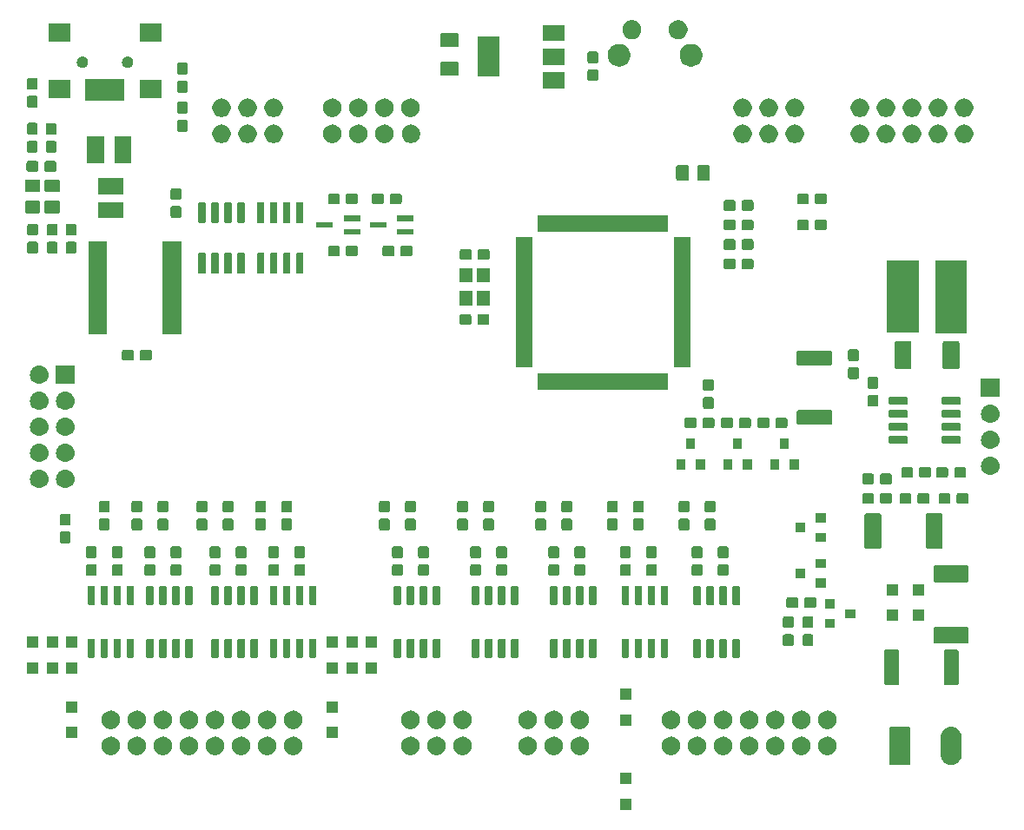
<source format=gbr>
G04 #@! TF.GenerationSoftware,KiCad,Pcbnew,(5.1.4)-1*
G04 #@! TF.CreationDate,2020-07-08T19:24:41+02:00*
G04 #@! TF.ProjectId,SBIO3,5342494f-332e-46b6-9963-61645f706362,rev?*
G04 #@! TF.SameCoordinates,Original*
G04 #@! TF.FileFunction,Soldermask,Top*
G04 #@! TF.FilePolarity,Negative*
%FSLAX46Y46*%
G04 Gerber Fmt 4.6, Leading zero omitted, Abs format (unit mm)*
G04 Created by KiCad (PCBNEW (5.1.4)-1) date 2020-07-08 19:24:41*
%MOMM*%
%LPD*%
G04 APERTURE LIST*
%ADD10C,0.100000*%
G04 APERTURE END LIST*
D10*
G36*
X135171000Y-126876000D02*
G01*
X134069000Y-126876000D01*
X134069000Y-125774000D01*
X135171000Y-125774000D01*
X135171000Y-126876000D01*
X135171000Y-126876000D01*
G37*
G36*
X135171000Y-124376000D02*
G01*
X134069000Y-124376000D01*
X134069000Y-123274000D01*
X135171000Y-123274000D01*
X135171000Y-124376000D01*
X135171000Y-124376000D01*
G37*
G36*
X166576031Y-118814207D02*
G01*
X166774145Y-118874305D01*
X166774148Y-118874306D01*
X166828872Y-118903557D01*
X166956729Y-118971897D01*
X167116765Y-119103235D01*
X167248103Y-119263271D01*
X167248104Y-119263273D01*
X167345694Y-119445851D01*
X167345694Y-119445852D01*
X167345695Y-119445854D01*
X167405793Y-119643968D01*
X167421000Y-119798370D01*
X167421000Y-121501630D01*
X167405793Y-121656032D01*
X167345695Y-121854146D01*
X167345694Y-121854149D01*
X167293939Y-121950975D01*
X167248103Y-122036729D01*
X167116765Y-122196765D01*
X166956729Y-122328103D01*
X166887976Y-122364852D01*
X166774149Y-122425694D01*
X166774146Y-122425695D01*
X166576032Y-122485793D01*
X166370000Y-122506085D01*
X166163969Y-122485793D01*
X165965855Y-122425695D01*
X165965852Y-122425694D01*
X165852025Y-122364852D01*
X165783272Y-122328103D01*
X165623236Y-122196765D01*
X165491898Y-122036729D01*
X165457904Y-121973130D01*
X165394305Y-121854146D01*
X165334207Y-121656033D01*
X165319000Y-121501631D01*
X165319000Y-119798370D01*
X165334207Y-119643971D01*
X165334207Y-119643969D01*
X165394305Y-119445855D01*
X165394306Y-119445852D01*
X165429521Y-119379970D01*
X165491897Y-119263271D01*
X165623235Y-119103235D01*
X165783271Y-118971897D01*
X165888270Y-118915774D01*
X165965851Y-118874306D01*
X165965854Y-118874305D01*
X166163968Y-118814207D01*
X166370000Y-118793915D01*
X166576031Y-118814207D01*
X166576031Y-118814207D01*
G37*
G36*
X162284852Y-118802840D02*
G01*
X162316443Y-118812423D01*
X162345557Y-118827985D01*
X162371074Y-118848926D01*
X162392015Y-118874443D01*
X162407577Y-118903557D01*
X162417160Y-118935148D01*
X162421000Y-118974140D01*
X162421000Y-122325860D01*
X162417160Y-122364852D01*
X162407577Y-122396443D01*
X162392015Y-122425557D01*
X162371074Y-122451074D01*
X162345557Y-122472015D01*
X162316443Y-122487577D01*
X162284852Y-122497160D01*
X162245860Y-122501000D01*
X160494140Y-122501000D01*
X160455148Y-122497160D01*
X160423557Y-122487577D01*
X160394443Y-122472015D01*
X160368926Y-122451074D01*
X160347985Y-122425557D01*
X160332423Y-122396443D01*
X160322840Y-122364852D01*
X160319000Y-122325860D01*
X160319000Y-118974140D01*
X160322840Y-118935148D01*
X160332423Y-118903557D01*
X160347985Y-118874443D01*
X160368926Y-118848926D01*
X160394443Y-118827985D01*
X160423557Y-118812423D01*
X160455148Y-118802840D01*
X160494140Y-118799000D01*
X162245860Y-118799000D01*
X162284852Y-118802840D01*
X162284852Y-118802840D01*
G37*
G36*
X146798512Y-119753927D02*
G01*
X146947812Y-119783624D01*
X147111784Y-119851544D01*
X147259354Y-119950147D01*
X147384853Y-120075646D01*
X147483456Y-120223216D01*
X147551376Y-120387188D01*
X147586000Y-120561259D01*
X147586000Y-120738741D01*
X147551376Y-120912812D01*
X147483456Y-121076784D01*
X147384853Y-121224354D01*
X147259354Y-121349853D01*
X147111784Y-121448456D01*
X146947812Y-121516376D01*
X146798512Y-121546073D01*
X146773742Y-121551000D01*
X146596258Y-121551000D01*
X146571488Y-121546073D01*
X146422188Y-121516376D01*
X146258216Y-121448456D01*
X146110646Y-121349853D01*
X145985147Y-121224354D01*
X145886544Y-121076784D01*
X145818624Y-120912812D01*
X145784000Y-120738741D01*
X145784000Y-120561259D01*
X145818624Y-120387188D01*
X145886544Y-120223216D01*
X145985147Y-120075646D01*
X146110646Y-119950147D01*
X146258216Y-119851544D01*
X146422188Y-119783624D01*
X146571488Y-119753927D01*
X146596258Y-119749000D01*
X146773742Y-119749000D01*
X146798512Y-119753927D01*
X146798512Y-119753927D01*
G37*
G36*
X127748512Y-119753927D02*
G01*
X127897812Y-119783624D01*
X128061784Y-119851544D01*
X128209354Y-119950147D01*
X128334853Y-120075646D01*
X128433456Y-120223216D01*
X128501376Y-120387188D01*
X128536000Y-120561259D01*
X128536000Y-120738741D01*
X128501376Y-120912812D01*
X128433456Y-121076784D01*
X128334853Y-121224354D01*
X128209354Y-121349853D01*
X128061784Y-121448456D01*
X127897812Y-121516376D01*
X127748512Y-121546073D01*
X127723742Y-121551000D01*
X127546258Y-121551000D01*
X127521488Y-121546073D01*
X127372188Y-121516376D01*
X127208216Y-121448456D01*
X127060646Y-121349853D01*
X126935147Y-121224354D01*
X126836544Y-121076784D01*
X126768624Y-120912812D01*
X126734000Y-120738741D01*
X126734000Y-120561259D01*
X126768624Y-120387188D01*
X126836544Y-120223216D01*
X126935147Y-120075646D01*
X127060646Y-119950147D01*
X127208216Y-119851544D01*
X127372188Y-119783624D01*
X127521488Y-119753927D01*
X127546258Y-119749000D01*
X127723742Y-119749000D01*
X127748512Y-119753927D01*
X127748512Y-119753927D01*
G37*
G36*
X87108512Y-119753927D02*
G01*
X87257812Y-119783624D01*
X87421784Y-119851544D01*
X87569354Y-119950147D01*
X87694853Y-120075646D01*
X87793456Y-120223216D01*
X87861376Y-120387188D01*
X87896000Y-120561259D01*
X87896000Y-120738741D01*
X87861376Y-120912812D01*
X87793456Y-121076784D01*
X87694853Y-121224354D01*
X87569354Y-121349853D01*
X87421784Y-121448456D01*
X87257812Y-121516376D01*
X87108512Y-121546073D01*
X87083742Y-121551000D01*
X86906258Y-121551000D01*
X86881488Y-121546073D01*
X86732188Y-121516376D01*
X86568216Y-121448456D01*
X86420646Y-121349853D01*
X86295147Y-121224354D01*
X86196544Y-121076784D01*
X86128624Y-120912812D01*
X86094000Y-120738741D01*
X86094000Y-120561259D01*
X86128624Y-120387188D01*
X86196544Y-120223216D01*
X86295147Y-120075646D01*
X86420646Y-119950147D01*
X86568216Y-119851544D01*
X86732188Y-119783624D01*
X86881488Y-119753927D01*
X86906258Y-119749000D01*
X87083742Y-119749000D01*
X87108512Y-119753927D01*
X87108512Y-119753927D01*
G37*
G36*
X89648512Y-119753927D02*
G01*
X89797812Y-119783624D01*
X89961784Y-119851544D01*
X90109354Y-119950147D01*
X90234853Y-120075646D01*
X90333456Y-120223216D01*
X90401376Y-120387188D01*
X90436000Y-120561259D01*
X90436000Y-120738741D01*
X90401376Y-120912812D01*
X90333456Y-121076784D01*
X90234853Y-121224354D01*
X90109354Y-121349853D01*
X89961784Y-121448456D01*
X89797812Y-121516376D01*
X89648512Y-121546073D01*
X89623742Y-121551000D01*
X89446258Y-121551000D01*
X89421488Y-121546073D01*
X89272188Y-121516376D01*
X89108216Y-121448456D01*
X88960646Y-121349853D01*
X88835147Y-121224354D01*
X88736544Y-121076784D01*
X88668624Y-120912812D01*
X88634000Y-120738741D01*
X88634000Y-120561259D01*
X88668624Y-120387188D01*
X88736544Y-120223216D01*
X88835147Y-120075646D01*
X88960646Y-119950147D01*
X89108216Y-119851544D01*
X89272188Y-119783624D01*
X89421488Y-119753927D01*
X89446258Y-119749000D01*
X89623742Y-119749000D01*
X89648512Y-119753927D01*
X89648512Y-119753927D01*
G37*
G36*
X92188512Y-119753927D02*
G01*
X92337812Y-119783624D01*
X92501784Y-119851544D01*
X92649354Y-119950147D01*
X92774853Y-120075646D01*
X92873456Y-120223216D01*
X92941376Y-120387188D01*
X92976000Y-120561259D01*
X92976000Y-120738741D01*
X92941376Y-120912812D01*
X92873456Y-121076784D01*
X92774853Y-121224354D01*
X92649354Y-121349853D01*
X92501784Y-121448456D01*
X92337812Y-121516376D01*
X92188512Y-121546073D01*
X92163742Y-121551000D01*
X91986258Y-121551000D01*
X91961488Y-121546073D01*
X91812188Y-121516376D01*
X91648216Y-121448456D01*
X91500646Y-121349853D01*
X91375147Y-121224354D01*
X91276544Y-121076784D01*
X91208624Y-120912812D01*
X91174000Y-120738741D01*
X91174000Y-120561259D01*
X91208624Y-120387188D01*
X91276544Y-120223216D01*
X91375147Y-120075646D01*
X91500646Y-119950147D01*
X91648216Y-119851544D01*
X91812188Y-119783624D01*
X91961488Y-119753927D01*
X91986258Y-119749000D01*
X92163742Y-119749000D01*
X92188512Y-119753927D01*
X92188512Y-119753927D01*
G37*
G36*
X94728512Y-119753927D02*
G01*
X94877812Y-119783624D01*
X95041784Y-119851544D01*
X95189354Y-119950147D01*
X95314853Y-120075646D01*
X95413456Y-120223216D01*
X95481376Y-120387188D01*
X95516000Y-120561259D01*
X95516000Y-120738741D01*
X95481376Y-120912812D01*
X95413456Y-121076784D01*
X95314853Y-121224354D01*
X95189354Y-121349853D01*
X95041784Y-121448456D01*
X94877812Y-121516376D01*
X94728512Y-121546073D01*
X94703742Y-121551000D01*
X94526258Y-121551000D01*
X94501488Y-121546073D01*
X94352188Y-121516376D01*
X94188216Y-121448456D01*
X94040646Y-121349853D01*
X93915147Y-121224354D01*
X93816544Y-121076784D01*
X93748624Y-120912812D01*
X93714000Y-120738741D01*
X93714000Y-120561259D01*
X93748624Y-120387188D01*
X93816544Y-120223216D01*
X93915147Y-120075646D01*
X94040646Y-119950147D01*
X94188216Y-119851544D01*
X94352188Y-119783624D01*
X94501488Y-119753927D01*
X94526258Y-119749000D01*
X94703742Y-119749000D01*
X94728512Y-119753927D01*
X94728512Y-119753927D01*
G37*
G36*
X97268512Y-119753927D02*
G01*
X97417812Y-119783624D01*
X97581784Y-119851544D01*
X97729354Y-119950147D01*
X97854853Y-120075646D01*
X97953456Y-120223216D01*
X98021376Y-120387188D01*
X98056000Y-120561259D01*
X98056000Y-120738741D01*
X98021376Y-120912812D01*
X97953456Y-121076784D01*
X97854853Y-121224354D01*
X97729354Y-121349853D01*
X97581784Y-121448456D01*
X97417812Y-121516376D01*
X97268512Y-121546073D01*
X97243742Y-121551000D01*
X97066258Y-121551000D01*
X97041488Y-121546073D01*
X96892188Y-121516376D01*
X96728216Y-121448456D01*
X96580646Y-121349853D01*
X96455147Y-121224354D01*
X96356544Y-121076784D01*
X96288624Y-120912812D01*
X96254000Y-120738741D01*
X96254000Y-120561259D01*
X96288624Y-120387188D01*
X96356544Y-120223216D01*
X96455147Y-120075646D01*
X96580646Y-119950147D01*
X96728216Y-119851544D01*
X96892188Y-119783624D01*
X97041488Y-119753927D01*
X97066258Y-119749000D01*
X97243742Y-119749000D01*
X97268512Y-119753927D01*
X97268512Y-119753927D01*
G37*
G36*
X99808512Y-119753927D02*
G01*
X99957812Y-119783624D01*
X100121784Y-119851544D01*
X100269354Y-119950147D01*
X100394853Y-120075646D01*
X100493456Y-120223216D01*
X100561376Y-120387188D01*
X100596000Y-120561259D01*
X100596000Y-120738741D01*
X100561376Y-120912812D01*
X100493456Y-121076784D01*
X100394853Y-121224354D01*
X100269354Y-121349853D01*
X100121784Y-121448456D01*
X99957812Y-121516376D01*
X99808512Y-121546073D01*
X99783742Y-121551000D01*
X99606258Y-121551000D01*
X99581488Y-121546073D01*
X99432188Y-121516376D01*
X99268216Y-121448456D01*
X99120646Y-121349853D01*
X98995147Y-121224354D01*
X98896544Y-121076784D01*
X98828624Y-120912812D01*
X98794000Y-120738741D01*
X98794000Y-120561259D01*
X98828624Y-120387188D01*
X98896544Y-120223216D01*
X98995147Y-120075646D01*
X99120646Y-119950147D01*
X99268216Y-119851544D01*
X99432188Y-119783624D01*
X99581488Y-119753927D01*
X99606258Y-119749000D01*
X99783742Y-119749000D01*
X99808512Y-119753927D01*
X99808512Y-119753927D01*
G37*
G36*
X102348512Y-119753927D02*
G01*
X102497812Y-119783624D01*
X102661784Y-119851544D01*
X102809354Y-119950147D01*
X102934853Y-120075646D01*
X103033456Y-120223216D01*
X103101376Y-120387188D01*
X103136000Y-120561259D01*
X103136000Y-120738741D01*
X103101376Y-120912812D01*
X103033456Y-121076784D01*
X102934853Y-121224354D01*
X102809354Y-121349853D01*
X102661784Y-121448456D01*
X102497812Y-121516376D01*
X102348512Y-121546073D01*
X102323742Y-121551000D01*
X102146258Y-121551000D01*
X102121488Y-121546073D01*
X101972188Y-121516376D01*
X101808216Y-121448456D01*
X101660646Y-121349853D01*
X101535147Y-121224354D01*
X101436544Y-121076784D01*
X101368624Y-120912812D01*
X101334000Y-120738741D01*
X101334000Y-120561259D01*
X101368624Y-120387188D01*
X101436544Y-120223216D01*
X101535147Y-120075646D01*
X101660646Y-119950147D01*
X101808216Y-119851544D01*
X101972188Y-119783624D01*
X102121488Y-119753927D01*
X102146258Y-119749000D01*
X102323742Y-119749000D01*
X102348512Y-119753927D01*
X102348512Y-119753927D01*
G37*
G36*
X113778512Y-119753927D02*
G01*
X113927812Y-119783624D01*
X114091784Y-119851544D01*
X114239354Y-119950147D01*
X114364853Y-120075646D01*
X114463456Y-120223216D01*
X114531376Y-120387188D01*
X114566000Y-120561259D01*
X114566000Y-120738741D01*
X114531376Y-120912812D01*
X114463456Y-121076784D01*
X114364853Y-121224354D01*
X114239354Y-121349853D01*
X114091784Y-121448456D01*
X113927812Y-121516376D01*
X113778512Y-121546073D01*
X113753742Y-121551000D01*
X113576258Y-121551000D01*
X113551488Y-121546073D01*
X113402188Y-121516376D01*
X113238216Y-121448456D01*
X113090646Y-121349853D01*
X112965147Y-121224354D01*
X112866544Y-121076784D01*
X112798624Y-120912812D01*
X112764000Y-120738741D01*
X112764000Y-120561259D01*
X112798624Y-120387188D01*
X112866544Y-120223216D01*
X112965147Y-120075646D01*
X113090646Y-119950147D01*
X113238216Y-119851544D01*
X113402188Y-119783624D01*
X113551488Y-119753927D01*
X113576258Y-119749000D01*
X113753742Y-119749000D01*
X113778512Y-119753927D01*
X113778512Y-119753927D01*
G37*
G36*
X116318512Y-119753927D02*
G01*
X116467812Y-119783624D01*
X116631784Y-119851544D01*
X116779354Y-119950147D01*
X116904853Y-120075646D01*
X117003456Y-120223216D01*
X117071376Y-120387188D01*
X117106000Y-120561259D01*
X117106000Y-120738741D01*
X117071376Y-120912812D01*
X117003456Y-121076784D01*
X116904853Y-121224354D01*
X116779354Y-121349853D01*
X116631784Y-121448456D01*
X116467812Y-121516376D01*
X116318512Y-121546073D01*
X116293742Y-121551000D01*
X116116258Y-121551000D01*
X116091488Y-121546073D01*
X115942188Y-121516376D01*
X115778216Y-121448456D01*
X115630646Y-121349853D01*
X115505147Y-121224354D01*
X115406544Y-121076784D01*
X115338624Y-120912812D01*
X115304000Y-120738741D01*
X115304000Y-120561259D01*
X115338624Y-120387188D01*
X115406544Y-120223216D01*
X115505147Y-120075646D01*
X115630646Y-119950147D01*
X115778216Y-119851544D01*
X115942188Y-119783624D01*
X116091488Y-119753927D01*
X116116258Y-119749000D01*
X116293742Y-119749000D01*
X116318512Y-119753927D01*
X116318512Y-119753927D01*
G37*
G36*
X125208512Y-119753927D02*
G01*
X125357812Y-119783624D01*
X125521784Y-119851544D01*
X125669354Y-119950147D01*
X125794853Y-120075646D01*
X125893456Y-120223216D01*
X125961376Y-120387188D01*
X125996000Y-120561259D01*
X125996000Y-120738741D01*
X125961376Y-120912812D01*
X125893456Y-121076784D01*
X125794853Y-121224354D01*
X125669354Y-121349853D01*
X125521784Y-121448456D01*
X125357812Y-121516376D01*
X125208512Y-121546073D01*
X125183742Y-121551000D01*
X125006258Y-121551000D01*
X124981488Y-121546073D01*
X124832188Y-121516376D01*
X124668216Y-121448456D01*
X124520646Y-121349853D01*
X124395147Y-121224354D01*
X124296544Y-121076784D01*
X124228624Y-120912812D01*
X124194000Y-120738741D01*
X124194000Y-120561259D01*
X124228624Y-120387188D01*
X124296544Y-120223216D01*
X124395147Y-120075646D01*
X124520646Y-119950147D01*
X124668216Y-119851544D01*
X124832188Y-119783624D01*
X124981488Y-119753927D01*
X125006258Y-119749000D01*
X125183742Y-119749000D01*
X125208512Y-119753927D01*
X125208512Y-119753927D01*
G37*
G36*
X84568512Y-119753927D02*
G01*
X84717812Y-119783624D01*
X84881784Y-119851544D01*
X85029354Y-119950147D01*
X85154853Y-120075646D01*
X85253456Y-120223216D01*
X85321376Y-120387188D01*
X85356000Y-120561259D01*
X85356000Y-120738741D01*
X85321376Y-120912812D01*
X85253456Y-121076784D01*
X85154853Y-121224354D01*
X85029354Y-121349853D01*
X84881784Y-121448456D01*
X84717812Y-121516376D01*
X84568512Y-121546073D01*
X84543742Y-121551000D01*
X84366258Y-121551000D01*
X84341488Y-121546073D01*
X84192188Y-121516376D01*
X84028216Y-121448456D01*
X83880646Y-121349853D01*
X83755147Y-121224354D01*
X83656544Y-121076784D01*
X83588624Y-120912812D01*
X83554000Y-120738741D01*
X83554000Y-120561259D01*
X83588624Y-120387188D01*
X83656544Y-120223216D01*
X83755147Y-120075646D01*
X83880646Y-119950147D01*
X84028216Y-119851544D01*
X84192188Y-119783624D01*
X84341488Y-119753927D01*
X84366258Y-119749000D01*
X84543742Y-119749000D01*
X84568512Y-119753927D01*
X84568512Y-119753927D01*
G37*
G36*
X130288512Y-119753927D02*
G01*
X130437812Y-119783624D01*
X130601784Y-119851544D01*
X130749354Y-119950147D01*
X130874853Y-120075646D01*
X130973456Y-120223216D01*
X131041376Y-120387188D01*
X131076000Y-120561259D01*
X131076000Y-120738741D01*
X131041376Y-120912812D01*
X130973456Y-121076784D01*
X130874853Y-121224354D01*
X130749354Y-121349853D01*
X130601784Y-121448456D01*
X130437812Y-121516376D01*
X130288512Y-121546073D01*
X130263742Y-121551000D01*
X130086258Y-121551000D01*
X130061488Y-121546073D01*
X129912188Y-121516376D01*
X129748216Y-121448456D01*
X129600646Y-121349853D01*
X129475147Y-121224354D01*
X129376544Y-121076784D01*
X129308624Y-120912812D01*
X129274000Y-120738741D01*
X129274000Y-120561259D01*
X129308624Y-120387188D01*
X129376544Y-120223216D01*
X129475147Y-120075646D01*
X129600646Y-119950147D01*
X129748216Y-119851544D01*
X129912188Y-119783624D01*
X130061488Y-119753927D01*
X130086258Y-119749000D01*
X130263742Y-119749000D01*
X130288512Y-119753927D01*
X130288512Y-119753927D01*
G37*
G36*
X154418512Y-119753927D02*
G01*
X154567812Y-119783624D01*
X154731784Y-119851544D01*
X154879354Y-119950147D01*
X155004853Y-120075646D01*
X155103456Y-120223216D01*
X155171376Y-120387188D01*
X155206000Y-120561259D01*
X155206000Y-120738741D01*
X155171376Y-120912812D01*
X155103456Y-121076784D01*
X155004853Y-121224354D01*
X154879354Y-121349853D01*
X154731784Y-121448456D01*
X154567812Y-121516376D01*
X154418512Y-121546073D01*
X154393742Y-121551000D01*
X154216258Y-121551000D01*
X154191488Y-121546073D01*
X154042188Y-121516376D01*
X153878216Y-121448456D01*
X153730646Y-121349853D01*
X153605147Y-121224354D01*
X153506544Y-121076784D01*
X153438624Y-120912812D01*
X153404000Y-120738741D01*
X153404000Y-120561259D01*
X153438624Y-120387188D01*
X153506544Y-120223216D01*
X153605147Y-120075646D01*
X153730646Y-119950147D01*
X153878216Y-119851544D01*
X154042188Y-119783624D01*
X154191488Y-119753927D01*
X154216258Y-119749000D01*
X154393742Y-119749000D01*
X154418512Y-119753927D01*
X154418512Y-119753927D01*
G37*
G36*
X151878512Y-119753927D02*
G01*
X152027812Y-119783624D01*
X152191784Y-119851544D01*
X152339354Y-119950147D01*
X152464853Y-120075646D01*
X152563456Y-120223216D01*
X152631376Y-120387188D01*
X152666000Y-120561259D01*
X152666000Y-120738741D01*
X152631376Y-120912812D01*
X152563456Y-121076784D01*
X152464853Y-121224354D01*
X152339354Y-121349853D01*
X152191784Y-121448456D01*
X152027812Y-121516376D01*
X151878512Y-121546073D01*
X151853742Y-121551000D01*
X151676258Y-121551000D01*
X151651488Y-121546073D01*
X151502188Y-121516376D01*
X151338216Y-121448456D01*
X151190646Y-121349853D01*
X151065147Y-121224354D01*
X150966544Y-121076784D01*
X150898624Y-120912812D01*
X150864000Y-120738741D01*
X150864000Y-120561259D01*
X150898624Y-120387188D01*
X150966544Y-120223216D01*
X151065147Y-120075646D01*
X151190646Y-119950147D01*
X151338216Y-119851544D01*
X151502188Y-119783624D01*
X151651488Y-119753927D01*
X151676258Y-119749000D01*
X151853742Y-119749000D01*
X151878512Y-119753927D01*
X151878512Y-119753927D01*
G37*
G36*
X149338512Y-119753927D02*
G01*
X149487812Y-119783624D01*
X149651784Y-119851544D01*
X149799354Y-119950147D01*
X149924853Y-120075646D01*
X150023456Y-120223216D01*
X150091376Y-120387188D01*
X150126000Y-120561259D01*
X150126000Y-120738741D01*
X150091376Y-120912812D01*
X150023456Y-121076784D01*
X149924853Y-121224354D01*
X149799354Y-121349853D01*
X149651784Y-121448456D01*
X149487812Y-121516376D01*
X149338512Y-121546073D01*
X149313742Y-121551000D01*
X149136258Y-121551000D01*
X149111488Y-121546073D01*
X148962188Y-121516376D01*
X148798216Y-121448456D01*
X148650646Y-121349853D01*
X148525147Y-121224354D01*
X148426544Y-121076784D01*
X148358624Y-120912812D01*
X148324000Y-120738741D01*
X148324000Y-120561259D01*
X148358624Y-120387188D01*
X148426544Y-120223216D01*
X148525147Y-120075646D01*
X148650646Y-119950147D01*
X148798216Y-119851544D01*
X148962188Y-119783624D01*
X149111488Y-119753927D01*
X149136258Y-119749000D01*
X149313742Y-119749000D01*
X149338512Y-119753927D01*
X149338512Y-119753927D01*
G37*
G36*
X144258512Y-119753927D02*
G01*
X144407812Y-119783624D01*
X144571784Y-119851544D01*
X144719354Y-119950147D01*
X144844853Y-120075646D01*
X144943456Y-120223216D01*
X145011376Y-120387188D01*
X145046000Y-120561259D01*
X145046000Y-120738741D01*
X145011376Y-120912812D01*
X144943456Y-121076784D01*
X144844853Y-121224354D01*
X144719354Y-121349853D01*
X144571784Y-121448456D01*
X144407812Y-121516376D01*
X144258512Y-121546073D01*
X144233742Y-121551000D01*
X144056258Y-121551000D01*
X144031488Y-121546073D01*
X143882188Y-121516376D01*
X143718216Y-121448456D01*
X143570646Y-121349853D01*
X143445147Y-121224354D01*
X143346544Y-121076784D01*
X143278624Y-120912812D01*
X143244000Y-120738741D01*
X143244000Y-120561259D01*
X143278624Y-120387188D01*
X143346544Y-120223216D01*
X143445147Y-120075646D01*
X143570646Y-119950147D01*
X143718216Y-119851544D01*
X143882188Y-119783624D01*
X144031488Y-119753927D01*
X144056258Y-119749000D01*
X144233742Y-119749000D01*
X144258512Y-119753927D01*
X144258512Y-119753927D01*
G37*
G36*
X141718512Y-119753927D02*
G01*
X141867812Y-119783624D01*
X142031784Y-119851544D01*
X142179354Y-119950147D01*
X142304853Y-120075646D01*
X142403456Y-120223216D01*
X142471376Y-120387188D01*
X142506000Y-120561259D01*
X142506000Y-120738741D01*
X142471376Y-120912812D01*
X142403456Y-121076784D01*
X142304853Y-121224354D01*
X142179354Y-121349853D01*
X142031784Y-121448456D01*
X141867812Y-121516376D01*
X141718512Y-121546073D01*
X141693742Y-121551000D01*
X141516258Y-121551000D01*
X141491488Y-121546073D01*
X141342188Y-121516376D01*
X141178216Y-121448456D01*
X141030646Y-121349853D01*
X140905147Y-121224354D01*
X140806544Y-121076784D01*
X140738624Y-120912812D01*
X140704000Y-120738741D01*
X140704000Y-120561259D01*
X140738624Y-120387188D01*
X140806544Y-120223216D01*
X140905147Y-120075646D01*
X141030646Y-119950147D01*
X141178216Y-119851544D01*
X141342188Y-119783624D01*
X141491488Y-119753927D01*
X141516258Y-119749000D01*
X141693742Y-119749000D01*
X141718512Y-119753927D01*
X141718512Y-119753927D01*
G37*
G36*
X139178512Y-119753927D02*
G01*
X139327812Y-119783624D01*
X139491784Y-119851544D01*
X139639354Y-119950147D01*
X139764853Y-120075646D01*
X139863456Y-120223216D01*
X139931376Y-120387188D01*
X139966000Y-120561259D01*
X139966000Y-120738741D01*
X139931376Y-120912812D01*
X139863456Y-121076784D01*
X139764853Y-121224354D01*
X139639354Y-121349853D01*
X139491784Y-121448456D01*
X139327812Y-121516376D01*
X139178512Y-121546073D01*
X139153742Y-121551000D01*
X138976258Y-121551000D01*
X138951488Y-121546073D01*
X138802188Y-121516376D01*
X138638216Y-121448456D01*
X138490646Y-121349853D01*
X138365147Y-121224354D01*
X138266544Y-121076784D01*
X138198624Y-120912812D01*
X138164000Y-120738741D01*
X138164000Y-120561259D01*
X138198624Y-120387188D01*
X138266544Y-120223216D01*
X138365147Y-120075646D01*
X138490646Y-119950147D01*
X138638216Y-119851544D01*
X138802188Y-119783624D01*
X138951488Y-119753927D01*
X138976258Y-119749000D01*
X139153742Y-119749000D01*
X139178512Y-119753927D01*
X139178512Y-119753927D01*
G37*
G36*
X118858512Y-119753927D02*
G01*
X119007812Y-119783624D01*
X119171784Y-119851544D01*
X119319354Y-119950147D01*
X119444853Y-120075646D01*
X119543456Y-120223216D01*
X119611376Y-120387188D01*
X119646000Y-120561259D01*
X119646000Y-120738741D01*
X119611376Y-120912812D01*
X119543456Y-121076784D01*
X119444853Y-121224354D01*
X119319354Y-121349853D01*
X119171784Y-121448456D01*
X119007812Y-121516376D01*
X118858512Y-121546073D01*
X118833742Y-121551000D01*
X118656258Y-121551000D01*
X118631488Y-121546073D01*
X118482188Y-121516376D01*
X118318216Y-121448456D01*
X118170646Y-121349853D01*
X118045147Y-121224354D01*
X117946544Y-121076784D01*
X117878624Y-120912812D01*
X117844000Y-120738741D01*
X117844000Y-120561259D01*
X117878624Y-120387188D01*
X117946544Y-120223216D01*
X118045147Y-120075646D01*
X118170646Y-119950147D01*
X118318216Y-119851544D01*
X118482188Y-119783624D01*
X118631488Y-119753927D01*
X118656258Y-119749000D01*
X118833742Y-119749000D01*
X118858512Y-119753927D01*
X118858512Y-119753927D01*
G37*
G36*
X81196000Y-119891000D02*
G01*
X80094000Y-119891000D01*
X80094000Y-118789000D01*
X81196000Y-118789000D01*
X81196000Y-119891000D01*
X81196000Y-119891000D01*
G37*
G36*
X106596000Y-119891000D02*
G01*
X105494000Y-119891000D01*
X105494000Y-118789000D01*
X106596000Y-118789000D01*
X106596000Y-119891000D01*
X106596000Y-119891000D01*
G37*
G36*
X116318512Y-117213927D02*
G01*
X116467812Y-117243624D01*
X116631784Y-117311544D01*
X116779354Y-117410147D01*
X116904853Y-117535646D01*
X117003456Y-117683216D01*
X117071376Y-117847188D01*
X117106000Y-118021259D01*
X117106000Y-118198741D01*
X117071376Y-118372812D01*
X117003456Y-118536784D01*
X116904853Y-118684354D01*
X116779354Y-118809853D01*
X116631784Y-118908456D01*
X116467812Y-118976376D01*
X116318512Y-119006073D01*
X116293742Y-119011000D01*
X116116258Y-119011000D01*
X116091488Y-119006073D01*
X115942188Y-118976376D01*
X115778216Y-118908456D01*
X115630646Y-118809853D01*
X115505147Y-118684354D01*
X115406544Y-118536784D01*
X115338624Y-118372812D01*
X115304000Y-118198741D01*
X115304000Y-118021259D01*
X115338624Y-117847188D01*
X115406544Y-117683216D01*
X115505147Y-117535646D01*
X115630646Y-117410147D01*
X115778216Y-117311544D01*
X115942188Y-117243624D01*
X116091488Y-117213927D01*
X116116258Y-117209000D01*
X116293742Y-117209000D01*
X116318512Y-117213927D01*
X116318512Y-117213927D01*
G37*
G36*
X130288512Y-117213927D02*
G01*
X130437812Y-117243624D01*
X130601784Y-117311544D01*
X130749354Y-117410147D01*
X130874853Y-117535646D01*
X130973456Y-117683216D01*
X131041376Y-117847188D01*
X131076000Y-118021259D01*
X131076000Y-118198741D01*
X131041376Y-118372812D01*
X130973456Y-118536784D01*
X130874853Y-118684354D01*
X130749354Y-118809853D01*
X130601784Y-118908456D01*
X130437812Y-118976376D01*
X130288512Y-119006073D01*
X130263742Y-119011000D01*
X130086258Y-119011000D01*
X130061488Y-119006073D01*
X129912188Y-118976376D01*
X129748216Y-118908456D01*
X129600646Y-118809853D01*
X129475147Y-118684354D01*
X129376544Y-118536784D01*
X129308624Y-118372812D01*
X129274000Y-118198741D01*
X129274000Y-118021259D01*
X129308624Y-117847188D01*
X129376544Y-117683216D01*
X129475147Y-117535646D01*
X129600646Y-117410147D01*
X129748216Y-117311544D01*
X129912188Y-117243624D01*
X130061488Y-117213927D01*
X130086258Y-117209000D01*
X130263742Y-117209000D01*
X130288512Y-117213927D01*
X130288512Y-117213927D01*
G37*
G36*
X154418512Y-117213927D02*
G01*
X154567812Y-117243624D01*
X154731784Y-117311544D01*
X154879354Y-117410147D01*
X155004853Y-117535646D01*
X155103456Y-117683216D01*
X155171376Y-117847188D01*
X155206000Y-118021259D01*
X155206000Y-118198741D01*
X155171376Y-118372812D01*
X155103456Y-118536784D01*
X155004853Y-118684354D01*
X154879354Y-118809853D01*
X154731784Y-118908456D01*
X154567812Y-118976376D01*
X154418512Y-119006073D01*
X154393742Y-119011000D01*
X154216258Y-119011000D01*
X154191488Y-119006073D01*
X154042188Y-118976376D01*
X153878216Y-118908456D01*
X153730646Y-118809853D01*
X153605147Y-118684354D01*
X153506544Y-118536784D01*
X153438624Y-118372812D01*
X153404000Y-118198741D01*
X153404000Y-118021259D01*
X153438624Y-117847188D01*
X153506544Y-117683216D01*
X153605147Y-117535646D01*
X153730646Y-117410147D01*
X153878216Y-117311544D01*
X154042188Y-117243624D01*
X154191488Y-117213927D01*
X154216258Y-117209000D01*
X154393742Y-117209000D01*
X154418512Y-117213927D01*
X154418512Y-117213927D01*
G37*
G36*
X151878512Y-117213927D02*
G01*
X152027812Y-117243624D01*
X152191784Y-117311544D01*
X152339354Y-117410147D01*
X152464853Y-117535646D01*
X152563456Y-117683216D01*
X152631376Y-117847188D01*
X152666000Y-118021259D01*
X152666000Y-118198741D01*
X152631376Y-118372812D01*
X152563456Y-118536784D01*
X152464853Y-118684354D01*
X152339354Y-118809853D01*
X152191784Y-118908456D01*
X152027812Y-118976376D01*
X151878512Y-119006073D01*
X151853742Y-119011000D01*
X151676258Y-119011000D01*
X151651488Y-119006073D01*
X151502188Y-118976376D01*
X151338216Y-118908456D01*
X151190646Y-118809853D01*
X151065147Y-118684354D01*
X150966544Y-118536784D01*
X150898624Y-118372812D01*
X150864000Y-118198741D01*
X150864000Y-118021259D01*
X150898624Y-117847188D01*
X150966544Y-117683216D01*
X151065147Y-117535646D01*
X151190646Y-117410147D01*
X151338216Y-117311544D01*
X151502188Y-117243624D01*
X151651488Y-117213927D01*
X151676258Y-117209000D01*
X151853742Y-117209000D01*
X151878512Y-117213927D01*
X151878512Y-117213927D01*
G37*
G36*
X149338512Y-117213927D02*
G01*
X149487812Y-117243624D01*
X149651784Y-117311544D01*
X149799354Y-117410147D01*
X149924853Y-117535646D01*
X150023456Y-117683216D01*
X150091376Y-117847188D01*
X150126000Y-118021259D01*
X150126000Y-118198741D01*
X150091376Y-118372812D01*
X150023456Y-118536784D01*
X149924853Y-118684354D01*
X149799354Y-118809853D01*
X149651784Y-118908456D01*
X149487812Y-118976376D01*
X149338512Y-119006073D01*
X149313742Y-119011000D01*
X149136258Y-119011000D01*
X149111488Y-119006073D01*
X148962188Y-118976376D01*
X148798216Y-118908456D01*
X148650646Y-118809853D01*
X148525147Y-118684354D01*
X148426544Y-118536784D01*
X148358624Y-118372812D01*
X148324000Y-118198741D01*
X148324000Y-118021259D01*
X148358624Y-117847188D01*
X148426544Y-117683216D01*
X148525147Y-117535646D01*
X148650646Y-117410147D01*
X148798216Y-117311544D01*
X148962188Y-117243624D01*
X149111488Y-117213927D01*
X149136258Y-117209000D01*
X149313742Y-117209000D01*
X149338512Y-117213927D01*
X149338512Y-117213927D01*
G37*
G36*
X146798512Y-117213927D02*
G01*
X146947812Y-117243624D01*
X147111784Y-117311544D01*
X147259354Y-117410147D01*
X147384853Y-117535646D01*
X147483456Y-117683216D01*
X147551376Y-117847188D01*
X147586000Y-118021259D01*
X147586000Y-118198741D01*
X147551376Y-118372812D01*
X147483456Y-118536784D01*
X147384853Y-118684354D01*
X147259354Y-118809853D01*
X147111784Y-118908456D01*
X146947812Y-118976376D01*
X146798512Y-119006073D01*
X146773742Y-119011000D01*
X146596258Y-119011000D01*
X146571488Y-119006073D01*
X146422188Y-118976376D01*
X146258216Y-118908456D01*
X146110646Y-118809853D01*
X145985147Y-118684354D01*
X145886544Y-118536784D01*
X145818624Y-118372812D01*
X145784000Y-118198741D01*
X145784000Y-118021259D01*
X145818624Y-117847188D01*
X145886544Y-117683216D01*
X145985147Y-117535646D01*
X146110646Y-117410147D01*
X146258216Y-117311544D01*
X146422188Y-117243624D01*
X146571488Y-117213927D01*
X146596258Y-117209000D01*
X146773742Y-117209000D01*
X146798512Y-117213927D01*
X146798512Y-117213927D01*
G37*
G36*
X144258512Y-117213927D02*
G01*
X144407812Y-117243624D01*
X144571784Y-117311544D01*
X144719354Y-117410147D01*
X144844853Y-117535646D01*
X144943456Y-117683216D01*
X145011376Y-117847188D01*
X145046000Y-118021259D01*
X145046000Y-118198741D01*
X145011376Y-118372812D01*
X144943456Y-118536784D01*
X144844853Y-118684354D01*
X144719354Y-118809853D01*
X144571784Y-118908456D01*
X144407812Y-118976376D01*
X144258512Y-119006073D01*
X144233742Y-119011000D01*
X144056258Y-119011000D01*
X144031488Y-119006073D01*
X143882188Y-118976376D01*
X143718216Y-118908456D01*
X143570646Y-118809853D01*
X143445147Y-118684354D01*
X143346544Y-118536784D01*
X143278624Y-118372812D01*
X143244000Y-118198741D01*
X143244000Y-118021259D01*
X143278624Y-117847188D01*
X143346544Y-117683216D01*
X143445147Y-117535646D01*
X143570646Y-117410147D01*
X143718216Y-117311544D01*
X143882188Y-117243624D01*
X144031488Y-117213927D01*
X144056258Y-117209000D01*
X144233742Y-117209000D01*
X144258512Y-117213927D01*
X144258512Y-117213927D01*
G37*
G36*
X141718512Y-117213927D02*
G01*
X141867812Y-117243624D01*
X142031784Y-117311544D01*
X142179354Y-117410147D01*
X142304853Y-117535646D01*
X142403456Y-117683216D01*
X142471376Y-117847188D01*
X142506000Y-118021259D01*
X142506000Y-118198741D01*
X142471376Y-118372812D01*
X142403456Y-118536784D01*
X142304853Y-118684354D01*
X142179354Y-118809853D01*
X142031784Y-118908456D01*
X141867812Y-118976376D01*
X141718512Y-119006073D01*
X141693742Y-119011000D01*
X141516258Y-119011000D01*
X141491488Y-119006073D01*
X141342188Y-118976376D01*
X141178216Y-118908456D01*
X141030646Y-118809853D01*
X140905147Y-118684354D01*
X140806544Y-118536784D01*
X140738624Y-118372812D01*
X140704000Y-118198741D01*
X140704000Y-118021259D01*
X140738624Y-117847188D01*
X140806544Y-117683216D01*
X140905147Y-117535646D01*
X141030646Y-117410147D01*
X141178216Y-117311544D01*
X141342188Y-117243624D01*
X141491488Y-117213927D01*
X141516258Y-117209000D01*
X141693742Y-117209000D01*
X141718512Y-117213927D01*
X141718512Y-117213927D01*
G37*
G36*
X139178512Y-117213927D02*
G01*
X139327812Y-117243624D01*
X139491784Y-117311544D01*
X139639354Y-117410147D01*
X139764853Y-117535646D01*
X139863456Y-117683216D01*
X139931376Y-117847188D01*
X139966000Y-118021259D01*
X139966000Y-118198741D01*
X139931376Y-118372812D01*
X139863456Y-118536784D01*
X139764853Y-118684354D01*
X139639354Y-118809853D01*
X139491784Y-118908456D01*
X139327812Y-118976376D01*
X139178512Y-119006073D01*
X139153742Y-119011000D01*
X138976258Y-119011000D01*
X138951488Y-119006073D01*
X138802188Y-118976376D01*
X138638216Y-118908456D01*
X138490646Y-118809853D01*
X138365147Y-118684354D01*
X138266544Y-118536784D01*
X138198624Y-118372812D01*
X138164000Y-118198741D01*
X138164000Y-118021259D01*
X138198624Y-117847188D01*
X138266544Y-117683216D01*
X138365147Y-117535646D01*
X138490646Y-117410147D01*
X138638216Y-117311544D01*
X138802188Y-117243624D01*
X138951488Y-117213927D01*
X138976258Y-117209000D01*
X139153742Y-117209000D01*
X139178512Y-117213927D01*
X139178512Y-117213927D01*
G37*
G36*
X127748512Y-117213927D02*
G01*
X127897812Y-117243624D01*
X128061784Y-117311544D01*
X128209354Y-117410147D01*
X128334853Y-117535646D01*
X128433456Y-117683216D01*
X128501376Y-117847188D01*
X128536000Y-118021259D01*
X128536000Y-118198741D01*
X128501376Y-118372812D01*
X128433456Y-118536784D01*
X128334853Y-118684354D01*
X128209354Y-118809853D01*
X128061784Y-118908456D01*
X127897812Y-118976376D01*
X127748512Y-119006073D01*
X127723742Y-119011000D01*
X127546258Y-119011000D01*
X127521488Y-119006073D01*
X127372188Y-118976376D01*
X127208216Y-118908456D01*
X127060646Y-118809853D01*
X126935147Y-118684354D01*
X126836544Y-118536784D01*
X126768624Y-118372812D01*
X126734000Y-118198741D01*
X126734000Y-118021259D01*
X126768624Y-117847188D01*
X126836544Y-117683216D01*
X126935147Y-117535646D01*
X127060646Y-117410147D01*
X127208216Y-117311544D01*
X127372188Y-117243624D01*
X127521488Y-117213927D01*
X127546258Y-117209000D01*
X127723742Y-117209000D01*
X127748512Y-117213927D01*
X127748512Y-117213927D01*
G37*
G36*
X125208512Y-117213927D02*
G01*
X125357812Y-117243624D01*
X125521784Y-117311544D01*
X125669354Y-117410147D01*
X125794853Y-117535646D01*
X125893456Y-117683216D01*
X125961376Y-117847188D01*
X125996000Y-118021259D01*
X125996000Y-118198741D01*
X125961376Y-118372812D01*
X125893456Y-118536784D01*
X125794853Y-118684354D01*
X125669354Y-118809853D01*
X125521784Y-118908456D01*
X125357812Y-118976376D01*
X125208512Y-119006073D01*
X125183742Y-119011000D01*
X125006258Y-119011000D01*
X124981488Y-119006073D01*
X124832188Y-118976376D01*
X124668216Y-118908456D01*
X124520646Y-118809853D01*
X124395147Y-118684354D01*
X124296544Y-118536784D01*
X124228624Y-118372812D01*
X124194000Y-118198741D01*
X124194000Y-118021259D01*
X124228624Y-117847188D01*
X124296544Y-117683216D01*
X124395147Y-117535646D01*
X124520646Y-117410147D01*
X124668216Y-117311544D01*
X124832188Y-117243624D01*
X124981488Y-117213927D01*
X125006258Y-117209000D01*
X125183742Y-117209000D01*
X125208512Y-117213927D01*
X125208512Y-117213927D01*
G37*
G36*
X113778512Y-117213927D02*
G01*
X113927812Y-117243624D01*
X114091784Y-117311544D01*
X114239354Y-117410147D01*
X114364853Y-117535646D01*
X114463456Y-117683216D01*
X114531376Y-117847188D01*
X114566000Y-118021259D01*
X114566000Y-118198741D01*
X114531376Y-118372812D01*
X114463456Y-118536784D01*
X114364853Y-118684354D01*
X114239354Y-118809853D01*
X114091784Y-118908456D01*
X113927812Y-118976376D01*
X113778512Y-119006073D01*
X113753742Y-119011000D01*
X113576258Y-119011000D01*
X113551488Y-119006073D01*
X113402188Y-118976376D01*
X113238216Y-118908456D01*
X113090646Y-118809853D01*
X112965147Y-118684354D01*
X112866544Y-118536784D01*
X112798624Y-118372812D01*
X112764000Y-118198741D01*
X112764000Y-118021259D01*
X112798624Y-117847188D01*
X112866544Y-117683216D01*
X112965147Y-117535646D01*
X113090646Y-117410147D01*
X113238216Y-117311544D01*
X113402188Y-117243624D01*
X113551488Y-117213927D01*
X113576258Y-117209000D01*
X113753742Y-117209000D01*
X113778512Y-117213927D01*
X113778512Y-117213927D01*
G37*
G36*
X102348512Y-117213927D02*
G01*
X102497812Y-117243624D01*
X102661784Y-117311544D01*
X102809354Y-117410147D01*
X102934853Y-117535646D01*
X103033456Y-117683216D01*
X103101376Y-117847188D01*
X103136000Y-118021259D01*
X103136000Y-118198741D01*
X103101376Y-118372812D01*
X103033456Y-118536784D01*
X102934853Y-118684354D01*
X102809354Y-118809853D01*
X102661784Y-118908456D01*
X102497812Y-118976376D01*
X102348512Y-119006073D01*
X102323742Y-119011000D01*
X102146258Y-119011000D01*
X102121488Y-119006073D01*
X101972188Y-118976376D01*
X101808216Y-118908456D01*
X101660646Y-118809853D01*
X101535147Y-118684354D01*
X101436544Y-118536784D01*
X101368624Y-118372812D01*
X101334000Y-118198741D01*
X101334000Y-118021259D01*
X101368624Y-117847188D01*
X101436544Y-117683216D01*
X101535147Y-117535646D01*
X101660646Y-117410147D01*
X101808216Y-117311544D01*
X101972188Y-117243624D01*
X102121488Y-117213927D01*
X102146258Y-117209000D01*
X102323742Y-117209000D01*
X102348512Y-117213927D01*
X102348512Y-117213927D01*
G37*
G36*
X99808512Y-117213927D02*
G01*
X99957812Y-117243624D01*
X100121784Y-117311544D01*
X100269354Y-117410147D01*
X100394853Y-117535646D01*
X100493456Y-117683216D01*
X100561376Y-117847188D01*
X100596000Y-118021259D01*
X100596000Y-118198741D01*
X100561376Y-118372812D01*
X100493456Y-118536784D01*
X100394853Y-118684354D01*
X100269354Y-118809853D01*
X100121784Y-118908456D01*
X99957812Y-118976376D01*
X99808512Y-119006073D01*
X99783742Y-119011000D01*
X99606258Y-119011000D01*
X99581488Y-119006073D01*
X99432188Y-118976376D01*
X99268216Y-118908456D01*
X99120646Y-118809853D01*
X98995147Y-118684354D01*
X98896544Y-118536784D01*
X98828624Y-118372812D01*
X98794000Y-118198741D01*
X98794000Y-118021259D01*
X98828624Y-117847188D01*
X98896544Y-117683216D01*
X98995147Y-117535646D01*
X99120646Y-117410147D01*
X99268216Y-117311544D01*
X99432188Y-117243624D01*
X99581488Y-117213927D01*
X99606258Y-117209000D01*
X99783742Y-117209000D01*
X99808512Y-117213927D01*
X99808512Y-117213927D01*
G37*
G36*
X97268512Y-117213927D02*
G01*
X97417812Y-117243624D01*
X97581784Y-117311544D01*
X97729354Y-117410147D01*
X97854853Y-117535646D01*
X97953456Y-117683216D01*
X98021376Y-117847188D01*
X98056000Y-118021259D01*
X98056000Y-118198741D01*
X98021376Y-118372812D01*
X97953456Y-118536784D01*
X97854853Y-118684354D01*
X97729354Y-118809853D01*
X97581784Y-118908456D01*
X97417812Y-118976376D01*
X97268512Y-119006073D01*
X97243742Y-119011000D01*
X97066258Y-119011000D01*
X97041488Y-119006073D01*
X96892188Y-118976376D01*
X96728216Y-118908456D01*
X96580646Y-118809853D01*
X96455147Y-118684354D01*
X96356544Y-118536784D01*
X96288624Y-118372812D01*
X96254000Y-118198741D01*
X96254000Y-118021259D01*
X96288624Y-117847188D01*
X96356544Y-117683216D01*
X96455147Y-117535646D01*
X96580646Y-117410147D01*
X96728216Y-117311544D01*
X96892188Y-117243624D01*
X97041488Y-117213927D01*
X97066258Y-117209000D01*
X97243742Y-117209000D01*
X97268512Y-117213927D01*
X97268512Y-117213927D01*
G37*
G36*
X94728512Y-117213927D02*
G01*
X94877812Y-117243624D01*
X95041784Y-117311544D01*
X95189354Y-117410147D01*
X95314853Y-117535646D01*
X95413456Y-117683216D01*
X95481376Y-117847188D01*
X95516000Y-118021259D01*
X95516000Y-118198741D01*
X95481376Y-118372812D01*
X95413456Y-118536784D01*
X95314853Y-118684354D01*
X95189354Y-118809853D01*
X95041784Y-118908456D01*
X94877812Y-118976376D01*
X94728512Y-119006073D01*
X94703742Y-119011000D01*
X94526258Y-119011000D01*
X94501488Y-119006073D01*
X94352188Y-118976376D01*
X94188216Y-118908456D01*
X94040646Y-118809853D01*
X93915147Y-118684354D01*
X93816544Y-118536784D01*
X93748624Y-118372812D01*
X93714000Y-118198741D01*
X93714000Y-118021259D01*
X93748624Y-117847188D01*
X93816544Y-117683216D01*
X93915147Y-117535646D01*
X94040646Y-117410147D01*
X94188216Y-117311544D01*
X94352188Y-117243624D01*
X94501488Y-117213927D01*
X94526258Y-117209000D01*
X94703742Y-117209000D01*
X94728512Y-117213927D01*
X94728512Y-117213927D01*
G37*
G36*
X92188512Y-117213927D02*
G01*
X92337812Y-117243624D01*
X92501784Y-117311544D01*
X92649354Y-117410147D01*
X92774853Y-117535646D01*
X92873456Y-117683216D01*
X92941376Y-117847188D01*
X92976000Y-118021259D01*
X92976000Y-118198741D01*
X92941376Y-118372812D01*
X92873456Y-118536784D01*
X92774853Y-118684354D01*
X92649354Y-118809853D01*
X92501784Y-118908456D01*
X92337812Y-118976376D01*
X92188512Y-119006073D01*
X92163742Y-119011000D01*
X91986258Y-119011000D01*
X91961488Y-119006073D01*
X91812188Y-118976376D01*
X91648216Y-118908456D01*
X91500646Y-118809853D01*
X91375147Y-118684354D01*
X91276544Y-118536784D01*
X91208624Y-118372812D01*
X91174000Y-118198741D01*
X91174000Y-118021259D01*
X91208624Y-117847188D01*
X91276544Y-117683216D01*
X91375147Y-117535646D01*
X91500646Y-117410147D01*
X91648216Y-117311544D01*
X91812188Y-117243624D01*
X91961488Y-117213927D01*
X91986258Y-117209000D01*
X92163742Y-117209000D01*
X92188512Y-117213927D01*
X92188512Y-117213927D01*
G37*
G36*
X89648512Y-117213927D02*
G01*
X89797812Y-117243624D01*
X89961784Y-117311544D01*
X90109354Y-117410147D01*
X90234853Y-117535646D01*
X90333456Y-117683216D01*
X90401376Y-117847188D01*
X90436000Y-118021259D01*
X90436000Y-118198741D01*
X90401376Y-118372812D01*
X90333456Y-118536784D01*
X90234853Y-118684354D01*
X90109354Y-118809853D01*
X89961784Y-118908456D01*
X89797812Y-118976376D01*
X89648512Y-119006073D01*
X89623742Y-119011000D01*
X89446258Y-119011000D01*
X89421488Y-119006073D01*
X89272188Y-118976376D01*
X89108216Y-118908456D01*
X88960646Y-118809853D01*
X88835147Y-118684354D01*
X88736544Y-118536784D01*
X88668624Y-118372812D01*
X88634000Y-118198741D01*
X88634000Y-118021259D01*
X88668624Y-117847188D01*
X88736544Y-117683216D01*
X88835147Y-117535646D01*
X88960646Y-117410147D01*
X89108216Y-117311544D01*
X89272188Y-117243624D01*
X89421488Y-117213927D01*
X89446258Y-117209000D01*
X89623742Y-117209000D01*
X89648512Y-117213927D01*
X89648512Y-117213927D01*
G37*
G36*
X87108512Y-117213927D02*
G01*
X87257812Y-117243624D01*
X87421784Y-117311544D01*
X87569354Y-117410147D01*
X87694853Y-117535646D01*
X87793456Y-117683216D01*
X87861376Y-117847188D01*
X87896000Y-118021259D01*
X87896000Y-118198741D01*
X87861376Y-118372812D01*
X87793456Y-118536784D01*
X87694853Y-118684354D01*
X87569354Y-118809853D01*
X87421784Y-118908456D01*
X87257812Y-118976376D01*
X87108512Y-119006073D01*
X87083742Y-119011000D01*
X86906258Y-119011000D01*
X86881488Y-119006073D01*
X86732188Y-118976376D01*
X86568216Y-118908456D01*
X86420646Y-118809853D01*
X86295147Y-118684354D01*
X86196544Y-118536784D01*
X86128624Y-118372812D01*
X86094000Y-118198741D01*
X86094000Y-118021259D01*
X86128624Y-117847188D01*
X86196544Y-117683216D01*
X86295147Y-117535646D01*
X86420646Y-117410147D01*
X86568216Y-117311544D01*
X86732188Y-117243624D01*
X86881488Y-117213927D01*
X86906258Y-117209000D01*
X87083742Y-117209000D01*
X87108512Y-117213927D01*
X87108512Y-117213927D01*
G37*
G36*
X84568512Y-117213927D02*
G01*
X84717812Y-117243624D01*
X84881784Y-117311544D01*
X85029354Y-117410147D01*
X85154853Y-117535646D01*
X85253456Y-117683216D01*
X85321376Y-117847188D01*
X85356000Y-118021259D01*
X85356000Y-118198741D01*
X85321376Y-118372812D01*
X85253456Y-118536784D01*
X85154853Y-118684354D01*
X85029354Y-118809853D01*
X84881784Y-118908456D01*
X84717812Y-118976376D01*
X84568512Y-119006073D01*
X84543742Y-119011000D01*
X84366258Y-119011000D01*
X84341488Y-119006073D01*
X84192188Y-118976376D01*
X84028216Y-118908456D01*
X83880646Y-118809853D01*
X83755147Y-118684354D01*
X83656544Y-118536784D01*
X83588624Y-118372812D01*
X83554000Y-118198741D01*
X83554000Y-118021259D01*
X83588624Y-117847188D01*
X83656544Y-117683216D01*
X83755147Y-117535646D01*
X83880646Y-117410147D01*
X84028216Y-117311544D01*
X84192188Y-117243624D01*
X84341488Y-117213927D01*
X84366258Y-117209000D01*
X84543742Y-117209000D01*
X84568512Y-117213927D01*
X84568512Y-117213927D01*
G37*
G36*
X118858512Y-117213927D02*
G01*
X119007812Y-117243624D01*
X119171784Y-117311544D01*
X119319354Y-117410147D01*
X119444853Y-117535646D01*
X119543456Y-117683216D01*
X119611376Y-117847188D01*
X119646000Y-118021259D01*
X119646000Y-118198741D01*
X119611376Y-118372812D01*
X119543456Y-118536784D01*
X119444853Y-118684354D01*
X119319354Y-118809853D01*
X119171784Y-118908456D01*
X119007812Y-118976376D01*
X118858512Y-119006073D01*
X118833742Y-119011000D01*
X118656258Y-119011000D01*
X118631488Y-119006073D01*
X118482188Y-118976376D01*
X118318216Y-118908456D01*
X118170646Y-118809853D01*
X118045147Y-118684354D01*
X117946544Y-118536784D01*
X117878624Y-118372812D01*
X117844000Y-118198741D01*
X117844000Y-118021259D01*
X117878624Y-117847188D01*
X117946544Y-117683216D01*
X118045147Y-117535646D01*
X118170646Y-117410147D01*
X118318216Y-117311544D01*
X118482188Y-117243624D01*
X118631488Y-117213927D01*
X118656258Y-117209000D01*
X118833742Y-117209000D01*
X118858512Y-117213927D01*
X118858512Y-117213927D01*
G37*
G36*
X135171000Y-118661000D02*
G01*
X134069000Y-118661000D01*
X134069000Y-117559000D01*
X135171000Y-117559000D01*
X135171000Y-118661000D01*
X135171000Y-118661000D01*
G37*
G36*
X81196000Y-117391000D02*
G01*
X80094000Y-117391000D01*
X80094000Y-116289000D01*
X81196000Y-116289000D01*
X81196000Y-117391000D01*
X81196000Y-117391000D01*
G37*
G36*
X106596000Y-117391000D02*
G01*
X105494000Y-117391000D01*
X105494000Y-116289000D01*
X106596000Y-116289000D01*
X106596000Y-117391000D01*
X106596000Y-117391000D01*
G37*
G36*
X135171000Y-116161000D02*
G01*
X134069000Y-116161000D01*
X134069000Y-115059000D01*
X135171000Y-115059000D01*
X135171000Y-116161000D01*
X135171000Y-116161000D01*
G37*
G36*
X161152798Y-111258247D02*
G01*
X161188367Y-111269037D01*
X161221139Y-111286554D01*
X161249869Y-111310131D01*
X161273446Y-111338861D01*
X161290963Y-111371633D01*
X161301753Y-111407202D01*
X161306000Y-111450325D01*
X161306000Y-114509675D01*
X161301753Y-114552798D01*
X161290963Y-114588367D01*
X161273446Y-114621139D01*
X161249869Y-114649869D01*
X161221139Y-114673446D01*
X161188367Y-114690963D01*
X161152798Y-114701753D01*
X161109675Y-114706000D01*
X160050325Y-114706000D01*
X160007202Y-114701753D01*
X159971633Y-114690963D01*
X159938861Y-114673446D01*
X159910131Y-114649869D01*
X159886554Y-114621139D01*
X159869037Y-114588367D01*
X159858247Y-114552798D01*
X159854000Y-114509675D01*
X159854000Y-111450325D01*
X159858247Y-111407202D01*
X159869037Y-111371633D01*
X159886554Y-111338861D01*
X159910131Y-111310131D01*
X159938861Y-111286554D01*
X159971633Y-111269037D01*
X160007202Y-111258247D01*
X160050325Y-111254000D01*
X161109675Y-111254000D01*
X161152798Y-111258247D01*
X161152798Y-111258247D01*
G37*
G36*
X166952798Y-111258247D02*
G01*
X166988367Y-111269037D01*
X167021139Y-111286554D01*
X167049869Y-111310131D01*
X167073446Y-111338861D01*
X167090963Y-111371633D01*
X167101753Y-111407202D01*
X167106000Y-111450325D01*
X167106000Y-114509675D01*
X167101753Y-114552798D01*
X167090963Y-114588367D01*
X167073446Y-114621139D01*
X167049869Y-114649869D01*
X167021139Y-114673446D01*
X166988367Y-114690963D01*
X166952798Y-114701753D01*
X166909675Y-114706000D01*
X165850325Y-114706000D01*
X165807202Y-114701753D01*
X165771633Y-114690963D01*
X165738861Y-114673446D01*
X165710131Y-114649869D01*
X165686554Y-114621139D01*
X165669037Y-114588367D01*
X165658247Y-114552798D01*
X165654000Y-114509675D01*
X165654000Y-111450325D01*
X165658247Y-111407202D01*
X165669037Y-111371633D01*
X165686554Y-111338861D01*
X165710131Y-111310131D01*
X165738861Y-111286554D01*
X165771633Y-111269037D01*
X165807202Y-111258247D01*
X165850325Y-111254000D01*
X166909675Y-111254000D01*
X166952798Y-111258247D01*
X166952798Y-111258247D01*
G37*
G36*
X110406000Y-113581000D02*
G01*
X109304000Y-113581000D01*
X109304000Y-112479000D01*
X110406000Y-112479000D01*
X110406000Y-113581000D01*
X110406000Y-113581000D01*
G37*
G36*
X77386000Y-113581000D02*
G01*
X76284000Y-113581000D01*
X76284000Y-112479000D01*
X77386000Y-112479000D01*
X77386000Y-113581000D01*
X77386000Y-113581000D01*
G37*
G36*
X81196000Y-113581000D02*
G01*
X80094000Y-113581000D01*
X80094000Y-112479000D01*
X81196000Y-112479000D01*
X81196000Y-113581000D01*
X81196000Y-113581000D01*
G37*
G36*
X79291000Y-113581000D02*
G01*
X78189000Y-113581000D01*
X78189000Y-112479000D01*
X79291000Y-112479000D01*
X79291000Y-113581000D01*
X79291000Y-113581000D01*
G37*
G36*
X108501000Y-113581000D02*
G01*
X107399000Y-113581000D01*
X107399000Y-112479000D01*
X108501000Y-112479000D01*
X108501000Y-113581000D01*
X108501000Y-113581000D01*
G37*
G36*
X106596000Y-113581000D02*
G01*
X105494000Y-113581000D01*
X105494000Y-112479000D01*
X106596000Y-112479000D01*
X106596000Y-113581000D01*
X106596000Y-113581000D01*
G37*
G36*
X144404928Y-110236764D02*
G01*
X144426009Y-110243160D01*
X144445445Y-110253548D01*
X144462476Y-110267524D01*
X144476452Y-110284555D01*
X144486840Y-110303991D01*
X144493236Y-110325072D01*
X144496000Y-110353140D01*
X144496000Y-111966860D01*
X144493236Y-111994928D01*
X144486840Y-112016009D01*
X144476452Y-112035445D01*
X144462476Y-112052476D01*
X144445445Y-112066452D01*
X144426009Y-112076840D01*
X144404928Y-112083236D01*
X144376860Y-112086000D01*
X143913140Y-112086000D01*
X143885072Y-112083236D01*
X143863991Y-112076840D01*
X143844555Y-112066452D01*
X143827524Y-112052476D01*
X143813548Y-112035445D01*
X143803160Y-112016009D01*
X143796764Y-111994928D01*
X143794000Y-111966860D01*
X143794000Y-110353140D01*
X143796764Y-110325072D01*
X143803160Y-110303991D01*
X143813548Y-110284555D01*
X143827524Y-110267524D01*
X143844555Y-110253548D01*
X143863991Y-110243160D01*
X143885072Y-110236764D01*
X143913140Y-110234000D01*
X144376860Y-110234000D01*
X144404928Y-110236764D01*
X144404928Y-110236764D01*
G37*
G36*
X141864928Y-110236764D02*
G01*
X141886009Y-110243160D01*
X141905445Y-110253548D01*
X141922476Y-110267524D01*
X141936452Y-110284555D01*
X141946840Y-110303991D01*
X141953236Y-110325072D01*
X141956000Y-110353140D01*
X141956000Y-111966860D01*
X141953236Y-111994928D01*
X141946840Y-112016009D01*
X141936452Y-112035445D01*
X141922476Y-112052476D01*
X141905445Y-112066452D01*
X141886009Y-112076840D01*
X141864928Y-112083236D01*
X141836860Y-112086000D01*
X141373140Y-112086000D01*
X141345072Y-112083236D01*
X141323991Y-112076840D01*
X141304555Y-112066452D01*
X141287524Y-112052476D01*
X141273548Y-112035445D01*
X141263160Y-112016009D01*
X141256764Y-111994928D01*
X141254000Y-111966860D01*
X141254000Y-110353140D01*
X141256764Y-110325072D01*
X141263160Y-110303991D01*
X141273548Y-110284555D01*
X141287524Y-110267524D01*
X141304555Y-110253548D01*
X141323991Y-110243160D01*
X141345072Y-110236764D01*
X141373140Y-110234000D01*
X141836860Y-110234000D01*
X141864928Y-110236764D01*
X141864928Y-110236764D01*
G37*
G36*
X145674928Y-110236764D02*
G01*
X145696009Y-110243160D01*
X145715445Y-110253548D01*
X145732476Y-110267524D01*
X145746452Y-110284555D01*
X145756840Y-110303991D01*
X145763236Y-110325072D01*
X145766000Y-110353140D01*
X145766000Y-111966860D01*
X145763236Y-111994928D01*
X145756840Y-112016009D01*
X145746452Y-112035445D01*
X145732476Y-112052476D01*
X145715445Y-112066452D01*
X145696009Y-112076840D01*
X145674928Y-112083236D01*
X145646860Y-112086000D01*
X145183140Y-112086000D01*
X145155072Y-112083236D01*
X145133991Y-112076840D01*
X145114555Y-112066452D01*
X145097524Y-112052476D01*
X145083548Y-112035445D01*
X145073160Y-112016009D01*
X145066764Y-111994928D01*
X145064000Y-111966860D01*
X145064000Y-110353140D01*
X145066764Y-110325072D01*
X145073160Y-110303991D01*
X145083548Y-110284555D01*
X145097524Y-110267524D01*
X145114555Y-110253548D01*
X145133991Y-110243160D01*
X145155072Y-110236764D01*
X145183140Y-110234000D01*
X145646860Y-110234000D01*
X145674928Y-110236764D01*
X145674928Y-110236764D01*
G37*
G36*
X143134928Y-110236764D02*
G01*
X143156009Y-110243160D01*
X143175445Y-110253548D01*
X143192476Y-110267524D01*
X143206452Y-110284555D01*
X143216840Y-110303991D01*
X143223236Y-110325072D01*
X143226000Y-110353140D01*
X143226000Y-111966860D01*
X143223236Y-111994928D01*
X143216840Y-112016009D01*
X143206452Y-112035445D01*
X143192476Y-112052476D01*
X143175445Y-112066452D01*
X143156009Y-112076840D01*
X143134928Y-112083236D01*
X143106860Y-112086000D01*
X142643140Y-112086000D01*
X142615072Y-112083236D01*
X142593991Y-112076840D01*
X142574555Y-112066452D01*
X142557524Y-112052476D01*
X142543548Y-112035445D01*
X142533160Y-112016009D01*
X142526764Y-111994928D01*
X142524000Y-111966860D01*
X142524000Y-110353140D01*
X142526764Y-110325072D01*
X142533160Y-110303991D01*
X142543548Y-110284555D01*
X142557524Y-110267524D01*
X142574555Y-110253548D01*
X142593991Y-110243160D01*
X142615072Y-110236764D01*
X142643140Y-110234000D01*
X143106860Y-110234000D01*
X143134928Y-110236764D01*
X143134928Y-110236764D01*
G37*
G36*
X88524928Y-110201764D02*
G01*
X88546009Y-110208160D01*
X88565445Y-110218548D01*
X88582476Y-110232524D01*
X88596452Y-110249555D01*
X88606840Y-110268991D01*
X88613236Y-110290072D01*
X88616000Y-110318140D01*
X88616000Y-111931860D01*
X88613236Y-111959928D01*
X88606840Y-111981009D01*
X88596452Y-112000445D01*
X88582476Y-112017476D01*
X88565445Y-112031452D01*
X88546009Y-112041840D01*
X88524928Y-112048236D01*
X88496860Y-112051000D01*
X88033140Y-112051000D01*
X88005072Y-112048236D01*
X87983991Y-112041840D01*
X87964555Y-112031452D01*
X87947524Y-112017476D01*
X87933548Y-112000445D01*
X87923160Y-111981009D01*
X87916764Y-111959928D01*
X87914000Y-111931860D01*
X87914000Y-110318140D01*
X87916764Y-110290072D01*
X87923160Y-110268991D01*
X87933548Y-110249555D01*
X87947524Y-110232524D01*
X87964555Y-110218548D01*
X87983991Y-110208160D01*
X88005072Y-110201764D01*
X88033140Y-110199000D01*
X88496860Y-110199000D01*
X88524928Y-110201764D01*
X88524928Y-110201764D01*
G37*
G36*
X92334928Y-110201764D02*
G01*
X92356009Y-110208160D01*
X92375445Y-110218548D01*
X92392476Y-110232524D01*
X92406452Y-110249555D01*
X92416840Y-110268991D01*
X92423236Y-110290072D01*
X92426000Y-110318140D01*
X92426000Y-111931860D01*
X92423236Y-111959928D01*
X92416840Y-111981009D01*
X92406452Y-112000445D01*
X92392476Y-112017476D01*
X92375445Y-112031452D01*
X92356009Y-112041840D01*
X92334928Y-112048236D01*
X92306860Y-112051000D01*
X91843140Y-112051000D01*
X91815072Y-112048236D01*
X91793991Y-112041840D01*
X91774555Y-112031452D01*
X91757524Y-112017476D01*
X91743548Y-112000445D01*
X91733160Y-111981009D01*
X91726764Y-111959928D01*
X91724000Y-111931860D01*
X91724000Y-110318140D01*
X91726764Y-110290072D01*
X91733160Y-110268991D01*
X91743548Y-110249555D01*
X91757524Y-110232524D01*
X91774555Y-110218548D01*
X91793991Y-110208160D01*
X91815072Y-110201764D01*
X91843140Y-110199000D01*
X92306860Y-110199000D01*
X92334928Y-110201764D01*
X92334928Y-110201764D01*
G37*
G36*
X89794928Y-110201764D02*
G01*
X89816009Y-110208160D01*
X89835445Y-110218548D01*
X89852476Y-110232524D01*
X89866452Y-110249555D01*
X89876840Y-110268991D01*
X89883236Y-110290072D01*
X89886000Y-110318140D01*
X89886000Y-111931860D01*
X89883236Y-111959928D01*
X89876840Y-111981009D01*
X89866452Y-112000445D01*
X89852476Y-112017476D01*
X89835445Y-112031452D01*
X89816009Y-112041840D01*
X89794928Y-112048236D01*
X89766860Y-112051000D01*
X89303140Y-112051000D01*
X89275072Y-112048236D01*
X89253991Y-112041840D01*
X89234555Y-112031452D01*
X89217524Y-112017476D01*
X89203548Y-112000445D01*
X89193160Y-111981009D01*
X89186764Y-111959928D01*
X89184000Y-111931860D01*
X89184000Y-110318140D01*
X89186764Y-110290072D01*
X89193160Y-110268991D01*
X89203548Y-110249555D01*
X89217524Y-110232524D01*
X89234555Y-110218548D01*
X89253991Y-110208160D01*
X89275072Y-110201764D01*
X89303140Y-110199000D01*
X89766860Y-110199000D01*
X89794928Y-110201764D01*
X89794928Y-110201764D01*
G37*
G36*
X91064928Y-110201764D02*
G01*
X91086009Y-110208160D01*
X91105445Y-110218548D01*
X91122476Y-110232524D01*
X91136452Y-110249555D01*
X91146840Y-110268991D01*
X91153236Y-110290072D01*
X91156000Y-110318140D01*
X91156000Y-111931860D01*
X91153236Y-111959928D01*
X91146840Y-111981009D01*
X91136452Y-112000445D01*
X91122476Y-112017476D01*
X91105445Y-112031452D01*
X91086009Y-112041840D01*
X91064928Y-112048236D01*
X91036860Y-112051000D01*
X90573140Y-112051000D01*
X90545072Y-112048236D01*
X90523991Y-112041840D01*
X90504555Y-112031452D01*
X90487524Y-112017476D01*
X90473548Y-112000445D01*
X90463160Y-111981009D01*
X90456764Y-111959928D01*
X90454000Y-111931860D01*
X90454000Y-110318140D01*
X90456764Y-110290072D01*
X90463160Y-110268991D01*
X90473548Y-110249555D01*
X90487524Y-110232524D01*
X90504555Y-110218548D01*
X90523991Y-110208160D01*
X90545072Y-110201764D01*
X90573140Y-110199000D01*
X91036860Y-110199000D01*
X91064928Y-110201764D01*
X91064928Y-110201764D01*
G37*
G36*
X82809928Y-110201764D02*
G01*
X82831009Y-110208160D01*
X82850445Y-110218548D01*
X82867476Y-110232524D01*
X82881452Y-110249555D01*
X82891840Y-110268991D01*
X82898236Y-110290072D01*
X82901000Y-110318140D01*
X82901000Y-111931860D01*
X82898236Y-111959928D01*
X82891840Y-111981009D01*
X82881452Y-112000445D01*
X82867476Y-112017476D01*
X82850445Y-112031452D01*
X82831009Y-112041840D01*
X82809928Y-112048236D01*
X82781860Y-112051000D01*
X82318140Y-112051000D01*
X82290072Y-112048236D01*
X82268991Y-112041840D01*
X82249555Y-112031452D01*
X82232524Y-112017476D01*
X82218548Y-112000445D01*
X82208160Y-111981009D01*
X82201764Y-111959928D01*
X82199000Y-111931860D01*
X82199000Y-110318140D01*
X82201764Y-110290072D01*
X82208160Y-110268991D01*
X82218548Y-110249555D01*
X82232524Y-110232524D01*
X82249555Y-110218548D01*
X82268991Y-110208160D01*
X82290072Y-110201764D01*
X82318140Y-110199000D01*
X82781860Y-110199000D01*
X82809928Y-110201764D01*
X82809928Y-110201764D01*
G37*
G36*
X85349928Y-110201764D02*
G01*
X85371009Y-110208160D01*
X85390445Y-110218548D01*
X85407476Y-110232524D01*
X85421452Y-110249555D01*
X85431840Y-110268991D01*
X85438236Y-110290072D01*
X85441000Y-110318140D01*
X85441000Y-111931860D01*
X85438236Y-111959928D01*
X85431840Y-111981009D01*
X85421452Y-112000445D01*
X85407476Y-112017476D01*
X85390445Y-112031452D01*
X85371009Y-112041840D01*
X85349928Y-112048236D01*
X85321860Y-112051000D01*
X84858140Y-112051000D01*
X84830072Y-112048236D01*
X84808991Y-112041840D01*
X84789555Y-112031452D01*
X84772524Y-112017476D01*
X84758548Y-112000445D01*
X84748160Y-111981009D01*
X84741764Y-111959928D01*
X84739000Y-111931860D01*
X84739000Y-110318140D01*
X84741764Y-110290072D01*
X84748160Y-110268991D01*
X84758548Y-110249555D01*
X84772524Y-110232524D01*
X84789555Y-110218548D01*
X84808991Y-110208160D01*
X84830072Y-110201764D01*
X84858140Y-110199000D01*
X85321860Y-110199000D01*
X85349928Y-110201764D01*
X85349928Y-110201764D01*
G37*
G36*
X86619928Y-110201764D02*
G01*
X86641009Y-110208160D01*
X86660445Y-110218548D01*
X86677476Y-110232524D01*
X86691452Y-110249555D01*
X86701840Y-110268991D01*
X86708236Y-110290072D01*
X86711000Y-110318140D01*
X86711000Y-111931860D01*
X86708236Y-111959928D01*
X86701840Y-111981009D01*
X86691452Y-112000445D01*
X86677476Y-112017476D01*
X86660445Y-112031452D01*
X86641009Y-112041840D01*
X86619928Y-112048236D01*
X86591860Y-112051000D01*
X86128140Y-112051000D01*
X86100072Y-112048236D01*
X86078991Y-112041840D01*
X86059555Y-112031452D01*
X86042524Y-112017476D01*
X86028548Y-112000445D01*
X86018160Y-111981009D01*
X86011764Y-111959928D01*
X86009000Y-111931860D01*
X86009000Y-110318140D01*
X86011764Y-110290072D01*
X86018160Y-110268991D01*
X86028548Y-110249555D01*
X86042524Y-110232524D01*
X86059555Y-110218548D01*
X86078991Y-110208160D01*
X86100072Y-110201764D01*
X86128140Y-110199000D01*
X86591860Y-110199000D01*
X86619928Y-110201764D01*
X86619928Y-110201764D01*
G37*
G36*
X120274928Y-110201764D02*
G01*
X120296009Y-110208160D01*
X120315445Y-110218548D01*
X120332476Y-110232524D01*
X120346452Y-110249555D01*
X120356840Y-110268991D01*
X120363236Y-110290072D01*
X120366000Y-110318140D01*
X120366000Y-111931860D01*
X120363236Y-111959928D01*
X120356840Y-111981009D01*
X120346452Y-112000445D01*
X120332476Y-112017476D01*
X120315445Y-112031452D01*
X120296009Y-112041840D01*
X120274928Y-112048236D01*
X120246860Y-112051000D01*
X119783140Y-112051000D01*
X119755072Y-112048236D01*
X119733991Y-112041840D01*
X119714555Y-112031452D01*
X119697524Y-112017476D01*
X119683548Y-112000445D01*
X119673160Y-111981009D01*
X119666764Y-111959928D01*
X119664000Y-111931860D01*
X119664000Y-110318140D01*
X119666764Y-110290072D01*
X119673160Y-110268991D01*
X119683548Y-110249555D01*
X119697524Y-110232524D01*
X119714555Y-110218548D01*
X119733991Y-110208160D01*
X119755072Y-110201764D01*
X119783140Y-110199000D01*
X120246860Y-110199000D01*
X120274928Y-110201764D01*
X120274928Y-110201764D01*
G37*
G36*
X94874928Y-110201764D02*
G01*
X94896009Y-110208160D01*
X94915445Y-110218548D01*
X94932476Y-110232524D01*
X94946452Y-110249555D01*
X94956840Y-110268991D01*
X94963236Y-110290072D01*
X94966000Y-110318140D01*
X94966000Y-111931860D01*
X94963236Y-111959928D01*
X94956840Y-111981009D01*
X94946452Y-112000445D01*
X94932476Y-112017476D01*
X94915445Y-112031452D01*
X94896009Y-112041840D01*
X94874928Y-112048236D01*
X94846860Y-112051000D01*
X94383140Y-112051000D01*
X94355072Y-112048236D01*
X94333991Y-112041840D01*
X94314555Y-112031452D01*
X94297524Y-112017476D01*
X94283548Y-112000445D01*
X94273160Y-111981009D01*
X94266764Y-111959928D01*
X94264000Y-111931860D01*
X94264000Y-110318140D01*
X94266764Y-110290072D01*
X94273160Y-110268991D01*
X94283548Y-110249555D01*
X94297524Y-110232524D01*
X94314555Y-110218548D01*
X94333991Y-110208160D01*
X94355072Y-110201764D01*
X94383140Y-110199000D01*
X94846860Y-110199000D01*
X94874928Y-110201764D01*
X94874928Y-110201764D01*
G37*
G36*
X104399928Y-110201764D02*
G01*
X104421009Y-110208160D01*
X104440445Y-110218548D01*
X104457476Y-110232524D01*
X104471452Y-110249555D01*
X104481840Y-110268991D01*
X104488236Y-110290072D01*
X104491000Y-110318140D01*
X104491000Y-111931860D01*
X104488236Y-111959928D01*
X104481840Y-111981009D01*
X104471452Y-112000445D01*
X104457476Y-112017476D01*
X104440445Y-112031452D01*
X104421009Y-112041840D01*
X104399928Y-112048236D01*
X104371860Y-112051000D01*
X103908140Y-112051000D01*
X103880072Y-112048236D01*
X103858991Y-112041840D01*
X103839555Y-112031452D01*
X103822524Y-112017476D01*
X103808548Y-112000445D01*
X103798160Y-111981009D01*
X103791764Y-111959928D01*
X103789000Y-111931860D01*
X103789000Y-110318140D01*
X103791764Y-110290072D01*
X103798160Y-110268991D01*
X103808548Y-110249555D01*
X103822524Y-110232524D01*
X103839555Y-110218548D01*
X103858991Y-110208160D01*
X103880072Y-110201764D01*
X103908140Y-110199000D01*
X104371860Y-110199000D01*
X104399928Y-110201764D01*
X104399928Y-110201764D01*
G37*
G36*
X103129928Y-110201764D02*
G01*
X103151009Y-110208160D01*
X103170445Y-110218548D01*
X103187476Y-110232524D01*
X103201452Y-110249555D01*
X103211840Y-110268991D01*
X103218236Y-110290072D01*
X103221000Y-110318140D01*
X103221000Y-111931860D01*
X103218236Y-111959928D01*
X103211840Y-111981009D01*
X103201452Y-112000445D01*
X103187476Y-112017476D01*
X103170445Y-112031452D01*
X103151009Y-112041840D01*
X103129928Y-112048236D01*
X103101860Y-112051000D01*
X102638140Y-112051000D01*
X102610072Y-112048236D01*
X102588991Y-112041840D01*
X102569555Y-112031452D01*
X102552524Y-112017476D01*
X102538548Y-112000445D01*
X102528160Y-111981009D01*
X102521764Y-111959928D01*
X102519000Y-111931860D01*
X102519000Y-110318140D01*
X102521764Y-110290072D01*
X102528160Y-110268991D01*
X102538548Y-110249555D01*
X102552524Y-110232524D01*
X102569555Y-110218548D01*
X102588991Y-110208160D01*
X102610072Y-110201764D01*
X102638140Y-110199000D01*
X103101860Y-110199000D01*
X103129928Y-110201764D01*
X103129928Y-110201764D01*
G37*
G36*
X101859928Y-110201764D02*
G01*
X101881009Y-110208160D01*
X101900445Y-110218548D01*
X101917476Y-110232524D01*
X101931452Y-110249555D01*
X101941840Y-110268991D01*
X101948236Y-110290072D01*
X101951000Y-110318140D01*
X101951000Y-111931860D01*
X101948236Y-111959928D01*
X101941840Y-111981009D01*
X101931452Y-112000445D01*
X101917476Y-112017476D01*
X101900445Y-112031452D01*
X101881009Y-112041840D01*
X101859928Y-112048236D01*
X101831860Y-112051000D01*
X101368140Y-112051000D01*
X101340072Y-112048236D01*
X101318991Y-112041840D01*
X101299555Y-112031452D01*
X101282524Y-112017476D01*
X101268548Y-112000445D01*
X101258160Y-111981009D01*
X101251764Y-111959928D01*
X101249000Y-111931860D01*
X101249000Y-110318140D01*
X101251764Y-110290072D01*
X101258160Y-110268991D01*
X101268548Y-110249555D01*
X101282524Y-110232524D01*
X101299555Y-110218548D01*
X101318991Y-110208160D01*
X101340072Y-110201764D01*
X101368140Y-110199000D01*
X101831860Y-110199000D01*
X101859928Y-110201764D01*
X101859928Y-110201764D01*
G37*
G36*
X100589928Y-110201764D02*
G01*
X100611009Y-110208160D01*
X100630445Y-110218548D01*
X100647476Y-110232524D01*
X100661452Y-110249555D01*
X100671840Y-110268991D01*
X100678236Y-110290072D01*
X100681000Y-110318140D01*
X100681000Y-111931860D01*
X100678236Y-111959928D01*
X100671840Y-111981009D01*
X100661452Y-112000445D01*
X100647476Y-112017476D01*
X100630445Y-112031452D01*
X100611009Y-112041840D01*
X100589928Y-112048236D01*
X100561860Y-112051000D01*
X100098140Y-112051000D01*
X100070072Y-112048236D01*
X100048991Y-112041840D01*
X100029555Y-112031452D01*
X100012524Y-112017476D01*
X99998548Y-112000445D01*
X99988160Y-111981009D01*
X99981764Y-111959928D01*
X99979000Y-111931860D01*
X99979000Y-110318140D01*
X99981764Y-110290072D01*
X99988160Y-110268991D01*
X99998548Y-110249555D01*
X100012524Y-110232524D01*
X100029555Y-110218548D01*
X100048991Y-110208160D01*
X100070072Y-110201764D01*
X100098140Y-110199000D01*
X100561860Y-110199000D01*
X100589928Y-110201764D01*
X100589928Y-110201764D01*
G37*
G36*
X112654928Y-110201764D02*
G01*
X112676009Y-110208160D01*
X112695445Y-110218548D01*
X112712476Y-110232524D01*
X112726452Y-110249555D01*
X112736840Y-110268991D01*
X112743236Y-110290072D01*
X112746000Y-110318140D01*
X112746000Y-111931860D01*
X112743236Y-111959928D01*
X112736840Y-111981009D01*
X112726452Y-112000445D01*
X112712476Y-112017476D01*
X112695445Y-112031452D01*
X112676009Y-112041840D01*
X112654928Y-112048236D01*
X112626860Y-112051000D01*
X112163140Y-112051000D01*
X112135072Y-112048236D01*
X112113991Y-112041840D01*
X112094555Y-112031452D01*
X112077524Y-112017476D01*
X112063548Y-112000445D01*
X112053160Y-111981009D01*
X112046764Y-111959928D01*
X112044000Y-111931860D01*
X112044000Y-110318140D01*
X112046764Y-110290072D01*
X112053160Y-110268991D01*
X112063548Y-110249555D01*
X112077524Y-110232524D01*
X112094555Y-110218548D01*
X112113991Y-110208160D01*
X112135072Y-110201764D01*
X112163140Y-110199000D01*
X112626860Y-110199000D01*
X112654928Y-110201764D01*
X112654928Y-110201764D01*
G37*
G36*
X113924928Y-110201764D02*
G01*
X113946009Y-110208160D01*
X113965445Y-110218548D01*
X113982476Y-110232524D01*
X113996452Y-110249555D01*
X114006840Y-110268991D01*
X114013236Y-110290072D01*
X114016000Y-110318140D01*
X114016000Y-111931860D01*
X114013236Y-111959928D01*
X114006840Y-111981009D01*
X113996452Y-112000445D01*
X113982476Y-112017476D01*
X113965445Y-112031452D01*
X113946009Y-112041840D01*
X113924928Y-112048236D01*
X113896860Y-112051000D01*
X113433140Y-112051000D01*
X113405072Y-112048236D01*
X113383991Y-112041840D01*
X113364555Y-112031452D01*
X113347524Y-112017476D01*
X113333548Y-112000445D01*
X113323160Y-111981009D01*
X113316764Y-111959928D01*
X113314000Y-111931860D01*
X113314000Y-110318140D01*
X113316764Y-110290072D01*
X113323160Y-110268991D01*
X113333548Y-110249555D01*
X113347524Y-110232524D01*
X113364555Y-110218548D01*
X113383991Y-110208160D01*
X113405072Y-110201764D01*
X113433140Y-110199000D01*
X113896860Y-110199000D01*
X113924928Y-110201764D01*
X113924928Y-110201764D01*
G37*
G36*
X115194928Y-110201764D02*
G01*
X115216009Y-110208160D01*
X115235445Y-110218548D01*
X115252476Y-110232524D01*
X115266452Y-110249555D01*
X115276840Y-110268991D01*
X115283236Y-110290072D01*
X115286000Y-110318140D01*
X115286000Y-111931860D01*
X115283236Y-111959928D01*
X115276840Y-111981009D01*
X115266452Y-112000445D01*
X115252476Y-112017476D01*
X115235445Y-112031452D01*
X115216009Y-112041840D01*
X115194928Y-112048236D01*
X115166860Y-112051000D01*
X114703140Y-112051000D01*
X114675072Y-112048236D01*
X114653991Y-112041840D01*
X114634555Y-112031452D01*
X114617524Y-112017476D01*
X114603548Y-112000445D01*
X114593160Y-111981009D01*
X114586764Y-111959928D01*
X114584000Y-111931860D01*
X114584000Y-110318140D01*
X114586764Y-110290072D01*
X114593160Y-110268991D01*
X114603548Y-110249555D01*
X114617524Y-110232524D01*
X114634555Y-110218548D01*
X114653991Y-110208160D01*
X114675072Y-110201764D01*
X114703140Y-110199000D01*
X115166860Y-110199000D01*
X115194928Y-110201764D01*
X115194928Y-110201764D01*
G37*
G36*
X97414928Y-110201764D02*
G01*
X97436009Y-110208160D01*
X97455445Y-110218548D01*
X97472476Y-110232524D01*
X97486452Y-110249555D01*
X97496840Y-110268991D01*
X97503236Y-110290072D01*
X97506000Y-110318140D01*
X97506000Y-111931860D01*
X97503236Y-111959928D01*
X97496840Y-111981009D01*
X97486452Y-112000445D01*
X97472476Y-112017476D01*
X97455445Y-112031452D01*
X97436009Y-112041840D01*
X97414928Y-112048236D01*
X97386860Y-112051000D01*
X96923140Y-112051000D01*
X96895072Y-112048236D01*
X96873991Y-112041840D01*
X96854555Y-112031452D01*
X96837524Y-112017476D01*
X96823548Y-112000445D01*
X96813160Y-111981009D01*
X96806764Y-111959928D01*
X96804000Y-111931860D01*
X96804000Y-110318140D01*
X96806764Y-110290072D01*
X96813160Y-110268991D01*
X96823548Y-110249555D01*
X96837524Y-110232524D01*
X96854555Y-110218548D01*
X96873991Y-110208160D01*
X96895072Y-110201764D01*
X96923140Y-110199000D01*
X97386860Y-110199000D01*
X97414928Y-110201764D01*
X97414928Y-110201764D01*
G37*
G36*
X129164928Y-110201764D02*
G01*
X129186009Y-110208160D01*
X129205445Y-110218548D01*
X129222476Y-110232524D01*
X129236452Y-110249555D01*
X129246840Y-110268991D01*
X129253236Y-110290072D01*
X129256000Y-110318140D01*
X129256000Y-111931860D01*
X129253236Y-111959928D01*
X129246840Y-111981009D01*
X129236452Y-112000445D01*
X129222476Y-112017476D01*
X129205445Y-112031452D01*
X129186009Y-112041840D01*
X129164928Y-112048236D01*
X129136860Y-112051000D01*
X128673140Y-112051000D01*
X128645072Y-112048236D01*
X128623991Y-112041840D01*
X128604555Y-112031452D01*
X128587524Y-112017476D01*
X128573548Y-112000445D01*
X128563160Y-111981009D01*
X128556764Y-111959928D01*
X128554000Y-111931860D01*
X128554000Y-110318140D01*
X128556764Y-110290072D01*
X128563160Y-110268991D01*
X128573548Y-110249555D01*
X128587524Y-110232524D01*
X128604555Y-110218548D01*
X128623991Y-110208160D01*
X128645072Y-110201764D01*
X128673140Y-110199000D01*
X129136860Y-110199000D01*
X129164928Y-110201764D01*
X129164928Y-110201764D01*
G37*
G36*
X127894928Y-110201764D02*
G01*
X127916009Y-110208160D01*
X127935445Y-110218548D01*
X127952476Y-110232524D01*
X127966452Y-110249555D01*
X127976840Y-110268991D01*
X127983236Y-110290072D01*
X127986000Y-110318140D01*
X127986000Y-111931860D01*
X127983236Y-111959928D01*
X127976840Y-111981009D01*
X127966452Y-112000445D01*
X127952476Y-112017476D01*
X127935445Y-112031452D01*
X127916009Y-112041840D01*
X127894928Y-112048236D01*
X127866860Y-112051000D01*
X127403140Y-112051000D01*
X127375072Y-112048236D01*
X127353991Y-112041840D01*
X127334555Y-112031452D01*
X127317524Y-112017476D01*
X127303548Y-112000445D01*
X127293160Y-111981009D01*
X127286764Y-111959928D01*
X127284000Y-111931860D01*
X127284000Y-110318140D01*
X127286764Y-110290072D01*
X127293160Y-110268991D01*
X127303548Y-110249555D01*
X127317524Y-110232524D01*
X127334555Y-110218548D01*
X127353991Y-110208160D01*
X127375072Y-110201764D01*
X127403140Y-110199000D01*
X127866860Y-110199000D01*
X127894928Y-110201764D01*
X127894928Y-110201764D01*
G37*
G36*
X124084928Y-110201764D02*
G01*
X124106009Y-110208160D01*
X124125445Y-110218548D01*
X124142476Y-110232524D01*
X124156452Y-110249555D01*
X124166840Y-110268991D01*
X124173236Y-110290072D01*
X124176000Y-110318140D01*
X124176000Y-111931860D01*
X124173236Y-111959928D01*
X124166840Y-111981009D01*
X124156452Y-112000445D01*
X124142476Y-112017476D01*
X124125445Y-112031452D01*
X124106009Y-112041840D01*
X124084928Y-112048236D01*
X124056860Y-112051000D01*
X123593140Y-112051000D01*
X123565072Y-112048236D01*
X123543991Y-112041840D01*
X123524555Y-112031452D01*
X123507524Y-112017476D01*
X123493548Y-112000445D01*
X123483160Y-111981009D01*
X123476764Y-111959928D01*
X123474000Y-111931860D01*
X123474000Y-110318140D01*
X123476764Y-110290072D01*
X123483160Y-110268991D01*
X123493548Y-110249555D01*
X123507524Y-110232524D01*
X123524555Y-110218548D01*
X123543991Y-110208160D01*
X123565072Y-110201764D01*
X123593140Y-110199000D01*
X124056860Y-110199000D01*
X124084928Y-110201764D01*
X124084928Y-110201764D01*
G37*
G36*
X122814928Y-110201764D02*
G01*
X122836009Y-110208160D01*
X122855445Y-110218548D01*
X122872476Y-110232524D01*
X122886452Y-110249555D01*
X122896840Y-110268991D01*
X122903236Y-110290072D01*
X122906000Y-110318140D01*
X122906000Y-111931860D01*
X122903236Y-111959928D01*
X122896840Y-111981009D01*
X122886452Y-112000445D01*
X122872476Y-112017476D01*
X122855445Y-112031452D01*
X122836009Y-112041840D01*
X122814928Y-112048236D01*
X122786860Y-112051000D01*
X122323140Y-112051000D01*
X122295072Y-112048236D01*
X122273991Y-112041840D01*
X122254555Y-112031452D01*
X122237524Y-112017476D01*
X122223548Y-112000445D01*
X122213160Y-111981009D01*
X122206764Y-111959928D01*
X122204000Y-111931860D01*
X122204000Y-110318140D01*
X122206764Y-110290072D01*
X122213160Y-110268991D01*
X122223548Y-110249555D01*
X122237524Y-110232524D01*
X122254555Y-110218548D01*
X122273991Y-110208160D01*
X122295072Y-110201764D01*
X122323140Y-110199000D01*
X122786860Y-110199000D01*
X122814928Y-110201764D01*
X122814928Y-110201764D01*
G37*
G36*
X116464928Y-110201764D02*
G01*
X116486009Y-110208160D01*
X116505445Y-110218548D01*
X116522476Y-110232524D01*
X116536452Y-110249555D01*
X116546840Y-110268991D01*
X116553236Y-110290072D01*
X116556000Y-110318140D01*
X116556000Y-111931860D01*
X116553236Y-111959928D01*
X116546840Y-111981009D01*
X116536452Y-112000445D01*
X116522476Y-112017476D01*
X116505445Y-112031452D01*
X116486009Y-112041840D01*
X116464928Y-112048236D01*
X116436860Y-112051000D01*
X115973140Y-112051000D01*
X115945072Y-112048236D01*
X115923991Y-112041840D01*
X115904555Y-112031452D01*
X115887524Y-112017476D01*
X115873548Y-112000445D01*
X115863160Y-111981009D01*
X115856764Y-111959928D01*
X115854000Y-111931860D01*
X115854000Y-110318140D01*
X115856764Y-110290072D01*
X115863160Y-110268991D01*
X115873548Y-110249555D01*
X115887524Y-110232524D01*
X115904555Y-110218548D01*
X115923991Y-110208160D01*
X115945072Y-110201764D01*
X115973140Y-110199000D01*
X116436860Y-110199000D01*
X116464928Y-110201764D01*
X116464928Y-110201764D01*
G37*
G36*
X130434928Y-110201764D02*
G01*
X130456009Y-110208160D01*
X130475445Y-110218548D01*
X130492476Y-110232524D01*
X130506452Y-110249555D01*
X130516840Y-110268991D01*
X130523236Y-110290072D01*
X130526000Y-110318140D01*
X130526000Y-111931860D01*
X130523236Y-111959928D01*
X130516840Y-111981009D01*
X130506452Y-112000445D01*
X130492476Y-112017476D01*
X130475445Y-112031452D01*
X130456009Y-112041840D01*
X130434928Y-112048236D01*
X130406860Y-112051000D01*
X129943140Y-112051000D01*
X129915072Y-112048236D01*
X129893991Y-112041840D01*
X129874555Y-112031452D01*
X129857524Y-112017476D01*
X129843548Y-112000445D01*
X129833160Y-111981009D01*
X129826764Y-111959928D01*
X129824000Y-111931860D01*
X129824000Y-110318140D01*
X129826764Y-110290072D01*
X129833160Y-110268991D01*
X129843548Y-110249555D01*
X129857524Y-110232524D01*
X129874555Y-110218548D01*
X129893991Y-110208160D01*
X129915072Y-110201764D01*
X129943140Y-110199000D01*
X130406860Y-110199000D01*
X130434928Y-110201764D01*
X130434928Y-110201764D01*
G37*
G36*
X131704928Y-110201764D02*
G01*
X131726009Y-110208160D01*
X131745445Y-110218548D01*
X131762476Y-110232524D01*
X131776452Y-110249555D01*
X131786840Y-110268991D01*
X131793236Y-110290072D01*
X131796000Y-110318140D01*
X131796000Y-111931860D01*
X131793236Y-111959928D01*
X131786840Y-111981009D01*
X131776452Y-112000445D01*
X131762476Y-112017476D01*
X131745445Y-112031452D01*
X131726009Y-112041840D01*
X131704928Y-112048236D01*
X131676860Y-112051000D01*
X131213140Y-112051000D01*
X131185072Y-112048236D01*
X131163991Y-112041840D01*
X131144555Y-112031452D01*
X131127524Y-112017476D01*
X131113548Y-112000445D01*
X131103160Y-111981009D01*
X131096764Y-111959928D01*
X131094000Y-111931860D01*
X131094000Y-110318140D01*
X131096764Y-110290072D01*
X131103160Y-110268991D01*
X131113548Y-110249555D01*
X131127524Y-110232524D01*
X131144555Y-110218548D01*
X131163991Y-110208160D01*
X131185072Y-110201764D01*
X131213140Y-110199000D01*
X131676860Y-110199000D01*
X131704928Y-110201764D01*
X131704928Y-110201764D01*
G37*
G36*
X136149928Y-110201764D02*
G01*
X136171009Y-110208160D01*
X136190445Y-110218548D01*
X136207476Y-110232524D01*
X136221452Y-110249555D01*
X136231840Y-110268991D01*
X136238236Y-110290072D01*
X136241000Y-110318140D01*
X136241000Y-111931860D01*
X136238236Y-111959928D01*
X136231840Y-111981009D01*
X136221452Y-112000445D01*
X136207476Y-112017476D01*
X136190445Y-112031452D01*
X136171009Y-112041840D01*
X136149928Y-112048236D01*
X136121860Y-112051000D01*
X135658140Y-112051000D01*
X135630072Y-112048236D01*
X135608991Y-112041840D01*
X135589555Y-112031452D01*
X135572524Y-112017476D01*
X135558548Y-112000445D01*
X135548160Y-111981009D01*
X135541764Y-111959928D01*
X135539000Y-111931860D01*
X135539000Y-110318140D01*
X135541764Y-110290072D01*
X135548160Y-110268991D01*
X135558548Y-110249555D01*
X135572524Y-110232524D01*
X135589555Y-110218548D01*
X135608991Y-110208160D01*
X135630072Y-110201764D01*
X135658140Y-110199000D01*
X136121860Y-110199000D01*
X136149928Y-110201764D01*
X136149928Y-110201764D01*
G37*
G36*
X137419928Y-110201764D02*
G01*
X137441009Y-110208160D01*
X137460445Y-110218548D01*
X137477476Y-110232524D01*
X137491452Y-110249555D01*
X137501840Y-110268991D01*
X137508236Y-110290072D01*
X137511000Y-110318140D01*
X137511000Y-111931860D01*
X137508236Y-111959928D01*
X137501840Y-111981009D01*
X137491452Y-112000445D01*
X137477476Y-112017476D01*
X137460445Y-112031452D01*
X137441009Y-112041840D01*
X137419928Y-112048236D01*
X137391860Y-112051000D01*
X136928140Y-112051000D01*
X136900072Y-112048236D01*
X136878991Y-112041840D01*
X136859555Y-112031452D01*
X136842524Y-112017476D01*
X136828548Y-112000445D01*
X136818160Y-111981009D01*
X136811764Y-111959928D01*
X136809000Y-111931860D01*
X136809000Y-110318140D01*
X136811764Y-110290072D01*
X136818160Y-110268991D01*
X136828548Y-110249555D01*
X136842524Y-110232524D01*
X136859555Y-110218548D01*
X136878991Y-110208160D01*
X136900072Y-110201764D01*
X136928140Y-110199000D01*
X137391860Y-110199000D01*
X137419928Y-110201764D01*
X137419928Y-110201764D01*
G37*
G36*
X138689928Y-110201764D02*
G01*
X138711009Y-110208160D01*
X138730445Y-110218548D01*
X138747476Y-110232524D01*
X138761452Y-110249555D01*
X138771840Y-110268991D01*
X138778236Y-110290072D01*
X138781000Y-110318140D01*
X138781000Y-111931860D01*
X138778236Y-111959928D01*
X138771840Y-111981009D01*
X138761452Y-112000445D01*
X138747476Y-112017476D01*
X138730445Y-112031452D01*
X138711009Y-112041840D01*
X138689928Y-112048236D01*
X138661860Y-112051000D01*
X138198140Y-112051000D01*
X138170072Y-112048236D01*
X138148991Y-112041840D01*
X138129555Y-112031452D01*
X138112524Y-112017476D01*
X138098548Y-112000445D01*
X138088160Y-111981009D01*
X138081764Y-111959928D01*
X138079000Y-111931860D01*
X138079000Y-110318140D01*
X138081764Y-110290072D01*
X138088160Y-110268991D01*
X138098548Y-110249555D01*
X138112524Y-110232524D01*
X138129555Y-110218548D01*
X138148991Y-110208160D01*
X138170072Y-110201764D01*
X138198140Y-110199000D01*
X138661860Y-110199000D01*
X138689928Y-110201764D01*
X138689928Y-110201764D01*
G37*
G36*
X121544928Y-110201764D02*
G01*
X121566009Y-110208160D01*
X121585445Y-110218548D01*
X121602476Y-110232524D01*
X121616452Y-110249555D01*
X121626840Y-110268991D01*
X121633236Y-110290072D01*
X121636000Y-110318140D01*
X121636000Y-111931860D01*
X121633236Y-111959928D01*
X121626840Y-111981009D01*
X121616452Y-112000445D01*
X121602476Y-112017476D01*
X121585445Y-112031452D01*
X121566009Y-112041840D01*
X121544928Y-112048236D01*
X121516860Y-112051000D01*
X121053140Y-112051000D01*
X121025072Y-112048236D01*
X121003991Y-112041840D01*
X120984555Y-112031452D01*
X120967524Y-112017476D01*
X120953548Y-112000445D01*
X120943160Y-111981009D01*
X120936764Y-111959928D01*
X120934000Y-111931860D01*
X120934000Y-110318140D01*
X120936764Y-110290072D01*
X120943160Y-110268991D01*
X120953548Y-110249555D01*
X120967524Y-110232524D01*
X120984555Y-110218548D01*
X121003991Y-110208160D01*
X121025072Y-110201764D01*
X121053140Y-110199000D01*
X121516860Y-110199000D01*
X121544928Y-110201764D01*
X121544928Y-110201764D01*
G37*
G36*
X84079928Y-110201764D02*
G01*
X84101009Y-110208160D01*
X84120445Y-110218548D01*
X84137476Y-110232524D01*
X84151452Y-110249555D01*
X84161840Y-110268991D01*
X84168236Y-110290072D01*
X84171000Y-110318140D01*
X84171000Y-111931860D01*
X84168236Y-111959928D01*
X84161840Y-111981009D01*
X84151452Y-112000445D01*
X84137476Y-112017476D01*
X84120445Y-112031452D01*
X84101009Y-112041840D01*
X84079928Y-112048236D01*
X84051860Y-112051000D01*
X83588140Y-112051000D01*
X83560072Y-112048236D01*
X83538991Y-112041840D01*
X83519555Y-112031452D01*
X83502524Y-112017476D01*
X83488548Y-112000445D01*
X83478160Y-111981009D01*
X83471764Y-111959928D01*
X83469000Y-111931860D01*
X83469000Y-110318140D01*
X83471764Y-110290072D01*
X83478160Y-110268991D01*
X83488548Y-110249555D01*
X83502524Y-110232524D01*
X83519555Y-110218548D01*
X83538991Y-110208160D01*
X83560072Y-110201764D01*
X83588140Y-110199000D01*
X84051860Y-110199000D01*
X84079928Y-110201764D01*
X84079928Y-110201764D01*
G37*
G36*
X96144928Y-110201764D02*
G01*
X96166009Y-110208160D01*
X96185445Y-110218548D01*
X96202476Y-110232524D01*
X96216452Y-110249555D01*
X96226840Y-110268991D01*
X96233236Y-110290072D01*
X96236000Y-110318140D01*
X96236000Y-111931860D01*
X96233236Y-111959928D01*
X96226840Y-111981009D01*
X96216452Y-112000445D01*
X96202476Y-112017476D01*
X96185445Y-112031452D01*
X96166009Y-112041840D01*
X96144928Y-112048236D01*
X96116860Y-112051000D01*
X95653140Y-112051000D01*
X95625072Y-112048236D01*
X95603991Y-112041840D01*
X95584555Y-112031452D01*
X95567524Y-112017476D01*
X95553548Y-112000445D01*
X95543160Y-111981009D01*
X95536764Y-111959928D01*
X95534000Y-111931860D01*
X95534000Y-110318140D01*
X95536764Y-110290072D01*
X95543160Y-110268991D01*
X95553548Y-110249555D01*
X95567524Y-110232524D01*
X95584555Y-110218548D01*
X95603991Y-110208160D01*
X95625072Y-110201764D01*
X95653140Y-110199000D01*
X96116860Y-110199000D01*
X96144928Y-110201764D01*
X96144928Y-110201764D01*
G37*
G36*
X98684928Y-110201764D02*
G01*
X98706009Y-110208160D01*
X98725445Y-110218548D01*
X98742476Y-110232524D01*
X98756452Y-110249555D01*
X98766840Y-110268991D01*
X98773236Y-110290072D01*
X98776000Y-110318140D01*
X98776000Y-111931860D01*
X98773236Y-111959928D01*
X98766840Y-111981009D01*
X98756452Y-112000445D01*
X98742476Y-112017476D01*
X98725445Y-112031452D01*
X98706009Y-112041840D01*
X98684928Y-112048236D01*
X98656860Y-112051000D01*
X98193140Y-112051000D01*
X98165072Y-112048236D01*
X98143991Y-112041840D01*
X98124555Y-112031452D01*
X98107524Y-112017476D01*
X98093548Y-112000445D01*
X98083160Y-111981009D01*
X98076764Y-111959928D01*
X98074000Y-111931860D01*
X98074000Y-110318140D01*
X98076764Y-110290072D01*
X98083160Y-110268991D01*
X98093548Y-110249555D01*
X98107524Y-110232524D01*
X98124555Y-110218548D01*
X98143991Y-110208160D01*
X98165072Y-110201764D01*
X98193140Y-110199000D01*
X98656860Y-110199000D01*
X98684928Y-110201764D01*
X98684928Y-110201764D01*
G37*
G36*
X134879928Y-110201764D02*
G01*
X134901009Y-110208160D01*
X134920445Y-110218548D01*
X134937476Y-110232524D01*
X134951452Y-110249555D01*
X134961840Y-110268991D01*
X134968236Y-110290072D01*
X134971000Y-110318140D01*
X134971000Y-111931860D01*
X134968236Y-111959928D01*
X134961840Y-111981009D01*
X134951452Y-112000445D01*
X134937476Y-112017476D01*
X134920445Y-112031452D01*
X134901009Y-112041840D01*
X134879928Y-112048236D01*
X134851860Y-112051000D01*
X134388140Y-112051000D01*
X134360072Y-112048236D01*
X134338991Y-112041840D01*
X134319555Y-112031452D01*
X134302524Y-112017476D01*
X134288548Y-112000445D01*
X134278160Y-111981009D01*
X134271764Y-111959928D01*
X134269000Y-111931860D01*
X134269000Y-110318140D01*
X134271764Y-110290072D01*
X134278160Y-110268991D01*
X134288548Y-110249555D01*
X134302524Y-110232524D01*
X134319555Y-110218548D01*
X134338991Y-110208160D01*
X134360072Y-110201764D01*
X134388140Y-110199000D01*
X134851860Y-110199000D01*
X134879928Y-110201764D01*
X134879928Y-110201764D01*
G37*
G36*
X108501000Y-111081000D02*
G01*
X107399000Y-111081000D01*
X107399000Y-109979000D01*
X108501000Y-109979000D01*
X108501000Y-111081000D01*
X108501000Y-111081000D01*
G37*
G36*
X110406000Y-111081000D02*
G01*
X109304000Y-111081000D01*
X109304000Y-109979000D01*
X110406000Y-109979000D01*
X110406000Y-111081000D01*
X110406000Y-111081000D01*
G37*
G36*
X79291000Y-111081000D02*
G01*
X78189000Y-111081000D01*
X78189000Y-109979000D01*
X79291000Y-109979000D01*
X79291000Y-111081000D01*
X79291000Y-111081000D01*
G37*
G36*
X77386000Y-111081000D02*
G01*
X76284000Y-111081000D01*
X76284000Y-109979000D01*
X77386000Y-109979000D01*
X77386000Y-111081000D01*
X77386000Y-111081000D01*
G37*
G36*
X106596000Y-111081000D02*
G01*
X105494000Y-111081000D01*
X105494000Y-109979000D01*
X106596000Y-109979000D01*
X106596000Y-111081000D01*
X106596000Y-111081000D01*
G37*
G36*
X81196000Y-111081000D02*
G01*
X80094000Y-111081000D01*
X80094000Y-109979000D01*
X81196000Y-109979000D01*
X81196000Y-111081000D01*
X81196000Y-111081000D01*
G37*
G36*
X152764499Y-109763445D02*
G01*
X152801995Y-109774820D01*
X152836554Y-109793292D01*
X152866847Y-109818153D01*
X152891708Y-109848446D01*
X152910180Y-109883005D01*
X152921555Y-109920501D01*
X152926000Y-109965638D01*
X152926000Y-110704362D01*
X152921555Y-110749499D01*
X152910180Y-110786995D01*
X152891708Y-110821554D01*
X152866847Y-110851847D01*
X152836554Y-110876708D01*
X152801995Y-110895180D01*
X152764499Y-110906555D01*
X152719362Y-110911000D01*
X152080638Y-110911000D01*
X152035501Y-110906555D01*
X151998005Y-110895180D01*
X151963446Y-110876708D01*
X151933153Y-110851847D01*
X151908292Y-110821554D01*
X151889820Y-110786995D01*
X151878445Y-110749499D01*
X151874000Y-110704362D01*
X151874000Y-109965638D01*
X151878445Y-109920501D01*
X151889820Y-109883005D01*
X151908292Y-109848446D01*
X151933153Y-109818153D01*
X151963446Y-109793292D01*
X151998005Y-109774820D01*
X152035501Y-109763445D01*
X152080638Y-109759000D01*
X152719362Y-109759000D01*
X152764499Y-109763445D01*
X152764499Y-109763445D01*
G37*
G36*
X150859499Y-109763445D02*
G01*
X150896995Y-109774820D01*
X150931554Y-109793292D01*
X150961847Y-109818153D01*
X150986708Y-109848446D01*
X151005180Y-109883005D01*
X151016555Y-109920501D01*
X151021000Y-109965638D01*
X151021000Y-110704362D01*
X151016555Y-110749499D01*
X151005180Y-110786995D01*
X150986708Y-110821554D01*
X150961847Y-110851847D01*
X150931554Y-110876708D01*
X150896995Y-110895180D01*
X150859499Y-110906555D01*
X150814362Y-110911000D01*
X150175638Y-110911000D01*
X150130501Y-110906555D01*
X150093005Y-110895180D01*
X150058446Y-110876708D01*
X150028153Y-110851847D01*
X150003292Y-110821554D01*
X149984820Y-110786995D01*
X149973445Y-110749499D01*
X149969000Y-110704362D01*
X149969000Y-109965638D01*
X149973445Y-109920501D01*
X149984820Y-109883005D01*
X150003292Y-109848446D01*
X150028153Y-109818153D01*
X150058446Y-109793292D01*
X150093005Y-109774820D01*
X150130501Y-109763445D01*
X150175638Y-109759000D01*
X150814362Y-109759000D01*
X150859499Y-109763445D01*
X150859499Y-109763445D01*
G37*
G36*
X167948820Y-109045603D02*
G01*
X167982985Y-109055967D01*
X168014464Y-109072793D01*
X168042060Y-109095440D01*
X168064707Y-109123036D01*
X168081533Y-109154515D01*
X168091897Y-109188680D01*
X168096000Y-109230342D01*
X168096000Y-110479658D01*
X168091897Y-110521320D01*
X168081533Y-110555485D01*
X168064707Y-110586964D01*
X168042060Y-110614560D01*
X168014464Y-110637207D01*
X167982985Y-110654033D01*
X167948820Y-110664397D01*
X167907158Y-110668500D01*
X164832842Y-110668500D01*
X164791180Y-110664397D01*
X164757015Y-110654033D01*
X164725536Y-110637207D01*
X164697940Y-110614560D01*
X164675293Y-110586964D01*
X164658467Y-110555485D01*
X164648103Y-110521320D01*
X164644000Y-110479658D01*
X164644000Y-109230342D01*
X164648103Y-109188680D01*
X164658467Y-109154515D01*
X164675293Y-109123036D01*
X164697940Y-109095440D01*
X164725536Y-109072793D01*
X164757015Y-109055967D01*
X164791180Y-109045603D01*
X164832842Y-109041500D01*
X167907158Y-109041500D01*
X167948820Y-109045603D01*
X167948820Y-109045603D01*
G37*
G36*
X155060000Y-109163000D02*
G01*
X154058000Y-109163000D01*
X154058000Y-108261000D01*
X155060000Y-108261000D01*
X155060000Y-109163000D01*
X155060000Y-109163000D01*
G37*
G36*
X152764499Y-108013445D02*
G01*
X152801995Y-108024820D01*
X152836554Y-108043292D01*
X152866847Y-108068153D01*
X152891708Y-108098446D01*
X152910180Y-108133005D01*
X152921555Y-108170501D01*
X152926000Y-108215638D01*
X152926000Y-108954362D01*
X152921555Y-108999499D01*
X152910180Y-109036995D01*
X152891708Y-109071554D01*
X152866847Y-109101847D01*
X152836554Y-109126708D01*
X152801995Y-109145180D01*
X152764499Y-109156555D01*
X152719362Y-109161000D01*
X152080638Y-109161000D01*
X152035501Y-109156555D01*
X151998005Y-109145180D01*
X151963446Y-109126708D01*
X151933153Y-109101847D01*
X151908292Y-109071554D01*
X151889820Y-109036995D01*
X151878445Y-108999499D01*
X151874000Y-108954362D01*
X151874000Y-108215638D01*
X151878445Y-108170501D01*
X151889820Y-108133005D01*
X151908292Y-108098446D01*
X151933153Y-108068153D01*
X151963446Y-108043292D01*
X151998005Y-108024820D01*
X152035501Y-108013445D01*
X152080638Y-108009000D01*
X152719362Y-108009000D01*
X152764499Y-108013445D01*
X152764499Y-108013445D01*
G37*
G36*
X150859499Y-108013445D02*
G01*
X150896995Y-108024820D01*
X150931554Y-108043292D01*
X150961847Y-108068153D01*
X150986708Y-108098446D01*
X151005180Y-108133005D01*
X151016555Y-108170501D01*
X151021000Y-108215638D01*
X151021000Y-108954362D01*
X151016555Y-108999499D01*
X151005180Y-109036995D01*
X150986708Y-109071554D01*
X150961847Y-109101847D01*
X150931554Y-109126708D01*
X150896995Y-109145180D01*
X150859499Y-109156555D01*
X150814362Y-109161000D01*
X150175638Y-109161000D01*
X150130501Y-109156555D01*
X150093005Y-109145180D01*
X150058446Y-109126708D01*
X150028153Y-109101847D01*
X150003292Y-109071554D01*
X149984820Y-109036995D01*
X149973445Y-108999499D01*
X149969000Y-108954362D01*
X149969000Y-108215638D01*
X149973445Y-108170501D01*
X149984820Y-108133005D01*
X150003292Y-108098446D01*
X150028153Y-108068153D01*
X150058446Y-108043292D01*
X150093005Y-108024820D01*
X150130501Y-108013445D01*
X150175638Y-108009000D01*
X150814362Y-108009000D01*
X150859499Y-108013445D01*
X150859499Y-108013445D01*
G37*
G36*
X163746000Y-108461000D02*
G01*
X162644000Y-108461000D01*
X162644000Y-107359000D01*
X163746000Y-107359000D01*
X163746000Y-108461000D01*
X163746000Y-108461000D01*
G37*
G36*
X161206000Y-108461000D02*
G01*
X160104000Y-108461000D01*
X160104000Y-107359000D01*
X161206000Y-107359000D01*
X161206000Y-108461000D01*
X161206000Y-108461000D01*
G37*
G36*
X157060000Y-108213000D02*
G01*
X156058000Y-108213000D01*
X156058000Y-107311000D01*
X157060000Y-107311000D01*
X157060000Y-108213000D01*
X157060000Y-108213000D01*
G37*
G36*
X155060000Y-107263000D02*
G01*
X154058000Y-107263000D01*
X154058000Y-106361000D01*
X155060000Y-106361000D01*
X155060000Y-107263000D01*
X155060000Y-107263000D01*
G37*
G36*
X151304499Y-106158445D02*
G01*
X151341995Y-106169820D01*
X151376554Y-106188292D01*
X151406847Y-106213153D01*
X151431708Y-106243446D01*
X151450180Y-106278005D01*
X151461555Y-106315501D01*
X151466000Y-106360638D01*
X151466000Y-106999362D01*
X151461555Y-107044499D01*
X151450180Y-107081995D01*
X151431708Y-107116554D01*
X151406847Y-107146847D01*
X151376554Y-107171708D01*
X151341995Y-107190180D01*
X151304499Y-107201555D01*
X151259362Y-107206000D01*
X150520638Y-107206000D01*
X150475501Y-107201555D01*
X150438005Y-107190180D01*
X150403446Y-107171708D01*
X150373153Y-107146847D01*
X150348292Y-107116554D01*
X150329820Y-107081995D01*
X150318445Y-107044499D01*
X150314000Y-106999362D01*
X150314000Y-106360638D01*
X150318445Y-106315501D01*
X150329820Y-106278005D01*
X150348292Y-106243446D01*
X150373153Y-106213153D01*
X150403446Y-106188292D01*
X150438005Y-106169820D01*
X150475501Y-106158445D01*
X150520638Y-106154000D01*
X151259362Y-106154000D01*
X151304499Y-106158445D01*
X151304499Y-106158445D01*
G37*
G36*
X153054499Y-106158445D02*
G01*
X153091995Y-106169820D01*
X153126554Y-106188292D01*
X153156847Y-106213153D01*
X153181708Y-106243446D01*
X153200180Y-106278005D01*
X153211555Y-106315501D01*
X153216000Y-106360638D01*
X153216000Y-106999362D01*
X153211555Y-107044499D01*
X153200180Y-107081995D01*
X153181708Y-107116554D01*
X153156847Y-107146847D01*
X153126554Y-107171708D01*
X153091995Y-107190180D01*
X153054499Y-107201555D01*
X153009362Y-107206000D01*
X152270638Y-107206000D01*
X152225501Y-107201555D01*
X152188005Y-107190180D01*
X152153446Y-107171708D01*
X152123153Y-107146847D01*
X152098292Y-107116554D01*
X152079820Y-107081995D01*
X152068445Y-107044499D01*
X152064000Y-106999362D01*
X152064000Y-106360638D01*
X152068445Y-106315501D01*
X152079820Y-106278005D01*
X152098292Y-106243446D01*
X152123153Y-106213153D01*
X152153446Y-106188292D01*
X152188005Y-106169820D01*
X152225501Y-106158445D01*
X152270638Y-106154000D01*
X153009362Y-106154000D01*
X153054499Y-106158445D01*
X153054499Y-106158445D01*
G37*
G36*
X141864928Y-105086764D02*
G01*
X141886009Y-105093160D01*
X141905445Y-105103548D01*
X141922476Y-105117524D01*
X141936452Y-105134555D01*
X141946840Y-105153991D01*
X141953236Y-105175072D01*
X141956000Y-105203140D01*
X141956000Y-106816860D01*
X141953236Y-106844928D01*
X141946840Y-106866009D01*
X141936452Y-106885445D01*
X141922476Y-106902476D01*
X141905445Y-106916452D01*
X141886009Y-106926840D01*
X141864928Y-106933236D01*
X141836860Y-106936000D01*
X141373140Y-106936000D01*
X141345072Y-106933236D01*
X141323991Y-106926840D01*
X141304555Y-106916452D01*
X141287524Y-106902476D01*
X141273548Y-106885445D01*
X141263160Y-106866009D01*
X141256764Y-106844928D01*
X141254000Y-106816860D01*
X141254000Y-105203140D01*
X141256764Y-105175072D01*
X141263160Y-105153991D01*
X141273548Y-105134555D01*
X141287524Y-105117524D01*
X141304555Y-105103548D01*
X141323991Y-105093160D01*
X141345072Y-105086764D01*
X141373140Y-105084000D01*
X141836860Y-105084000D01*
X141864928Y-105086764D01*
X141864928Y-105086764D01*
G37*
G36*
X143134928Y-105086764D02*
G01*
X143156009Y-105093160D01*
X143175445Y-105103548D01*
X143192476Y-105117524D01*
X143206452Y-105134555D01*
X143216840Y-105153991D01*
X143223236Y-105175072D01*
X143226000Y-105203140D01*
X143226000Y-106816860D01*
X143223236Y-106844928D01*
X143216840Y-106866009D01*
X143206452Y-106885445D01*
X143192476Y-106902476D01*
X143175445Y-106916452D01*
X143156009Y-106926840D01*
X143134928Y-106933236D01*
X143106860Y-106936000D01*
X142643140Y-106936000D01*
X142615072Y-106933236D01*
X142593991Y-106926840D01*
X142574555Y-106916452D01*
X142557524Y-106902476D01*
X142543548Y-106885445D01*
X142533160Y-106866009D01*
X142526764Y-106844928D01*
X142524000Y-106816860D01*
X142524000Y-105203140D01*
X142526764Y-105175072D01*
X142533160Y-105153991D01*
X142543548Y-105134555D01*
X142557524Y-105117524D01*
X142574555Y-105103548D01*
X142593991Y-105093160D01*
X142615072Y-105086764D01*
X142643140Y-105084000D01*
X143106860Y-105084000D01*
X143134928Y-105086764D01*
X143134928Y-105086764D01*
G37*
G36*
X144404928Y-105086764D02*
G01*
X144426009Y-105093160D01*
X144445445Y-105103548D01*
X144462476Y-105117524D01*
X144476452Y-105134555D01*
X144486840Y-105153991D01*
X144493236Y-105175072D01*
X144496000Y-105203140D01*
X144496000Y-106816860D01*
X144493236Y-106844928D01*
X144486840Y-106866009D01*
X144476452Y-106885445D01*
X144462476Y-106902476D01*
X144445445Y-106916452D01*
X144426009Y-106926840D01*
X144404928Y-106933236D01*
X144376860Y-106936000D01*
X143913140Y-106936000D01*
X143885072Y-106933236D01*
X143863991Y-106926840D01*
X143844555Y-106916452D01*
X143827524Y-106902476D01*
X143813548Y-106885445D01*
X143803160Y-106866009D01*
X143796764Y-106844928D01*
X143794000Y-106816860D01*
X143794000Y-105203140D01*
X143796764Y-105175072D01*
X143803160Y-105153991D01*
X143813548Y-105134555D01*
X143827524Y-105117524D01*
X143844555Y-105103548D01*
X143863991Y-105093160D01*
X143885072Y-105086764D01*
X143913140Y-105084000D01*
X144376860Y-105084000D01*
X144404928Y-105086764D01*
X144404928Y-105086764D01*
G37*
G36*
X145674928Y-105086764D02*
G01*
X145696009Y-105093160D01*
X145715445Y-105103548D01*
X145732476Y-105117524D01*
X145746452Y-105134555D01*
X145756840Y-105153991D01*
X145763236Y-105175072D01*
X145766000Y-105203140D01*
X145766000Y-106816860D01*
X145763236Y-106844928D01*
X145756840Y-106866009D01*
X145746452Y-106885445D01*
X145732476Y-106902476D01*
X145715445Y-106916452D01*
X145696009Y-106926840D01*
X145674928Y-106933236D01*
X145646860Y-106936000D01*
X145183140Y-106936000D01*
X145155072Y-106933236D01*
X145133991Y-106926840D01*
X145114555Y-106916452D01*
X145097524Y-106902476D01*
X145083548Y-106885445D01*
X145073160Y-106866009D01*
X145066764Y-106844928D01*
X145064000Y-106816860D01*
X145064000Y-105203140D01*
X145066764Y-105175072D01*
X145073160Y-105153991D01*
X145083548Y-105134555D01*
X145097524Y-105117524D01*
X145114555Y-105103548D01*
X145133991Y-105093160D01*
X145155072Y-105086764D01*
X145183140Y-105084000D01*
X145646860Y-105084000D01*
X145674928Y-105086764D01*
X145674928Y-105086764D01*
G37*
G36*
X88524928Y-105051764D02*
G01*
X88546009Y-105058160D01*
X88565445Y-105068548D01*
X88582476Y-105082524D01*
X88596452Y-105099555D01*
X88606840Y-105118991D01*
X88613236Y-105140072D01*
X88616000Y-105168140D01*
X88616000Y-106781860D01*
X88613236Y-106809928D01*
X88606840Y-106831009D01*
X88596452Y-106850445D01*
X88582476Y-106867476D01*
X88565445Y-106881452D01*
X88546009Y-106891840D01*
X88524928Y-106898236D01*
X88496860Y-106901000D01*
X88033140Y-106901000D01*
X88005072Y-106898236D01*
X87983991Y-106891840D01*
X87964555Y-106881452D01*
X87947524Y-106867476D01*
X87933548Y-106850445D01*
X87923160Y-106831009D01*
X87916764Y-106809928D01*
X87914000Y-106781860D01*
X87914000Y-105168140D01*
X87916764Y-105140072D01*
X87923160Y-105118991D01*
X87933548Y-105099555D01*
X87947524Y-105082524D01*
X87964555Y-105068548D01*
X87983991Y-105058160D01*
X88005072Y-105051764D01*
X88033140Y-105049000D01*
X88496860Y-105049000D01*
X88524928Y-105051764D01*
X88524928Y-105051764D01*
G37*
G36*
X85349928Y-105051764D02*
G01*
X85371009Y-105058160D01*
X85390445Y-105068548D01*
X85407476Y-105082524D01*
X85421452Y-105099555D01*
X85431840Y-105118991D01*
X85438236Y-105140072D01*
X85441000Y-105168140D01*
X85441000Y-106781860D01*
X85438236Y-106809928D01*
X85431840Y-106831009D01*
X85421452Y-106850445D01*
X85407476Y-106867476D01*
X85390445Y-106881452D01*
X85371009Y-106891840D01*
X85349928Y-106898236D01*
X85321860Y-106901000D01*
X84858140Y-106901000D01*
X84830072Y-106898236D01*
X84808991Y-106891840D01*
X84789555Y-106881452D01*
X84772524Y-106867476D01*
X84758548Y-106850445D01*
X84748160Y-106831009D01*
X84741764Y-106809928D01*
X84739000Y-106781860D01*
X84739000Y-105168140D01*
X84741764Y-105140072D01*
X84748160Y-105118991D01*
X84758548Y-105099555D01*
X84772524Y-105082524D01*
X84789555Y-105068548D01*
X84808991Y-105058160D01*
X84830072Y-105051764D01*
X84858140Y-105049000D01*
X85321860Y-105049000D01*
X85349928Y-105051764D01*
X85349928Y-105051764D01*
G37*
G36*
X86619928Y-105051764D02*
G01*
X86641009Y-105058160D01*
X86660445Y-105068548D01*
X86677476Y-105082524D01*
X86691452Y-105099555D01*
X86701840Y-105118991D01*
X86708236Y-105140072D01*
X86711000Y-105168140D01*
X86711000Y-106781860D01*
X86708236Y-106809928D01*
X86701840Y-106831009D01*
X86691452Y-106850445D01*
X86677476Y-106867476D01*
X86660445Y-106881452D01*
X86641009Y-106891840D01*
X86619928Y-106898236D01*
X86591860Y-106901000D01*
X86128140Y-106901000D01*
X86100072Y-106898236D01*
X86078991Y-106891840D01*
X86059555Y-106881452D01*
X86042524Y-106867476D01*
X86028548Y-106850445D01*
X86018160Y-106831009D01*
X86011764Y-106809928D01*
X86009000Y-106781860D01*
X86009000Y-105168140D01*
X86011764Y-105140072D01*
X86018160Y-105118991D01*
X86028548Y-105099555D01*
X86042524Y-105082524D01*
X86059555Y-105068548D01*
X86078991Y-105058160D01*
X86100072Y-105051764D01*
X86128140Y-105049000D01*
X86591860Y-105049000D01*
X86619928Y-105051764D01*
X86619928Y-105051764D01*
G37*
G36*
X84079928Y-105051764D02*
G01*
X84101009Y-105058160D01*
X84120445Y-105068548D01*
X84137476Y-105082524D01*
X84151452Y-105099555D01*
X84161840Y-105118991D01*
X84168236Y-105140072D01*
X84171000Y-105168140D01*
X84171000Y-106781860D01*
X84168236Y-106809928D01*
X84161840Y-106831009D01*
X84151452Y-106850445D01*
X84137476Y-106867476D01*
X84120445Y-106881452D01*
X84101009Y-106891840D01*
X84079928Y-106898236D01*
X84051860Y-106901000D01*
X83588140Y-106901000D01*
X83560072Y-106898236D01*
X83538991Y-106891840D01*
X83519555Y-106881452D01*
X83502524Y-106867476D01*
X83488548Y-106850445D01*
X83478160Y-106831009D01*
X83471764Y-106809928D01*
X83469000Y-106781860D01*
X83469000Y-105168140D01*
X83471764Y-105140072D01*
X83478160Y-105118991D01*
X83488548Y-105099555D01*
X83502524Y-105082524D01*
X83519555Y-105068548D01*
X83538991Y-105058160D01*
X83560072Y-105051764D01*
X83588140Y-105049000D01*
X84051860Y-105049000D01*
X84079928Y-105051764D01*
X84079928Y-105051764D01*
G37*
G36*
X129164928Y-105051764D02*
G01*
X129186009Y-105058160D01*
X129205445Y-105068548D01*
X129222476Y-105082524D01*
X129236452Y-105099555D01*
X129246840Y-105118991D01*
X129253236Y-105140072D01*
X129256000Y-105168140D01*
X129256000Y-106781860D01*
X129253236Y-106809928D01*
X129246840Y-106831009D01*
X129236452Y-106850445D01*
X129222476Y-106867476D01*
X129205445Y-106881452D01*
X129186009Y-106891840D01*
X129164928Y-106898236D01*
X129136860Y-106901000D01*
X128673140Y-106901000D01*
X128645072Y-106898236D01*
X128623991Y-106891840D01*
X128604555Y-106881452D01*
X128587524Y-106867476D01*
X128573548Y-106850445D01*
X128563160Y-106831009D01*
X128556764Y-106809928D01*
X128554000Y-106781860D01*
X128554000Y-105168140D01*
X128556764Y-105140072D01*
X128563160Y-105118991D01*
X128573548Y-105099555D01*
X128587524Y-105082524D01*
X128604555Y-105068548D01*
X128623991Y-105058160D01*
X128645072Y-105051764D01*
X128673140Y-105049000D01*
X129136860Y-105049000D01*
X129164928Y-105051764D01*
X129164928Y-105051764D01*
G37*
G36*
X82809928Y-105051764D02*
G01*
X82831009Y-105058160D01*
X82850445Y-105068548D01*
X82867476Y-105082524D01*
X82881452Y-105099555D01*
X82891840Y-105118991D01*
X82898236Y-105140072D01*
X82901000Y-105168140D01*
X82901000Y-106781860D01*
X82898236Y-106809928D01*
X82891840Y-106831009D01*
X82881452Y-106850445D01*
X82867476Y-106867476D01*
X82850445Y-106881452D01*
X82831009Y-106891840D01*
X82809928Y-106898236D01*
X82781860Y-106901000D01*
X82318140Y-106901000D01*
X82290072Y-106898236D01*
X82268991Y-106891840D01*
X82249555Y-106881452D01*
X82232524Y-106867476D01*
X82218548Y-106850445D01*
X82208160Y-106831009D01*
X82201764Y-106809928D01*
X82199000Y-106781860D01*
X82199000Y-105168140D01*
X82201764Y-105140072D01*
X82208160Y-105118991D01*
X82218548Y-105099555D01*
X82232524Y-105082524D01*
X82249555Y-105068548D01*
X82268991Y-105058160D01*
X82290072Y-105051764D01*
X82318140Y-105049000D01*
X82781860Y-105049000D01*
X82809928Y-105051764D01*
X82809928Y-105051764D01*
G37*
G36*
X104399928Y-105051764D02*
G01*
X104421009Y-105058160D01*
X104440445Y-105068548D01*
X104457476Y-105082524D01*
X104471452Y-105099555D01*
X104481840Y-105118991D01*
X104488236Y-105140072D01*
X104491000Y-105168140D01*
X104491000Y-106781860D01*
X104488236Y-106809928D01*
X104481840Y-106831009D01*
X104471452Y-106850445D01*
X104457476Y-106867476D01*
X104440445Y-106881452D01*
X104421009Y-106891840D01*
X104399928Y-106898236D01*
X104371860Y-106901000D01*
X103908140Y-106901000D01*
X103880072Y-106898236D01*
X103858991Y-106891840D01*
X103839555Y-106881452D01*
X103822524Y-106867476D01*
X103808548Y-106850445D01*
X103798160Y-106831009D01*
X103791764Y-106809928D01*
X103789000Y-106781860D01*
X103789000Y-105168140D01*
X103791764Y-105140072D01*
X103798160Y-105118991D01*
X103808548Y-105099555D01*
X103822524Y-105082524D01*
X103839555Y-105068548D01*
X103858991Y-105058160D01*
X103880072Y-105051764D01*
X103908140Y-105049000D01*
X104371860Y-105049000D01*
X104399928Y-105051764D01*
X104399928Y-105051764D01*
G37*
G36*
X112654928Y-105051764D02*
G01*
X112676009Y-105058160D01*
X112695445Y-105068548D01*
X112712476Y-105082524D01*
X112726452Y-105099555D01*
X112736840Y-105118991D01*
X112743236Y-105140072D01*
X112746000Y-105168140D01*
X112746000Y-106781860D01*
X112743236Y-106809928D01*
X112736840Y-106831009D01*
X112726452Y-106850445D01*
X112712476Y-106867476D01*
X112695445Y-106881452D01*
X112676009Y-106891840D01*
X112654928Y-106898236D01*
X112626860Y-106901000D01*
X112163140Y-106901000D01*
X112135072Y-106898236D01*
X112113991Y-106891840D01*
X112094555Y-106881452D01*
X112077524Y-106867476D01*
X112063548Y-106850445D01*
X112053160Y-106831009D01*
X112046764Y-106809928D01*
X112044000Y-106781860D01*
X112044000Y-105168140D01*
X112046764Y-105140072D01*
X112053160Y-105118991D01*
X112063548Y-105099555D01*
X112077524Y-105082524D01*
X112094555Y-105068548D01*
X112113991Y-105058160D01*
X112135072Y-105051764D01*
X112163140Y-105049000D01*
X112626860Y-105049000D01*
X112654928Y-105051764D01*
X112654928Y-105051764D01*
G37*
G36*
X113924928Y-105051764D02*
G01*
X113946009Y-105058160D01*
X113965445Y-105068548D01*
X113982476Y-105082524D01*
X113996452Y-105099555D01*
X114006840Y-105118991D01*
X114013236Y-105140072D01*
X114016000Y-105168140D01*
X114016000Y-106781860D01*
X114013236Y-106809928D01*
X114006840Y-106831009D01*
X113996452Y-106850445D01*
X113982476Y-106867476D01*
X113965445Y-106881452D01*
X113946009Y-106891840D01*
X113924928Y-106898236D01*
X113896860Y-106901000D01*
X113433140Y-106901000D01*
X113405072Y-106898236D01*
X113383991Y-106891840D01*
X113364555Y-106881452D01*
X113347524Y-106867476D01*
X113333548Y-106850445D01*
X113323160Y-106831009D01*
X113316764Y-106809928D01*
X113314000Y-106781860D01*
X113314000Y-105168140D01*
X113316764Y-105140072D01*
X113323160Y-105118991D01*
X113333548Y-105099555D01*
X113347524Y-105082524D01*
X113364555Y-105068548D01*
X113383991Y-105058160D01*
X113405072Y-105051764D01*
X113433140Y-105049000D01*
X113896860Y-105049000D01*
X113924928Y-105051764D01*
X113924928Y-105051764D01*
G37*
G36*
X101859928Y-105051764D02*
G01*
X101881009Y-105058160D01*
X101900445Y-105068548D01*
X101917476Y-105082524D01*
X101931452Y-105099555D01*
X101941840Y-105118991D01*
X101948236Y-105140072D01*
X101951000Y-105168140D01*
X101951000Y-106781860D01*
X101948236Y-106809928D01*
X101941840Y-106831009D01*
X101931452Y-106850445D01*
X101917476Y-106867476D01*
X101900445Y-106881452D01*
X101881009Y-106891840D01*
X101859928Y-106898236D01*
X101831860Y-106901000D01*
X101368140Y-106901000D01*
X101340072Y-106898236D01*
X101318991Y-106891840D01*
X101299555Y-106881452D01*
X101282524Y-106867476D01*
X101268548Y-106850445D01*
X101258160Y-106831009D01*
X101251764Y-106809928D01*
X101249000Y-106781860D01*
X101249000Y-105168140D01*
X101251764Y-105140072D01*
X101258160Y-105118991D01*
X101268548Y-105099555D01*
X101282524Y-105082524D01*
X101299555Y-105068548D01*
X101318991Y-105058160D01*
X101340072Y-105051764D01*
X101368140Y-105049000D01*
X101831860Y-105049000D01*
X101859928Y-105051764D01*
X101859928Y-105051764D01*
G37*
G36*
X116464928Y-105051764D02*
G01*
X116486009Y-105058160D01*
X116505445Y-105068548D01*
X116522476Y-105082524D01*
X116536452Y-105099555D01*
X116546840Y-105118991D01*
X116553236Y-105140072D01*
X116556000Y-105168140D01*
X116556000Y-106781860D01*
X116553236Y-106809928D01*
X116546840Y-106831009D01*
X116536452Y-106850445D01*
X116522476Y-106867476D01*
X116505445Y-106881452D01*
X116486009Y-106891840D01*
X116464928Y-106898236D01*
X116436860Y-106901000D01*
X115973140Y-106901000D01*
X115945072Y-106898236D01*
X115923991Y-106891840D01*
X115904555Y-106881452D01*
X115887524Y-106867476D01*
X115873548Y-106850445D01*
X115863160Y-106831009D01*
X115856764Y-106809928D01*
X115854000Y-106781860D01*
X115854000Y-105168140D01*
X115856764Y-105140072D01*
X115863160Y-105118991D01*
X115873548Y-105099555D01*
X115887524Y-105082524D01*
X115904555Y-105068548D01*
X115923991Y-105058160D01*
X115945072Y-105051764D01*
X115973140Y-105049000D01*
X116436860Y-105049000D01*
X116464928Y-105051764D01*
X116464928Y-105051764D01*
G37*
G36*
X120274928Y-105051764D02*
G01*
X120296009Y-105058160D01*
X120315445Y-105068548D01*
X120332476Y-105082524D01*
X120346452Y-105099555D01*
X120356840Y-105118991D01*
X120363236Y-105140072D01*
X120366000Y-105168140D01*
X120366000Y-106781860D01*
X120363236Y-106809928D01*
X120356840Y-106831009D01*
X120346452Y-106850445D01*
X120332476Y-106867476D01*
X120315445Y-106881452D01*
X120296009Y-106891840D01*
X120274928Y-106898236D01*
X120246860Y-106901000D01*
X119783140Y-106901000D01*
X119755072Y-106898236D01*
X119733991Y-106891840D01*
X119714555Y-106881452D01*
X119697524Y-106867476D01*
X119683548Y-106850445D01*
X119673160Y-106831009D01*
X119666764Y-106809928D01*
X119664000Y-106781860D01*
X119664000Y-105168140D01*
X119666764Y-105140072D01*
X119673160Y-105118991D01*
X119683548Y-105099555D01*
X119697524Y-105082524D01*
X119714555Y-105068548D01*
X119733991Y-105058160D01*
X119755072Y-105051764D01*
X119783140Y-105049000D01*
X120246860Y-105049000D01*
X120274928Y-105051764D01*
X120274928Y-105051764D01*
G37*
G36*
X121544928Y-105051764D02*
G01*
X121566009Y-105058160D01*
X121585445Y-105068548D01*
X121602476Y-105082524D01*
X121616452Y-105099555D01*
X121626840Y-105118991D01*
X121633236Y-105140072D01*
X121636000Y-105168140D01*
X121636000Y-106781860D01*
X121633236Y-106809928D01*
X121626840Y-106831009D01*
X121616452Y-106850445D01*
X121602476Y-106867476D01*
X121585445Y-106881452D01*
X121566009Y-106891840D01*
X121544928Y-106898236D01*
X121516860Y-106901000D01*
X121053140Y-106901000D01*
X121025072Y-106898236D01*
X121003991Y-106891840D01*
X120984555Y-106881452D01*
X120967524Y-106867476D01*
X120953548Y-106850445D01*
X120943160Y-106831009D01*
X120936764Y-106809928D01*
X120934000Y-106781860D01*
X120934000Y-105168140D01*
X120936764Y-105140072D01*
X120943160Y-105118991D01*
X120953548Y-105099555D01*
X120967524Y-105082524D01*
X120984555Y-105068548D01*
X121003991Y-105058160D01*
X121025072Y-105051764D01*
X121053140Y-105049000D01*
X121516860Y-105049000D01*
X121544928Y-105051764D01*
X121544928Y-105051764D01*
G37*
G36*
X122814928Y-105051764D02*
G01*
X122836009Y-105058160D01*
X122855445Y-105068548D01*
X122872476Y-105082524D01*
X122886452Y-105099555D01*
X122896840Y-105118991D01*
X122903236Y-105140072D01*
X122906000Y-105168140D01*
X122906000Y-106781860D01*
X122903236Y-106809928D01*
X122896840Y-106831009D01*
X122886452Y-106850445D01*
X122872476Y-106867476D01*
X122855445Y-106881452D01*
X122836009Y-106891840D01*
X122814928Y-106898236D01*
X122786860Y-106901000D01*
X122323140Y-106901000D01*
X122295072Y-106898236D01*
X122273991Y-106891840D01*
X122254555Y-106881452D01*
X122237524Y-106867476D01*
X122223548Y-106850445D01*
X122213160Y-106831009D01*
X122206764Y-106809928D01*
X122204000Y-106781860D01*
X122204000Y-105168140D01*
X122206764Y-105140072D01*
X122213160Y-105118991D01*
X122223548Y-105099555D01*
X122237524Y-105082524D01*
X122254555Y-105068548D01*
X122273991Y-105058160D01*
X122295072Y-105051764D01*
X122323140Y-105049000D01*
X122786860Y-105049000D01*
X122814928Y-105051764D01*
X122814928Y-105051764D01*
G37*
G36*
X124084928Y-105051764D02*
G01*
X124106009Y-105058160D01*
X124125445Y-105068548D01*
X124142476Y-105082524D01*
X124156452Y-105099555D01*
X124166840Y-105118991D01*
X124173236Y-105140072D01*
X124176000Y-105168140D01*
X124176000Y-106781860D01*
X124173236Y-106809928D01*
X124166840Y-106831009D01*
X124156452Y-106850445D01*
X124142476Y-106867476D01*
X124125445Y-106881452D01*
X124106009Y-106891840D01*
X124084928Y-106898236D01*
X124056860Y-106901000D01*
X123593140Y-106901000D01*
X123565072Y-106898236D01*
X123543991Y-106891840D01*
X123524555Y-106881452D01*
X123507524Y-106867476D01*
X123493548Y-106850445D01*
X123483160Y-106831009D01*
X123476764Y-106809928D01*
X123474000Y-106781860D01*
X123474000Y-105168140D01*
X123476764Y-105140072D01*
X123483160Y-105118991D01*
X123493548Y-105099555D01*
X123507524Y-105082524D01*
X123524555Y-105068548D01*
X123543991Y-105058160D01*
X123565072Y-105051764D01*
X123593140Y-105049000D01*
X124056860Y-105049000D01*
X124084928Y-105051764D01*
X124084928Y-105051764D01*
G37*
G36*
X127894928Y-105051764D02*
G01*
X127916009Y-105058160D01*
X127935445Y-105068548D01*
X127952476Y-105082524D01*
X127966452Y-105099555D01*
X127976840Y-105118991D01*
X127983236Y-105140072D01*
X127986000Y-105168140D01*
X127986000Y-106781860D01*
X127983236Y-106809928D01*
X127976840Y-106831009D01*
X127966452Y-106850445D01*
X127952476Y-106867476D01*
X127935445Y-106881452D01*
X127916009Y-106891840D01*
X127894928Y-106898236D01*
X127866860Y-106901000D01*
X127403140Y-106901000D01*
X127375072Y-106898236D01*
X127353991Y-106891840D01*
X127334555Y-106881452D01*
X127317524Y-106867476D01*
X127303548Y-106850445D01*
X127293160Y-106831009D01*
X127286764Y-106809928D01*
X127284000Y-106781860D01*
X127284000Y-105168140D01*
X127286764Y-105140072D01*
X127293160Y-105118991D01*
X127303548Y-105099555D01*
X127317524Y-105082524D01*
X127334555Y-105068548D01*
X127353991Y-105058160D01*
X127375072Y-105051764D01*
X127403140Y-105049000D01*
X127866860Y-105049000D01*
X127894928Y-105051764D01*
X127894928Y-105051764D01*
G37*
G36*
X91064928Y-105051764D02*
G01*
X91086009Y-105058160D01*
X91105445Y-105068548D01*
X91122476Y-105082524D01*
X91136452Y-105099555D01*
X91146840Y-105118991D01*
X91153236Y-105140072D01*
X91156000Y-105168140D01*
X91156000Y-106781860D01*
X91153236Y-106809928D01*
X91146840Y-106831009D01*
X91136452Y-106850445D01*
X91122476Y-106867476D01*
X91105445Y-106881452D01*
X91086009Y-106891840D01*
X91064928Y-106898236D01*
X91036860Y-106901000D01*
X90573140Y-106901000D01*
X90545072Y-106898236D01*
X90523991Y-106891840D01*
X90504555Y-106881452D01*
X90487524Y-106867476D01*
X90473548Y-106850445D01*
X90463160Y-106831009D01*
X90456764Y-106809928D01*
X90454000Y-106781860D01*
X90454000Y-105168140D01*
X90456764Y-105140072D01*
X90463160Y-105118991D01*
X90473548Y-105099555D01*
X90487524Y-105082524D01*
X90504555Y-105068548D01*
X90523991Y-105058160D01*
X90545072Y-105051764D01*
X90573140Y-105049000D01*
X91036860Y-105049000D01*
X91064928Y-105051764D01*
X91064928Y-105051764D01*
G37*
G36*
X138689928Y-105051764D02*
G01*
X138711009Y-105058160D01*
X138730445Y-105068548D01*
X138747476Y-105082524D01*
X138761452Y-105099555D01*
X138771840Y-105118991D01*
X138778236Y-105140072D01*
X138781000Y-105168140D01*
X138781000Y-106781860D01*
X138778236Y-106809928D01*
X138771840Y-106831009D01*
X138761452Y-106850445D01*
X138747476Y-106867476D01*
X138730445Y-106881452D01*
X138711009Y-106891840D01*
X138689928Y-106898236D01*
X138661860Y-106901000D01*
X138198140Y-106901000D01*
X138170072Y-106898236D01*
X138148991Y-106891840D01*
X138129555Y-106881452D01*
X138112524Y-106867476D01*
X138098548Y-106850445D01*
X138088160Y-106831009D01*
X138081764Y-106809928D01*
X138079000Y-106781860D01*
X138079000Y-105168140D01*
X138081764Y-105140072D01*
X138088160Y-105118991D01*
X138098548Y-105099555D01*
X138112524Y-105082524D01*
X138129555Y-105068548D01*
X138148991Y-105058160D01*
X138170072Y-105051764D01*
X138198140Y-105049000D01*
X138661860Y-105049000D01*
X138689928Y-105051764D01*
X138689928Y-105051764D01*
G37*
G36*
X131704928Y-105051764D02*
G01*
X131726009Y-105058160D01*
X131745445Y-105068548D01*
X131762476Y-105082524D01*
X131776452Y-105099555D01*
X131786840Y-105118991D01*
X131793236Y-105140072D01*
X131796000Y-105168140D01*
X131796000Y-106781860D01*
X131793236Y-106809928D01*
X131786840Y-106831009D01*
X131776452Y-106850445D01*
X131762476Y-106867476D01*
X131745445Y-106881452D01*
X131726009Y-106891840D01*
X131704928Y-106898236D01*
X131676860Y-106901000D01*
X131213140Y-106901000D01*
X131185072Y-106898236D01*
X131163991Y-106891840D01*
X131144555Y-106881452D01*
X131127524Y-106867476D01*
X131113548Y-106850445D01*
X131103160Y-106831009D01*
X131096764Y-106809928D01*
X131094000Y-106781860D01*
X131094000Y-105168140D01*
X131096764Y-105140072D01*
X131103160Y-105118991D01*
X131113548Y-105099555D01*
X131127524Y-105082524D01*
X131144555Y-105068548D01*
X131163991Y-105058160D01*
X131185072Y-105051764D01*
X131213140Y-105049000D01*
X131676860Y-105049000D01*
X131704928Y-105051764D01*
X131704928Y-105051764D01*
G37*
G36*
X130434928Y-105051764D02*
G01*
X130456009Y-105058160D01*
X130475445Y-105068548D01*
X130492476Y-105082524D01*
X130506452Y-105099555D01*
X130516840Y-105118991D01*
X130523236Y-105140072D01*
X130526000Y-105168140D01*
X130526000Y-106781860D01*
X130523236Y-106809928D01*
X130516840Y-106831009D01*
X130506452Y-106850445D01*
X130492476Y-106867476D01*
X130475445Y-106881452D01*
X130456009Y-106891840D01*
X130434928Y-106898236D01*
X130406860Y-106901000D01*
X129943140Y-106901000D01*
X129915072Y-106898236D01*
X129893991Y-106891840D01*
X129874555Y-106881452D01*
X129857524Y-106867476D01*
X129843548Y-106850445D01*
X129833160Y-106831009D01*
X129826764Y-106809928D01*
X129824000Y-106781860D01*
X129824000Y-105168140D01*
X129826764Y-105140072D01*
X129833160Y-105118991D01*
X129843548Y-105099555D01*
X129857524Y-105082524D01*
X129874555Y-105068548D01*
X129893991Y-105058160D01*
X129915072Y-105051764D01*
X129943140Y-105049000D01*
X130406860Y-105049000D01*
X130434928Y-105051764D01*
X130434928Y-105051764D01*
G37*
G36*
X137419928Y-105051764D02*
G01*
X137441009Y-105058160D01*
X137460445Y-105068548D01*
X137477476Y-105082524D01*
X137491452Y-105099555D01*
X137501840Y-105118991D01*
X137508236Y-105140072D01*
X137511000Y-105168140D01*
X137511000Y-106781860D01*
X137508236Y-106809928D01*
X137501840Y-106831009D01*
X137491452Y-106850445D01*
X137477476Y-106867476D01*
X137460445Y-106881452D01*
X137441009Y-106891840D01*
X137419928Y-106898236D01*
X137391860Y-106901000D01*
X136928140Y-106901000D01*
X136900072Y-106898236D01*
X136878991Y-106891840D01*
X136859555Y-106881452D01*
X136842524Y-106867476D01*
X136828548Y-106850445D01*
X136818160Y-106831009D01*
X136811764Y-106809928D01*
X136809000Y-106781860D01*
X136809000Y-105168140D01*
X136811764Y-105140072D01*
X136818160Y-105118991D01*
X136828548Y-105099555D01*
X136842524Y-105082524D01*
X136859555Y-105068548D01*
X136878991Y-105058160D01*
X136900072Y-105051764D01*
X136928140Y-105049000D01*
X137391860Y-105049000D01*
X137419928Y-105051764D01*
X137419928Y-105051764D01*
G37*
G36*
X136149928Y-105051764D02*
G01*
X136171009Y-105058160D01*
X136190445Y-105068548D01*
X136207476Y-105082524D01*
X136221452Y-105099555D01*
X136231840Y-105118991D01*
X136238236Y-105140072D01*
X136241000Y-105168140D01*
X136241000Y-106781860D01*
X136238236Y-106809928D01*
X136231840Y-106831009D01*
X136221452Y-106850445D01*
X136207476Y-106867476D01*
X136190445Y-106881452D01*
X136171009Y-106891840D01*
X136149928Y-106898236D01*
X136121860Y-106901000D01*
X135658140Y-106901000D01*
X135630072Y-106898236D01*
X135608991Y-106891840D01*
X135589555Y-106881452D01*
X135572524Y-106867476D01*
X135558548Y-106850445D01*
X135548160Y-106831009D01*
X135541764Y-106809928D01*
X135539000Y-106781860D01*
X135539000Y-105168140D01*
X135541764Y-105140072D01*
X135548160Y-105118991D01*
X135558548Y-105099555D01*
X135572524Y-105082524D01*
X135589555Y-105068548D01*
X135608991Y-105058160D01*
X135630072Y-105051764D01*
X135658140Y-105049000D01*
X136121860Y-105049000D01*
X136149928Y-105051764D01*
X136149928Y-105051764D01*
G37*
G36*
X115194928Y-105051764D02*
G01*
X115216009Y-105058160D01*
X115235445Y-105068548D01*
X115252476Y-105082524D01*
X115266452Y-105099555D01*
X115276840Y-105118991D01*
X115283236Y-105140072D01*
X115286000Y-105168140D01*
X115286000Y-106781860D01*
X115283236Y-106809928D01*
X115276840Y-106831009D01*
X115266452Y-106850445D01*
X115252476Y-106867476D01*
X115235445Y-106881452D01*
X115216009Y-106891840D01*
X115194928Y-106898236D01*
X115166860Y-106901000D01*
X114703140Y-106901000D01*
X114675072Y-106898236D01*
X114653991Y-106891840D01*
X114634555Y-106881452D01*
X114617524Y-106867476D01*
X114603548Y-106850445D01*
X114593160Y-106831009D01*
X114586764Y-106809928D01*
X114584000Y-106781860D01*
X114584000Y-105168140D01*
X114586764Y-105140072D01*
X114593160Y-105118991D01*
X114603548Y-105099555D01*
X114617524Y-105082524D01*
X114634555Y-105068548D01*
X114653991Y-105058160D01*
X114675072Y-105051764D01*
X114703140Y-105049000D01*
X115166860Y-105049000D01*
X115194928Y-105051764D01*
X115194928Y-105051764D01*
G37*
G36*
X134879928Y-105051764D02*
G01*
X134901009Y-105058160D01*
X134920445Y-105068548D01*
X134937476Y-105082524D01*
X134951452Y-105099555D01*
X134961840Y-105118991D01*
X134968236Y-105140072D01*
X134971000Y-105168140D01*
X134971000Y-106781860D01*
X134968236Y-106809928D01*
X134961840Y-106831009D01*
X134951452Y-106850445D01*
X134937476Y-106867476D01*
X134920445Y-106881452D01*
X134901009Y-106891840D01*
X134879928Y-106898236D01*
X134851860Y-106901000D01*
X134388140Y-106901000D01*
X134360072Y-106898236D01*
X134338991Y-106891840D01*
X134319555Y-106881452D01*
X134302524Y-106867476D01*
X134288548Y-106850445D01*
X134278160Y-106831009D01*
X134271764Y-106809928D01*
X134269000Y-106781860D01*
X134269000Y-105168140D01*
X134271764Y-105140072D01*
X134278160Y-105118991D01*
X134288548Y-105099555D01*
X134302524Y-105082524D01*
X134319555Y-105068548D01*
X134338991Y-105058160D01*
X134360072Y-105051764D01*
X134388140Y-105049000D01*
X134851860Y-105049000D01*
X134879928Y-105051764D01*
X134879928Y-105051764D01*
G37*
G36*
X103129928Y-105051764D02*
G01*
X103151009Y-105058160D01*
X103170445Y-105068548D01*
X103187476Y-105082524D01*
X103201452Y-105099555D01*
X103211840Y-105118991D01*
X103218236Y-105140072D01*
X103221000Y-105168140D01*
X103221000Y-106781860D01*
X103218236Y-106809928D01*
X103211840Y-106831009D01*
X103201452Y-106850445D01*
X103187476Y-106867476D01*
X103170445Y-106881452D01*
X103151009Y-106891840D01*
X103129928Y-106898236D01*
X103101860Y-106901000D01*
X102638140Y-106901000D01*
X102610072Y-106898236D01*
X102588991Y-106891840D01*
X102569555Y-106881452D01*
X102552524Y-106867476D01*
X102538548Y-106850445D01*
X102528160Y-106831009D01*
X102521764Y-106809928D01*
X102519000Y-106781860D01*
X102519000Y-105168140D01*
X102521764Y-105140072D01*
X102528160Y-105118991D01*
X102538548Y-105099555D01*
X102552524Y-105082524D01*
X102569555Y-105068548D01*
X102588991Y-105058160D01*
X102610072Y-105051764D01*
X102638140Y-105049000D01*
X103101860Y-105049000D01*
X103129928Y-105051764D01*
X103129928Y-105051764D01*
G37*
G36*
X98684928Y-105051764D02*
G01*
X98706009Y-105058160D01*
X98725445Y-105068548D01*
X98742476Y-105082524D01*
X98756452Y-105099555D01*
X98766840Y-105118991D01*
X98773236Y-105140072D01*
X98776000Y-105168140D01*
X98776000Y-106781860D01*
X98773236Y-106809928D01*
X98766840Y-106831009D01*
X98756452Y-106850445D01*
X98742476Y-106867476D01*
X98725445Y-106881452D01*
X98706009Y-106891840D01*
X98684928Y-106898236D01*
X98656860Y-106901000D01*
X98193140Y-106901000D01*
X98165072Y-106898236D01*
X98143991Y-106891840D01*
X98124555Y-106881452D01*
X98107524Y-106867476D01*
X98093548Y-106850445D01*
X98083160Y-106831009D01*
X98076764Y-106809928D01*
X98074000Y-106781860D01*
X98074000Y-105168140D01*
X98076764Y-105140072D01*
X98083160Y-105118991D01*
X98093548Y-105099555D01*
X98107524Y-105082524D01*
X98124555Y-105068548D01*
X98143991Y-105058160D01*
X98165072Y-105051764D01*
X98193140Y-105049000D01*
X98656860Y-105049000D01*
X98684928Y-105051764D01*
X98684928Y-105051764D01*
G37*
G36*
X97414928Y-105051764D02*
G01*
X97436009Y-105058160D01*
X97455445Y-105068548D01*
X97472476Y-105082524D01*
X97486452Y-105099555D01*
X97496840Y-105118991D01*
X97503236Y-105140072D01*
X97506000Y-105168140D01*
X97506000Y-106781860D01*
X97503236Y-106809928D01*
X97496840Y-106831009D01*
X97486452Y-106850445D01*
X97472476Y-106867476D01*
X97455445Y-106881452D01*
X97436009Y-106891840D01*
X97414928Y-106898236D01*
X97386860Y-106901000D01*
X96923140Y-106901000D01*
X96895072Y-106898236D01*
X96873991Y-106891840D01*
X96854555Y-106881452D01*
X96837524Y-106867476D01*
X96823548Y-106850445D01*
X96813160Y-106831009D01*
X96806764Y-106809928D01*
X96804000Y-106781860D01*
X96804000Y-105168140D01*
X96806764Y-105140072D01*
X96813160Y-105118991D01*
X96823548Y-105099555D01*
X96837524Y-105082524D01*
X96854555Y-105068548D01*
X96873991Y-105058160D01*
X96895072Y-105051764D01*
X96923140Y-105049000D01*
X97386860Y-105049000D01*
X97414928Y-105051764D01*
X97414928Y-105051764D01*
G37*
G36*
X96144928Y-105051764D02*
G01*
X96166009Y-105058160D01*
X96185445Y-105068548D01*
X96202476Y-105082524D01*
X96216452Y-105099555D01*
X96226840Y-105118991D01*
X96233236Y-105140072D01*
X96236000Y-105168140D01*
X96236000Y-106781860D01*
X96233236Y-106809928D01*
X96226840Y-106831009D01*
X96216452Y-106850445D01*
X96202476Y-106867476D01*
X96185445Y-106881452D01*
X96166009Y-106891840D01*
X96144928Y-106898236D01*
X96116860Y-106901000D01*
X95653140Y-106901000D01*
X95625072Y-106898236D01*
X95603991Y-106891840D01*
X95584555Y-106881452D01*
X95567524Y-106867476D01*
X95553548Y-106850445D01*
X95543160Y-106831009D01*
X95536764Y-106809928D01*
X95534000Y-106781860D01*
X95534000Y-105168140D01*
X95536764Y-105140072D01*
X95543160Y-105118991D01*
X95553548Y-105099555D01*
X95567524Y-105082524D01*
X95584555Y-105068548D01*
X95603991Y-105058160D01*
X95625072Y-105051764D01*
X95653140Y-105049000D01*
X96116860Y-105049000D01*
X96144928Y-105051764D01*
X96144928Y-105051764D01*
G37*
G36*
X94874928Y-105051764D02*
G01*
X94896009Y-105058160D01*
X94915445Y-105068548D01*
X94932476Y-105082524D01*
X94946452Y-105099555D01*
X94956840Y-105118991D01*
X94963236Y-105140072D01*
X94966000Y-105168140D01*
X94966000Y-106781860D01*
X94963236Y-106809928D01*
X94956840Y-106831009D01*
X94946452Y-106850445D01*
X94932476Y-106867476D01*
X94915445Y-106881452D01*
X94896009Y-106891840D01*
X94874928Y-106898236D01*
X94846860Y-106901000D01*
X94383140Y-106901000D01*
X94355072Y-106898236D01*
X94333991Y-106891840D01*
X94314555Y-106881452D01*
X94297524Y-106867476D01*
X94283548Y-106850445D01*
X94273160Y-106831009D01*
X94266764Y-106809928D01*
X94264000Y-106781860D01*
X94264000Y-105168140D01*
X94266764Y-105140072D01*
X94273160Y-105118991D01*
X94283548Y-105099555D01*
X94297524Y-105082524D01*
X94314555Y-105068548D01*
X94333991Y-105058160D01*
X94355072Y-105051764D01*
X94383140Y-105049000D01*
X94846860Y-105049000D01*
X94874928Y-105051764D01*
X94874928Y-105051764D01*
G37*
G36*
X92334928Y-105051764D02*
G01*
X92356009Y-105058160D01*
X92375445Y-105068548D01*
X92392476Y-105082524D01*
X92406452Y-105099555D01*
X92416840Y-105118991D01*
X92423236Y-105140072D01*
X92426000Y-105168140D01*
X92426000Y-106781860D01*
X92423236Y-106809928D01*
X92416840Y-106831009D01*
X92406452Y-106850445D01*
X92392476Y-106867476D01*
X92375445Y-106881452D01*
X92356009Y-106891840D01*
X92334928Y-106898236D01*
X92306860Y-106901000D01*
X91843140Y-106901000D01*
X91815072Y-106898236D01*
X91793991Y-106891840D01*
X91774555Y-106881452D01*
X91757524Y-106867476D01*
X91743548Y-106850445D01*
X91733160Y-106831009D01*
X91726764Y-106809928D01*
X91724000Y-106781860D01*
X91724000Y-105168140D01*
X91726764Y-105140072D01*
X91733160Y-105118991D01*
X91743548Y-105099555D01*
X91757524Y-105082524D01*
X91774555Y-105068548D01*
X91793991Y-105058160D01*
X91815072Y-105051764D01*
X91843140Y-105049000D01*
X92306860Y-105049000D01*
X92334928Y-105051764D01*
X92334928Y-105051764D01*
G37*
G36*
X89794928Y-105051764D02*
G01*
X89816009Y-105058160D01*
X89835445Y-105068548D01*
X89852476Y-105082524D01*
X89866452Y-105099555D01*
X89876840Y-105118991D01*
X89883236Y-105140072D01*
X89886000Y-105168140D01*
X89886000Y-106781860D01*
X89883236Y-106809928D01*
X89876840Y-106831009D01*
X89866452Y-106850445D01*
X89852476Y-106867476D01*
X89835445Y-106881452D01*
X89816009Y-106891840D01*
X89794928Y-106898236D01*
X89766860Y-106901000D01*
X89303140Y-106901000D01*
X89275072Y-106898236D01*
X89253991Y-106891840D01*
X89234555Y-106881452D01*
X89217524Y-106867476D01*
X89203548Y-106850445D01*
X89193160Y-106831009D01*
X89186764Y-106809928D01*
X89184000Y-106781860D01*
X89184000Y-105168140D01*
X89186764Y-105140072D01*
X89193160Y-105118991D01*
X89203548Y-105099555D01*
X89217524Y-105082524D01*
X89234555Y-105068548D01*
X89253991Y-105058160D01*
X89275072Y-105051764D01*
X89303140Y-105049000D01*
X89766860Y-105049000D01*
X89794928Y-105051764D01*
X89794928Y-105051764D01*
G37*
G36*
X100589928Y-105051764D02*
G01*
X100611009Y-105058160D01*
X100630445Y-105068548D01*
X100647476Y-105082524D01*
X100661452Y-105099555D01*
X100671840Y-105118991D01*
X100678236Y-105140072D01*
X100681000Y-105168140D01*
X100681000Y-106781860D01*
X100678236Y-106809928D01*
X100671840Y-106831009D01*
X100661452Y-106850445D01*
X100647476Y-106867476D01*
X100630445Y-106881452D01*
X100611009Y-106891840D01*
X100589928Y-106898236D01*
X100561860Y-106901000D01*
X100098140Y-106901000D01*
X100070072Y-106898236D01*
X100048991Y-106891840D01*
X100029555Y-106881452D01*
X100012524Y-106867476D01*
X99998548Y-106850445D01*
X99988160Y-106831009D01*
X99981764Y-106809928D01*
X99979000Y-106781860D01*
X99979000Y-105168140D01*
X99981764Y-105140072D01*
X99988160Y-105118991D01*
X99998548Y-105099555D01*
X100012524Y-105082524D01*
X100029555Y-105068548D01*
X100048991Y-105058160D01*
X100070072Y-105051764D01*
X100098140Y-105049000D01*
X100561860Y-105049000D01*
X100589928Y-105051764D01*
X100589928Y-105051764D01*
G37*
G36*
X163746000Y-105961000D02*
G01*
X162644000Y-105961000D01*
X162644000Y-104859000D01*
X163746000Y-104859000D01*
X163746000Y-105961000D01*
X163746000Y-105961000D01*
G37*
G36*
X161206000Y-105961000D02*
G01*
X160104000Y-105961000D01*
X160104000Y-104859000D01*
X161206000Y-104859000D01*
X161206000Y-105961000D01*
X161206000Y-105961000D01*
G37*
G36*
X154171000Y-105226000D02*
G01*
X153169000Y-105226000D01*
X153169000Y-104324000D01*
X154171000Y-104324000D01*
X154171000Y-105226000D01*
X154171000Y-105226000D01*
G37*
G36*
X167948820Y-103070603D02*
G01*
X167982985Y-103080967D01*
X168014464Y-103097793D01*
X168042060Y-103120440D01*
X168064707Y-103148036D01*
X168081533Y-103179515D01*
X168091897Y-103213680D01*
X168096000Y-103255342D01*
X168096000Y-104504658D01*
X168091897Y-104546320D01*
X168081533Y-104580485D01*
X168064707Y-104611964D01*
X168042060Y-104639560D01*
X168014464Y-104662207D01*
X167982985Y-104679033D01*
X167948820Y-104689397D01*
X167907158Y-104693500D01*
X164832842Y-104693500D01*
X164791180Y-104689397D01*
X164757015Y-104679033D01*
X164725536Y-104662207D01*
X164697940Y-104639560D01*
X164675293Y-104611964D01*
X164658467Y-104580485D01*
X164648103Y-104546320D01*
X164644000Y-104504658D01*
X164644000Y-103255342D01*
X164648103Y-103213680D01*
X164658467Y-103179515D01*
X164675293Y-103148036D01*
X164697940Y-103120440D01*
X164725536Y-103097793D01*
X164757015Y-103080967D01*
X164791180Y-103070603D01*
X164832842Y-103066500D01*
X167907158Y-103066500D01*
X167948820Y-103070603D01*
X167948820Y-103070603D01*
G37*
G36*
X152171000Y-104276000D02*
G01*
X151169000Y-104276000D01*
X151169000Y-103374000D01*
X152171000Y-103374000D01*
X152171000Y-104276000D01*
X152171000Y-104276000D01*
G37*
G36*
X112759499Y-102933445D02*
G01*
X112796995Y-102944820D01*
X112831554Y-102963292D01*
X112861847Y-102988153D01*
X112886708Y-103018446D01*
X112905180Y-103053005D01*
X112916555Y-103090501D01*
X112921000Y-103135638D01*
X112921000Y-103874362D01*
X112916555Y-103919499D01*
X112905180Y-103956995D01*
X112886708Y-103991554D01*
X112861847Y-104021847D01*
X112831554Y-104046708D01*
X112796995Y-104065180D01*
X112759499Y-104076555D01*
X112714362Y-104081000D01*
X112075638Y-104081000D01*
X112030501Y-104076555D01*
X111993005Y-104065180D01*
X111958446Y-104046708D01*
X111928153Y-104021847D01*
X111903292Y-103991554D01*
X111884820Y-103956995D01*
X111873445Y-103919499D01*
X111869000Y-103874362D01*
X111869000Y-103135638D01*
X111873445Y-103090501D01*
X111884820Y-103053005D01*
X111903292Y-103018446D01*
X111928153Y-102988153D01*
X111958446Y-102963292D01*
X111993005Y-102944820D01*
X112030501Y-102933445D01*
X112075638Y-102929000D01*
X112714362Y-102929000D01*
X112759499Y-102933445D01*
X112759499Y-102933445D01*
G37*
G36*
X100694499Y-102933445D02*
G01*
X100731995Y-102944820D01*
X100766554Y-102963292D01*
X100796847Y-102988153D01*
X100821708Y-103018446D01*
X100840180Y-103053005D01*
X100851555Y-103090501D01*
X100856000Y-103135638D01*
X100856000Y-103874362D01*
X100851555Y-103919499D01*
X100840180Y-103956995D01*
X100821708Y-103991554D01*
X100796847Y-104021847D01*
X100766554Y-104046708D01*
X100731995Y-104065180D01*
X100694499Y-104076555D01*
X100649362Y-104081000D01*
X100010638Y-104081000D01*
X99965501Y-104076555D01*
X99928005Y-104065180D01*
X99893446Y-104046708D01*
X99863153Y-104021847D01*
X99838292Y-103991554D01*
X99819820Y-103956995D01*
X99808445Y-103919499D01*
X99804000Y-103874362D01*
X99804000Y-103135638D01*
X99808445Y-103090501D01*
X99819820Y-103053005D01*
X99838292Y-103018446D01*
X99863153Y-102988153D01*
X99893446Y-102963292D01*
X99928005Y-102944820D01*
X99965501Y-102933445D01*
X100010638Y-102929000D01*
X100649362Y-102929000D01*
X100694499Y-102933445D01*
X100694499Y-102933445D01*
G37*
G36*
X94979499Y-102933445D02*
G01*
X95016995Y-102944820D01*
X95051554Y-102963292D01*
X95081847Y-102988153D01*
X95106708Y-103018446D01*
X95125180Y-103053005D01*
X95136555Y-103090501D01*
X95141000Y-103135638D01*
X95141000Y-103874362D01*
X95136555Y-103919499D01*
X95125180Y-103956995D01*
X95106708Y-103991554D01*
X95081847Y-104021847D01*
X95051554Y-104046708D01*
X95016995Y-104065180D01*
X94979499Y-104076555D01*
X94934362Y-104081000D01*
X94295638Y-104081000D01*
X94250501Y-104076555D01*
X94213005Y-104065180D01*
X94178446Y-104046708D01*
X94148153Y-104021847D01*
X94123292Y-103991554D01*
X94104820Y-103956995D01*
X94093445Y-103919499D01*
X94089000Y-103874362D01*
X94089000Y-103135638D01*
X94093445Y-103090501D01*
X94104820Y-103053005D01*
X94123292Y-103018446D01*
X94148153Y-102988153D01*
X94178446Y-102963292D01*
X94213005Y-102944820D01*
X94250501Y-102933445D01*
X94295638Y-102929000D01*
X94934362Y-102929000D01*
X94979499Y-102933445D01*
X94979499Y-102933445D01*
G37*
G36*
X85454499Y-102933445D02*
G01*
X85491995Y-102944820D01*
X85526554Y-102963292D01*
X85556847Y-102988153D01*
X85581708Y-103018446D01*
X85600180Y-103053005D01*
X85611555Y-103090501D01*
X85616000Y-103135638D01*
X85616000Y-103874362D01*
X85611555Y-103919499D01*
X85600180Y-103956995D01*
X85581708Y-103991554D01*
X85556847Y-104021847D01*
X85526554Y-104046708D01*
X85491995Y-104065180D01*
X85454499Y-104076555D01*
X85409362Y-104081000D01*
X84770638Y-104081000D01*
X84725501Y-104076555D01*
X84688005Y-104065180D01*
X84653446Y-104046708D01*
X84623153Y-104021847D01*
X84598292Y-103991554D01*
X84579820Y-103956995D01*
X84568445Y-103919499D01*
X84564000Y-103874362D01*
X84564000Y-103135638D01*
X84568445Y-103090501D01*
X84579820Y-103053005D01*
X84598292Y-103018446D01*
X84623153Y-102988153D01*
X84653446Y-102963292D01*
X84688005Y-102944820D01*
X84725501Y-102933445D01*
X84770638Y-102929000D01*
X85409362Y-102929000D01*
X85454499Y-102933445D01*
X85454499Y-102933445D01*
G37*
G36*
X97519499Y-102933445D02*
G01*
X97556995Y-102944820D01*
X97591554Y-102963292D01*
X97621847Y-102988153D01*
X97646708Y-103018446D01*
X97665180Y-103053005D01*
X97676555Y-103090501D01*
X97681000Y-103135638D01*
X97681000Y-103874362D01*
X97676555Y-103919499D01*
X97665180Y-103956995D01*
X97646708Y-103991554D01*
X97621847Y-104021847D01*
X97591554Y-104046708D01*
X97556995Y-104065180D01*
X97519499Y-104076555D01*
X97474362Y-104081000D01*
X96835638Y-104081000D01*
X96790501Y-104076555D01*
X96753005Y-104065180D01*
X96718446Y-104046708D01*
X96688153Y-104021847D01*
X96663292Y-103991554D01*
X96644820Y-103956995D01*
X96633445Y-103919499D01*
X96629000Y-103874362D01*
X96629000Y-103135638D01*
X96633445Y-103090501D01*
X96644820Y-103053005D01*
X96663292Y-103018446D01*
X96688153Y-102988153D01*
X96718446Y-102963292D01*
X96753005Y-102944820D01*
X96790501Y-102933445D01*
X96835638Y-102929000D01*
X97474362Y-102929000D01*
X97519499Y-102933445D01*
X97519499Y-102933445D01*
G37*
G36*
X82914499Y-102933445D02*
G01*
X82951995Y-102944820D01*
X82986554Y-102963292D01*
X83016847Y-102988153D01*
X83041708Y-103018446D01*
X83060180Y-103053005D01*
X83071555Y-103090501D01*
X83076000Y-103135638D01*
X83076000Y-103874362D01*
X83071555Y-103919499D01*
X83060180Y-103956995D01*
X83041708Y-103991554D01*
X83016847Y-104021847D01*
X82986554Y-104046708D01*
X82951995Y-104065180D01*
X82914499Y-104076555D01*
X82869362Y-104081000D01*
X82230638Y-104081000D01*
X82185501Y-104076555D01*
X82148005Y-104065180D01*
X82113446Y-104046708D01*
X82083153Y-104021847D01*
X82058292Y-103991554D01*
X82039820Y-103956995D01*
X82028445Y-103919499D01*
X82024000Y-103874362D01*
X82024000Y-103135638D01*
X82028445Y-103090501D01*
X82039820Y-103053005D01*
X82058292Y-103018446D01*
X82083153Y-102988153D01*
X82113446Y-102963292D01*
X82148005Y-102944820D01*
X82185501Y-102933445D01*
X82230638Y-102929000D01*
X82869362Y-102929000D01*
X82914499Y-102933445D01*
X82914499Y-102933445D01*
G37*
G36*
X91169499Y-102933445D02*
G01*
X91206995Y-102944820D01*
X91241554Y-102963292D01*
X91271847Y-102988153D01*
X91296708Y-103018446D01*
X91315180Y-103053005D01*
X91326555Y-103090501D01*
X91331000Y-103135638D01*
X91331000Y-103874362D01*
X91326555Y-103919499D01*
X91315180Y-103956995D01*
X91296708Y-103991554D01*
X91271847Y-104021847D01*
X91241554Y-104046708D01*
X91206995Y-104065180D01*
X91169499Y-104076555D01*
X91124362Y-104081000D01*
X90485638Y-104081000D01*
X90440501Y-104076555D01*
X90403005Y-104065180D01*
X90368446Y-104046708D01*
X90338153Y-104021847D01*
X90313292Y-103991554D01*
X90294820Y-103956995D01*
X90283445Y-103919499D01*
X90279000Y-103874362D01*
X90279000Y-103135638D01*
X90283445Y-103090501D01*
X90294820Y-103053005D01*
X90313292Y-103018446D01*
X90338153Y-102988153D01*
X90368446Y-102963292D01*
X90403005Y-102944820D01*
X90440501Y-102933445D01*
X90485638Y-102929000D01*
X91124362Y-102929000D01*
X91169499Y-102933445D01*
X91169499Y-102933445D01*
G37*
G36*
X122919499Y-102933445D02*
G01*
X122956995Y-102944820D01*
X122991554Y-102963292D01*
X123021847Y-102988153D01*
X123046708Y-103018446D01*
X123065180Y-103053005D01*
X123076555Y-103090501D01*
X123081000Y-103135638D01*
X123081000Y-103874362D01*
X123076555Y-103919499D01*
X123065180Y-103956995D01*
X123046708Y-103991554D01*
X123021847Y-104021847D01*
X122991554Y-104046708D01*
X122956995Y-104065180D01*
X122919499Y-104076555D01*
X122874362Y-104081000D01*
X122235638Y-104081000D01*
X122190501Y-104076555D01*
X122153005Y-104065180D01*
X122118446Y-104046708D01*
X122088153Y-104021847D01*
X122063292Y-103991554D01*
X122044820Y-103956995D01*
X122033445Y-103919499D01*
X122029000Y-103874362D01*
X122029000Y-103135638D01*
X122033445Y-103090501D01*
X122044820Y-103053005D01*
X122063292Y-103018446D01*
X122088153Y-102988153D01*
X122118446Y-102963292D01*
X122153005Y-102944820D01*
X122190501Y-102933445D01*
X122235638Y-102929000D01*
X122874362Y-102929000D01*
X122919499Y-102933445D01*
X122919499Y-102933445D01*
G37*
G36*
X103234499Y-102933445D02*
G01*
X103271995Y-102944820D01*
X103306554Y-102963292D01*
X103336847Y-102988153D01*
X103361708Y-103018446D01*
X103380180Y-103053005D01*
X103391555Y-103090501D01*
X103396000Y-103135638D01*
X103396000Y-103874362D01*
X103391555Y-103919499D01*
X103380180Y-103956995D01*
X103361708Y-103991554D01*
X103336847Y-104021847D01*
X103306554Y-104046708D01*
X103271995Y-104065180D01*
X103234499Y-104076555D01*
X103189362Y-104081000D01*
X102550638Y-104081000D01*
X102505501Y-104076555D01*
X102468005Y-104065180D01*
X102433446Y-104046708D01*
X102403153Y-104021847D01*
X102378292Y-103991554D01*
X102359820Y-103956995D01*
X102348445Y-103919499D01*
X102344000Y-103874362D01*
X102344000Y-103135638D01*
X102348445Y-103090501D01*
X102359820Y-103053005D01*
X102378292Y-103018446D01*
X102403153Y-102988153D01*
X102433446Y-102963292D01*
X102468005Y-102944820D01*
X102505501Y-102933445D01*
X102550638Y-102929000D01*
X103189362Y-102929000D01*
X103234499Y-102933445D01*
X103234499Y-102933445D01*
G37*
G36*
X120379499Y-102933445D02*
G01*
X120416995Y-102944820D01*
X120451554Y-102963292D01*
X120481847Y-102988153D01*
X120506708Y-103018446D01*
X120525180Y-103053005D01*
X120536555Y-103090501D01*
X120541000Y-103135638D01*
X120541000Y-103874362D01*
X120536555Y-103919499D01*
X120525180Y-103956995D01*
X120506708Y-103991554D01*
X120481847Y-104021847D01*
X120451554Y-104046708D01*
X120416995Y-104065180D01*
X120379499Y-104076555D01*
X120334362Y-104081000D01*
X119695638Y-104081000D01*
X119650501Y-104076555D01*
X119613005Y-104065180D01*
X119578446Y-104046708D01*
X119548153Y-104021847D01*
X119523292Y-103991554D01*
X119504820Y-103956995D01*
X119493445Y-103919499D01*
X119489000Y-103874362D01*
X119489000Y-103135638D01*
X119493445Y-103090501D01*
X119504820Y-103053005D01*
X119523292Y-103018446D01*
X119548153Y-102988153D01*
X119578446Y-102963292D01*
X119613005Y-102944820D01*
X119650501Y-102933445D01*
X119695638Y-102929000D01*
X120334362Y-102929000D01*
X120379499Y-102933445D01*
X120379499Y-102933445D01*
G37*
G36*
X127999499Y-102933445D02*
G01*
X128036995Y-102944820D01*
X128071554Y-102963292D01*
X128101847Y-102988153D01*
X128126708Y-103018446D01*
X128145180Y-103053005D01*
X128156555Y-103090501D01*
X128161000Y-103135638D01*
X128161000Y-103874362D01*
X128156555Y-103919499D01*
X128145180Y-103956995D01*
X128126708Y-103991554D01*
X128101847Y-104021847D01*
X128071554Y-104046708D01*
X128036995Y-104065180D01*
X127999499Y-104076555D01*
X127954362Y-104081000D01*
X127315638Y-104081000D01*
X127270501Y-104076555D01*
X127233005Y-104065180D01*
X127198446Y-104046708D01*
X127168153Y-104021847D01*
X127143292Y-103991554D01*
X127124820Y-103956995D01*
X127113445Y-103919499D01*
X127109000Y-103874362D01*
X127109000Y-103135638D01*
X127113445Y-103090501D01*
X127124820Y-103053005D01*
X127143292Y-103018446D01*
X127168153Y-102988153D01*
X127198446Y-102963292D01*
X127233005Y-102944820D01*
X127270501Y-102933445D01*
X127315638Y-102929000D01*
X127954362Y-102929000D01*
X127999499Y-102933445D01*
X127999499Y-102933445D01*
G37*
G36*
X130539499Y-102933445D02*
G01*
X130576995Y-102944820D01*
X130611554Y-102963292D01*
X130641847Y-102988153D01*
X130666708Y-103018446D01*
X130685180Y-103053005D01*
X130696555Y-103090501D01*
X130701000Y-103135638D01*
X130701000Y-103874362D01*
X130696555Y-103919499D01*
X130685180Y-103956995D01*
X130666708Y-103991554D01*
X130641847Y-104021847D01*
X130611554Y-104046708D01*
X130576995Y-104065180D01*
X130539499Y-104076555D01*
X130494362Y-104081000D01*
X129855638Y-104081000D01*
X129810501Y-104076555D01*
X129773005Y-104065180D01*
X129738446Y-104046708D01*
X129708153Y-104021847D01*
X129683292Y-103991554D01*
X129664820Y-103956995D01*
X129653445Y-103919499D01*
X129649000Y-103874362D01*
X129649000Y-103135638D01*
X129653445Y-103090501D01*
X129664820Y-103053005D01*
X129683292Y-103018446D01*
X129708153Y-102988153D01*
X129738446Y-102963292D01*
X129773005Y-102944820D01*
X129810501Y-102933445D01*
X129855638Y-102929000D01*
X130494362Y-102929000D01*
X130539499Y-102933445D01*
X130539499Y-102933445D01*
G37*
G36*
X134984499Y-102933445D02*
G01*
X135021995Y-102944820D01*
X135056554Y-102963292D01*
X135086847Y-102988153D01*
X135111708Y-103018446D01*
X135130180Y-103053005D01*
X135141555Y-103090501D01*
X135146000Y-103135638D01*
X135146000Y-103874362D01*
X135141555Y-103919499D01*
X135130180Y-103956995D01*
X135111708Y-103991554D01*
X135086847Y-104021847D01*
X135056554Y-104046708D01*
X135021995Y-104065180D01*
X134984499Y-104076555D01*
X134939362Y-104081000D01*
X134300638Y-104081000D01*
X134255501Y-104076555D01*
X134218005Y-104065180D01*
X134183446Y-104046708D01*
X134153153Y-104021847D01*
X134128292Y-103991554D01*
X134109820Y-103956995D01*
X134098445Y-103919499D01*
X134094000Y-103874362D01*
X134094000Y-103135638D01*
X134098445Y-103090501D01*
X134109820Y-103053005D01*
X134128292Y-103018446D01*
X134153153Y-102988153D01*
X134183446Y-102963292D01*
X134218005Y-102944820D01*
X134255501Y-102933445D01*
X134300638Y-102929000D01*
X134939362Y-102929000D01*
X134984499Y-102933445D01*
X134984499Y-102933445D01*
G37*
G36*
X137524499Y-102933445D02*
G01*
X137561995Y-102944820D01*
X137596554Y-102963292D01*
X137626847Y-102988153D01*
X137651708Y-103018446D01*
X137670180Y-103053005D01*
X137681555Y-103090501D01*
X137686000Y-103135638D01*
X137686000Y-103874362D01*
X137681555Y-103919499D01*
X137670180Y-103956995D01*
X137651708Y-103991554D01*
X137626847Y-104021847D01*
X137596554Y-104046708D01*
X137561995Y-104065180D01*
X137524499Y-104076555D01*
X137479362Y-104081000D01*
X136840638Y-104081000D01*
X136795501Y-104076555D01*
X136758005Y-104065180D01*
X136723446Y-104046708D01*
X136693153Y-104021847D01*
X136668292Y-103991554D01*
X136649820Y-103956995D01*
X136638445Y-103919499D01*
X136634000Y-103874362D01*
X136634000Y-103135638D01*
X136638445Y-103090501D01*
X136649820Y-103053005D01*
X136668292Y-103018446D01*
X136693153Y-102988153D01*
X136723446Y-102963292D01*
X136758005Y-102944820D01*
X136795501Y-102933445D01*
X136840638Y-102929000D01*
X137479362Y-102929000D01*
X137524499Y-102933445D01*
X137524499Y-102933445D01*
G37*
G36*
X141969499Y-102933445D02*
G01*
X142006995Y-102944820D01*
X142041554Y-102963292D01*
X142071847Y-102988153D01*
X142096708Y-103018446D01*
X142115180Y-103053005D01*
X142126555Y-103090501D01*
X142131000Y-103135638D01*
X142131000Y-103874362D01*
X142126555Y-103919499D01*
X142115180Y-103956995D01*
X142096708Y-103991554D01*
X142071847Y-104021847D01*
X142041554Y-104046708D01*
X142006995Y-104065180D01*
X141969499Y-104076555D01*
X141924362Y-104081000D01*
X141285638Y-104081000D01*
X141240501Y-104076555D01*
X141203005Y-104065180D01*
X141168446Y-104046708D01*
X141138153Y-104021847D01*
X141113292Y-103991554D01*
X141094820Y-103956995D01*
X141083445Y-103919499D01*
X141079000Y-103874362D01*
X141079000Y-103135638D01*
X141083445Y-103090501D01*
X141094820Y-103053005D01*
X141113292Y-103018446D01*
X141138153Y-102988153D01*
X141168446Y-102963292D01*
X141203005Y-102944820D01*
X141240501Y-102933445D01*
X141285638Y-102929000D01*
X141924362Y-102929000D01*
X141969499Y-102933445D01*
X141969499Y-102933445D01*
G37*
G36*
X144509499Y-102933445D02*
G01*
X144546995Y-102944820D01*
X144581554Y-102963292D01*
X144611847Y-102988153D01*
X144636708Y-103018446D01*
X144655180Y-103053005D01*
X144666555Y-103090501D01*
X144671000Y-103135638D01*
X144671000Y-103874362D01*
X144666555Y-103919499D01*
X144655180Y-103956995D01*
X144636708Y-103991554D01*
X144611847Y-104021847D01*
X144581554Y-104046708D01*
X144546995Y-104065180D01*
X144509499Y-104076555D01*
X144464362Y-104081000D01*
X143825638Y-104081000D01*
X143780501Y-104076555D01*
X143743005Y-104065180D01*
X143708446Y-104046708D01*
X143678153Y-104021847D01*
X143653292Y-103991554D01*
X143634820Y-103956995D01*
X143623445Y-103919499D01*
X143619000Y-103874362D01*
X143619000Y-103135638D01*
X143623445Y-103090501D01*
X143634820Y-103053005D01*
X143653292Y-103018446D01*
X143678153Y-102988153D01*
X143708446Y-102963292D01*
X143743005Y-102944820D01*
X143780501Y-102933445D01*
X143825638Y-102929000D01*
X144464362Y-102929000D01*
X144509499Y-102933445D01*
X144509499Y-102933445D01*
G37*
G36*
X88629499Y-102933445D02*
G01*
X88666995Y-102944820D01*
X88701554Y-102963292D01*
X88731847Y-102988153D01*
X88756708Y-103018446D01*
X88775180Y-103053005D01*
X88786555Y-103090501D01*
X88791000Y-103135638D01*
X88791000Y-103874362D01*
X88786555Y-103919499D01*
X88775180Y-103956995D01*
X88756708Y-103991554D01*
X88731847Y-104021847D01*
X88701554Y-104046708D01*
X88666995Y-104065180D01*
X88629499Y-104076555D01*
X88584362Y-104081000D01*
X87945638Y-104081000D01*
X87900501Y-104076555D01*
X87863005Y-104065180D01*
X87828446Y-104046708D01*
X87798153Y-104021847D01*
X87773292Y-103991554D01*
X87754820Y-103956995D01*
X87743445Y-103919499D01*
X87739000Y-103874362D01*
X87739000Y-103135638D01*
X87743445Y-103090501D01*
X87754820Y-103053005D01*
X87773292Y-103018446D01*
X87798153Y-102988153D01*
X87828446Y-102963292D01*
X87863005Y-102944820D01*
X87900501Y-102933445D01*
X87945638Y-102929000D01*
X88584362Y-102929000D01*
X88629499Y-102933445D01*
X88629499Y-102933445D01*
G37*
G36*
X115299499Y-102933445D02*
G01*
X115336995Y-102944820D01*
X115371554Y-102963292D01*
X115401847Y-102988153D01*
X115426708Y-103018446D01*
X115445180Y-103053005D01*
X115456555Y-103090501D01*
X115461000Y-103135638D01*
X115461000Y-103874362D01*
X115456555Y-103919499D01*
X115445180Y-103956995D01*
X115426708Y-103991554D01*
X115401847Y-104021847D01*
X115371554Y-104046708D01*
X115336995Y-104065180D01*
X115299499Y-104076555D01*
X115254362Y-104081000D01*
X114615638Y-104081000D01*
X114570501Y-104076555D01*
X114533005Y-104065180D01*
X114498446Y-104046708D01*
X114468153Y-104021847D01*
X114443292Y-103991554D01*
X114424820Y-103956995D01*
X114413445Y-103919499D01*
X114409000Y-103874362D01*
X114409000Y-103135638D01*
X114413445Y-103090501D01*
X114424820Y-103053005D01*
X114443292Y-103018446D01*
X114468153Y-102988153D01*
X114498446Y-102963292D01*
X114533005Y-102944820D01*
X114570501Y-102933445D01*
X114615638Y-102929000D01*
X115254362Y-102929000D01*
X115299499Y-102933445D01*
X115299499Y-102933445D01*
G37*
G36*
X154171000Y-103326000D02*
G01*
X153169000Y-103326000D01*
X153169000Y-102424000D01*
X154171000Y-102424000D01*
X154171000Y-103326000D01*
X154171000Y-103326000D01*
G37*
G36*
X115299499Y-101183445D02*
G01*
X115336995Y-101194820D01*
X115371554Y-101213292D01*
X115401847Y-101238153D01*
X115426708Y-101268446D01*
X115445180Y-101303005D01*
X115456555Y-101340501D01*
X115461000Y-101385638D01*
X115461000Y-102124362D01*
X115456555Y-102169499D01*
X115445180Y-102206995D01*
X115426708Y-102241554D01*
X115401847Y-102271847D01*
X115371554Y-102296708D01*
X115336995Y-102315180D01*
X115299499Y-102326555D01*
X115254362Y-102331000D01*
X114615638Y-102331000D01*
X114570501Y-102326555D01*
X114533005Y-102315180D01*
X114498446Y-102296708D01*
X114468153Y-102271847D01*
X114443292Y-102241554D01*
X114424820Y-102206995D01*
X114413445Y-102169499D01*
X114409000Y-102124362D01*
X114409000Y-101385638D01*
X114413445Y-101340501D01*
X114424820Y-101303005D01*
X114443292Y-101268446D01*
X114468153Y-101238153D01*
X114498446Y-101213292D01*
X114533005Y-101194820D01*
X114570501Y-101183445D01*
X114615638Y-101179000D01*
X115254362Y-101179000D01*
X115299499Y-101183445D01*
X115299499Y-101183445D01*
G37*
G36*
X112759499Y-101183445D02*
G01*
X112796995Y-101194820D01*
X112831554Y-101213292D01*
X112861847Y-101238153D01*
X112886708Y-101268446D01*
X112905180Y-101303005D01*
X112916555Y-101340501D01*
X112921000Y-101385638D01*
X112921000Y-102124362D01*
X112916555Y-102169499D01*
X112905180Y-102206995D01*
X112886708Y-102241554D01*
X112861847Y-102271847D01*
X112831554Y-102296708D01*
X112796995Y-102315180D01*
X112759499Y-102326555D01*
X112714362Y-102331000D01*
X112075638Y-102331000D01*
X112030501Y-102326555D01*
X111993005Y-102315180D01*
X111958446Y-102296708D01*
X111928153Y-102271847D01*
X111903292Y-102241554D01*
X111884820Y-102206995D01*
X111873445Y-102169499D01*
X111869000Y-102124362D01*
X111869000Y-101385638D01*
X111873445Y-101340501D01*
X111884820Y-101303005D01*
X111903292Y-101268446D01*
X111928153Y-101238153D01*
X111958446Y-101213292D01*
X111993005Y-101194820D01*
X112030501Y-101183445D01*
X112075638Y-101179000D01*
X112714362Y-101179000D01*
X112759499Y-101183445D01*
X112759499Y-101183445D01*
G37*
G36*
X103234499Y-101183445D02*
G01*
X103271995Y-101194820D01*
X103306554Y-101213292D01*
X103336847Y-101238153D01*
X103361708Y-101268446D01*
X103380180Y-101303005D01*
X103391555Y-101340501D01*
X103396000Y-101385638D01*
X103396000Y-102124362D01*
X103391555Y-102169499D01*
X103380180Y-102206995D01*
X103361708Y-102241554D01*
X103336847Y-102271847D01*
X103306554Y-102296708D01*
X103271995Y-102315180D01*
X103234499Y-102326555D01*
X103189362Y-102331000D01*
X102550638Y-102331000D01*
X102505501Y-102326555D01*
X102468005Y-102315180D01*
X102433446Y-102296708D01*
X102403153Y-102271847D01*
X102378292Y-102241554D01*
X102359820Y-102206995D01*
X102348445Y-102169499D01*
X102344000Y-102124362D01*
X102344000Y-101385638D01*
X102348445Y-101340501D01*
X102359820Y-101303005D01*
X102378292Y-101268446D01*
X102403153Y-101238153D01*
X102433446Y-101213292D01*
X102468005Y-101194820D01*
X102505501Y-101183445D01*
X102550638Y-101179000D01*
X103189362Y-101179000D01*
X103234499Y-101183445D01*
X103234499Y-101183445D01*
G37*
G36*
X120379499Y-101183445D02*
G01*
X120416995Y-101194820D01*
X120451554Y-101213292D01*
X120481847Y-101238153D01*
X120506708Y-101268446D01*
X120525180Y-101303005D01*
X120536555Y-101340501D01*
X120541000Y-101385638D01*
X120541000Y-102124362D01*
X120536555Y-102169499D01*
X120525180Y-102206995D01*
X120506708Y-102241554D01*
X120481847Y-102271847D01*
X120451554Y-102296708D01*
X120416995Y-102315180D01*
X120379499Y-102326555D01*
X120334362Y-102331000D01*
X119695638Y-102331000D01*
X119650501Y-102326555D01*
X119613005Y-102315180D01*
X119578446Y-102296708D01*
X119548153Y-102271847D01*
X119523292Y-102241554D01*
X119504820Y-102206995D01*
X119493445Y-102169499D01*
X119489000Y-102124362D01*
X119489000Y-101385638D01*
X119493445Y-101340501D01*
X119504820Y-101303005D01*
X119523292Y-101268446D01*
X119548153Y-101238153D01*
X119578446Y-101213292D01*
X119613005Y-101194820D01*
X119650501Y-101183445D01*
X119695638Y-101179000D01*
X120334362Y-101179000D01*
X120379499Y-101183445D01*
X120379499Y-101183445D01*
G37*
G36*
X141969499Y-101183445D02*
G01*
X142006995Y-101194820D01*
X142041554Y-101213292D01*
X142071847Y-101238153D01*
X142096708Y-101268446D01*
X142115180Y-101303005D01*
X142126555Y-101340501D01*
X142131000Y-101385638D01*
X142131000Y-102124362D01*
X142126555Y-102169499D01*
X142115180Y-102206995D01*
X142096708Y-102241554D01*
X142071847Y-102271847D01*
X142041554Y-102296708D01*
X142006995Y-102315180D01*
X141969499Y-102326555D01*
X141924362Y-102331000D01*
X141285638Y-102331000D01*
X141240501Y-102326555D01*
X141203005Y-102315180D01*
X141168446Y-102296708D01*
X141138153Y-102271847D01*
X141113292Y-102241554D01*
X141094820Y-102206995D01*
X141083445Y-102169499D01*
X141079000Y-102124362D01*
X141079000Y-101385638D01*
X141083445Y-101340501D01*
X141094820Y-101303005D01*
X141113292Y-101268446D01*
X141138153Y-101238153D01*
X141168446Y-101213292D01*
X141203005Y-101194820D01*
X141240501Y-101183445D01*
X141285638Y-101179000D01*
X141924362Y-101179000D01*
X141969499Y-101183445D01*
X141969499Y-101183445D01*
G37*
G36*
X94979499Y-101183445D02*
G01*
X95016995Y-101194820D01*
X95051554Y-101213292D01*
X95081847Y-101238153D01*
X95106708Y-101268446D01*
X95125180Y-101303005D01*
X95136555Y-101340501D01*
X95141000Y-101385638D01*
X95141000Y-102124362D01*
X95136555Y-102169499D01*
X95125180Y-102206995D01*
X95106708Y-102241554D01*
X95081847Y-102271847D01*
X95051554Y-102296708D01*
X95016995Y-102315180D01*
X94979499Y-102326555D01*
X94934362Y-102331000D01*
X94295638Y-102331000D01*
X94250501Y-102326555D01*
X94213005Y-102315180D01*
X94178446Y-102296708D01*
X94148153Y-102271847D01*
X94123292Y-102241554D01*
X94104820Y-102206995D01*
X94093445Y-102169499D01*
X94089000Y-102124362D01*
X94089000Y-101385638D01*
X94093445Y-101340501D01*
X94104820Y-101303005D01*
X94123292Y-101268446D01*
X94148153Y-101238153D01*
X94178446Y-101213292D01*
X94213005Y-101194820D01*
X94250501Y-101183445D01*
X94295638Y-101179000D01*
X94934362Y-101179000D01*
X94979499Y-101183445D01*
X94979499Y-101183445D01*
G37*
G36*
X97519499Y-101183445D02*
G01*
X97556995Y-101194820D01*
X97591554Y-101213292D01*
X97621847Y-101238153D01*
X97646708Y-101268446D01*
X97665180Y-101303005D01*
X97676555Y-101340501D01*
X97681000Y-101385638D01*
X97681000Y-102124362D01*
X97676555Y-102169499D01*
X97665180Y-102206995D01*
X97646708Y-102241554D01*
X97621847Y-102271847D01*
X97591554Y-102296708D01*
X97556995Y-102315180D01*
X97519499Y-102326555D01*
X97474362Y-102331000D01*
X96835638Y-102331000D01*
X96790501Y-102326555D01*
X96753005Y-102315180D01*
X96718446Y-102296708D01*
X96688153Y-102271847D01*
X96663292Y-102241554D01*
X96644820Y-102206995D01*
X96633445Y-102169499D01*
X96629000Y-102124362D01*
X96629000Y-101385638D01*
X96633445Y-101340501D01*
X96644820Y-101303005D01*
X96663292Y-101268446D01*
X96688153Y-101238153D01*
X96718446Y-101213292D01*
X96753005Y-101194820D01*
X96790501Y-101183445D01*
X96835638Y-101179000D01*
X97474362Y-101179000D01*
X97519499Y-101183445D01*
X97519499Y-101183445D01*
G37*
G36*
X85454499Y-101183445D02*
G01*
X85491995Y-101194820D01*
X85526554Y-101213292D01*
X85556847Y-101238153D01*
X85581708Y-101268446D01*
X85600180Y-101303005D01*
X85611555Y-101340501D01*
X85616000Y-101385638D01*
X85616000Y-102124362D01*
X85611555Y-102169499D01*
X85600180Y-102206995D01*
X85581708Y-102241554D01*
X85556847Y-102271847D01*
X85526554Y-102296708D01*
X85491995Y-102315180D01*
X85454499Y-102326555D01*
X85409362Y-102331000D01*
X84770638Y-102331000D01*
X84725501Y-102326555D01*
X84688005Y-102315180D01*
X84653446Y-102296708D01*
X84623153Y-102271847D01*
X84598292Y-102241554D01*
X84579820Y-102206995D01*
X84568445Y-102169499D01*
X84564000Y-102124362D01*
X84564000Y-101385638D01*
X84568445Y-101340501D01*
X84579820Y-101303005D01*
X84598292Y-101268446D01*
X84623153Y-101238153D01*
X84653446Y-101213292D01*
X84688005Y-101194820D01*
X84725501Y-101183445D01*
X84770638Y-101179000D01*
X85409362Y-101179000D01*
X85454499Y-101183445D01*
X85454499Y-101183445D01*
G37*
G36*
X82914499Y-101183445D02*
G01*
X82951995Y-101194820D01*
X82986554Y-101213292D01*
X83016847Y-101238153D01*
X83041708Y-101268446D01*
X83060180Y-101303005D01*
X83071555Y-101340501D01*
X83076000Y-101385638D01*
X83076000Y-102124362D01*
X83071555Y-102169499D01*
X83060180Y-102206995D01*
X83041708Y-102241554D01*
X83016847Y-102271847D01*
X82986554Y-102296708D01*
X82951995Y-102315180D01*
X82914499Y-102326555D01*
X82869362Y-102331000D01*
X82230638Y-102331000D01*
X82185501Y-102326555D01*
X82148005Y-102315180D01*
X82113446Y-102296708D01*
X82083153Y-102271847D01*
X82058292Y-102241554D01*
X82039820Y-102206995D01*
X82028445Y-102169499D01*
X82024000Y-102124362D01*
X82024000Y-101385638D01*
X82028445Y-101340501D01*
X82039820Y-101303005D01*
X82058292Y-101268446D01*
X82083153Y-101238153D01*
X82113446Y-101213292D01*
X82148005Y-101194820D01*
X82185501Y-101183445D01*
X82230638Y-101179000D01*
X82869362Y-101179000D01*
X82914499Y-101183445D01*
X82914499Y-101183445D01*
G37*
G36*
X122919499Y-101183445D02*
G01*
X122956995Y-101194820D01*
X122991554Y-101213292D01*
X123021847Y-101238153D01*
X123046708Y-101268446D01*
X123065180Y-101303005D01*
X123076555Y-101340501D01*
X123081000Y-101385638D01*
X123081000Y-102124362D01*
X123076555Y-102169499D01*
X123065180Y-102206995D01*
X123046708Y-102241554D01*
X123021847Y-102271847D01*
X122991554Y-102296708D01*
X122956995Y-102315180D01*
X122919499Y-102326555D01*
X122874362Y-102331000D01*
X122235638Y-102331000D01*
X122190501Y-102326555D01*
X122153005Y-102315180D01*
X122118446Y-102296708D01*
X122088153Y-102271847D01*
X122063292Y-102241554D01*
X122044820Y-102206995D01*
X122033445Y-102169499D01*
X122029000Y-102124362D01*
X122029000Y-101385638D01*
X122033445Y-101340501D01*
X122044820Y-101303005D01*
X122063292Y-101268446D01*
X122088153Y-101238153D01*
X122118446Y-101213292D01*
X122153005Y-101194820D01*
X122190501Y-101183445D01*
X122235638Y-101179000D01*
X122874362Y-101179000D01*
X122919499Y-101183445D01*
X122919499Y-101183445D01*
G37*
G36*
X127999499Y-101183445D02*
G01*
X128036995Y-101194820D01*
X128071554Y-101213292D01*
X128101847Y-101238153D01*
X128126708Y-101268446D01*
X128145180Y-101303005D01*
X128156555Y-101340501D01*
X128161000Y-101385638D01*
X128161000Y-102124362D01*
X128156555Y-102169499D01*
X128145180Y-102206995D01*
X128126708Y-102241554D01*
X128101847Y-102271847D01*
X128071554Y-102296708D01*
X128036995Y-102315180D01*
X127999499Y-102326555D01*
X127954362Y-102331000D01*
X127315638Y-102331000D01*
X127270501Y-102326555D01*
X127233005Y-102315180D01*
X127198446Y-102296708D01*
X127168153Y-102271847D01*
X127143292Y-102241554D01*
X127124820Y-102206995D01*
X127113445Y-102169499D01*
X127109000Y-102124362D01*
X127109000Y-101385638D01*
X127113445Y-101340501D01*
X127124820Y-101303005D01*
X127143292Y-101268446D01*
X127168153Y-101238153D01*
X127198446Y-101213292D01*
X127233005Y-101194820D01*
X127270501Y-101183445D01*
X127315638Y-101179000D01*
X127954362Y-101179000D01*
X127999499Y-101183445D01*
X127999499Y-101183445D01*
G37*
G36*
X130539499Y-101183445D02*
G01*
X130576995Y-101194820D01*
X130611554Y-101213292D01*
X130641847Y-101238153D01*
X130666708Y-101268446D01*
X130685180Y-101303005D01*
X130696555Y-101340501D01*
X130701000Y-101385638D01*
X130701000Y-102124362D01*
X130696555Y-102169499D01*
X130685180Y-102206995D01*
X130666708Y-102241554D01*
X130641847Y-102271847D01*
X130611554Y-102296708D01*
X130576995Y-102315180D01*
X130539499Y-102326555D01*
X130494362Y-102331000D01*
X129855638Y-102331000D01*
X129810501Y-102326555D01*
X129773005Y-102315180D01*
X129738446Y-102296708D01*
X129708153Y-102271847D01*
X129683292Y-102241554D01*
X129664820Y-102206995D01*
X129653445Y-102169499D01*
X129649000Y-102124362D01*
X129649000Y-101385638D01*
X129653445Y-101340501D01*
X129664820Y-101303005D01*
X129683292Y-101268446D01*
X129708153Y-101238153D01*
X129738446Y-101213292D01*
X129773005Y-101194820D01*
X129810501Y-101183445D01*
X129855638Y-101179000D01*
X130494362Y-101179000D01*
X130539499Y-101183445D01*
X130539499Y-101183445D01*
G37*
G36*
X134984499Y-101183445D02*
G01*
X135021995Y-101194820D01*
X135056554Y-101213292D01*
X135086847Y-101238153D01*
X135111708Y-101268446D01*
X135130180Y-101303005D01*
X135141555Y-101340501D01*
X135146000Y-101385638D01*
X135146000Y-102124362D01*
X135141555Y-102169499D01*
X135130180Y-102206995D01*
X135111708Y-102241554D01*
X135086847Y-102271847D01*
X135056554Y-102296708D01*
X135021995Y-102315180D01*
X134984499Y-102326555D01*
X134939362Y-102331000D01*
X134300638Y-102331000D01*
X134255501Y-102326555D01*
X134218005Y-102315180D01*
X134183446Y-102296708D01*
X134153153Y-102271847D01*
X134128292Y-102241554D01*
X134109820Y-102206995D01*
X134098445Y-102169499D01*
X134094000Y-102124362D01*
X134094000Y-101385638D01*
X134098445Y-101340501D01*
X134109820Y-101303005D01*
X134128292Y-101268446D01*
X134153153Y-101238153D01*
X134183446Y-101213292D01*
X134218005Y-101194820D01*
X134255501Y-101183445D01*
X134300638Y-101179000D01*
X134939362Y-101179000D01*
X134984499Y-101183445D01*
X134984499Y-101183445D01*
G37*
G36*
X88629499Y-101183445D02*
G01*
X88666995Y-101194820D01*
X88701554Y-101213292D01*
X88731847Y-101238153D01*
X88756708Y-101268446D01*
X88775180Y-101303005D01*
X88786555Y-101340501D01*
X88791000Y-101385638D01*
X88791000Y-102124362D01*
X88786555Y-102169499D01*
X88775180Y-102206995D01*
X88756708Y-102241554D01*
X88731847Y-102271847D01*
X88701554Y-102296708D01*
X88666995Y-102315180D01*
X88629499Y-102326555D01*
X88584362Y-102331000D01*
X87945638Y-102331000D01*
X87900501Y-102326555D01*
X87863005Y-102315180D01*
X87828446Y-102296708D01*
X87798153Y-102271847D01*
X87773292Y-102241554D01*
X87754820Y-102206995D01*
X87743445Y-102169499D01*
X87739000Y-102124362D01*
X87739000Y-101385638D01*
X87743445Y-101340501D01*
X87754820Y-101303005D01*
X87773292Y-101268446D01*
X87798153Y-101238153D01*
X87828446Y-101213292D01*
X87863005Y-101194820D01*
X87900501Y-101183445D01*
X87945638Y-101179000D01*
X88584362Y-101179000D01*
X88629499Y-101183445D01*
X88629499Y-101183445D01*
G37*
G36*
X137524499Y-101183445D02*
G01*
X137561995Y-101194820D01*
X137596554Y-101213292D01*
X137626847Y-101238153D01*
X137651708Y-101268446D01*
X137670180Y-101303005D01*
X137681555Y-101340501D01*
X137686000Y-101385638D01*
X137686000Y-102124362D01*
X137681555Y-102169499D01*
X137670180Y-102206995D01*
X137651708Y-102241554D01*
X137626847Y-102271847D01*
X137596554Y-102296708D01*
X137561995Y-102315180D01*
X137524499Y-102326555D01*
X137479362Y-102331000D01*
X136840638Y-102331000D01*
X136795501Y-102326555D01*
X136758005Y-102315180D01*
X136723446Y-102296708D01*
X136693153Y-102271847D01*
X136668292Y-102241554D01*
X136649820Y-102206995D01*
X136638445Y-102169499D01*
X136634000Y-102124362D01*
X136634000Y-101385638D01*
X136638445Y-101340501D01*
X136649820Y-101303005D01*
X136668292Y-101268446D01*
X136693153Y-101238153D01*
X136723446Y-101213292D01*
X136758005Y-101194820D01*
X136795501Y-101183445D01*
X136840638Y-101179000D01*
X137479362Y-101179000D01*
X137524499Y-101183445D01*
X137524499Y-101183445D01*
G37*
G36*
X100694499Y-101183445D02*
G01*
X100731995Y-101194820D01*
X100766554Y-101213292D01*
X100796847Y-101238153D01*
X100821708Y-101268446D01*
X100840180Y-101303005D01*
X100851555Y-101340501D01*
X100856000Y-101385638D01*
X100856000Y-102124362D01*
X100851555Y-102169499D01*
X100840180Y-102206995D01*
X100821708Y-102241554D01*
X100796847Y-102271847D01*
X100766554Y-102296708D01*
X100731995Y-102315180D01*
X100694499Y-102326555D01*
X100649362Y-102331000D01*
X100010638Y-102331000D01*
X99965501Y-102326555D01*
X99928005Y-102315180D01*
X99893446Y-102296708D01*
X99863153Y-102271847D01*
X99838292Y-102241554D01*
X99819820Y-102206995D01*
X99808445Y-102169499D01*
X99804000Y-102124362D01*
X99804000Y-101385638D01*
X99808445Y-101340501D01*
X99819820Y-101303005D01*
X99838292Y-101268446D01*
X99863153Y-101238153D01*
X99893446Y-101213292D01*
X99928005Y-101194820D01*
X99965501Y-101183445D01*
X100010638Y-101179000D01*
X100649362Y-101179000D01*
X100694499Y-101183445D01*
X100694499Y-101183445D01*
G37*
G36*
X144509499Y-101183445D02*
G01*
X144546995Y-101194820D01*
X144581554Y-101213292D01*
X144611847Y-101238153D01*
X144636708Y-101268446D01*
X144655180Y-101303005D01*
X144666555Y-101340501D01*
X144671000Y-101385638D01*
X144671000Y-102124362D01*
X144666555Y-102169499D01*
X144655180Y-102206995D01*
X144636708Y-102241554D01*
X144611847Y-102271847D01*
X144581554Y-102296708D01*
X144546995Y-102315180D01*
X144509499Y-102326555D01*
X144464362Y-102331000D01*
X143825638Y-102331000D01*
X143780501Y-102326555D01*
X143743005Y-102315180D01*
X143708446Y-102296708D01*
X143678153Y-102271847D01*
X143653292Y-102241554D01*
X143634820Y-102206995D01*
X143623445Y-102169499D01*
X143619000Y-102124362D01*
X143619000Y-101385638D01*
X143623445Y-101340501D01*
X143634820Y-101303005D01*
X143653292Y-101268446D01*
X143678153Y-101238153D01*
X143708446Y-101213292D01*
X143743005Y-101194820D01*
X143780501Y-101183445D01*
X143825638Y-101179000D01*
X144464362Y-101179000D01*
X144509499Y-101183445D01*
X144509499Y-101183445D01*
G37*
G36*
X91169499Y-101183445D02*
G01*
X91206995Y-101194820D01*
X91241554Y-101213292D01*
X91271847Y-101238153D01*
X91296708Y-101268446D01*
X91315180Y-101303005D01*
X91326555Y-101340501D01*
X91331000Y-101385638D01*
X91331000Y-102124362D01*
X91326555Y-102169499D01*
X91315180Y-102206995D01*
X91296708Y-102241554D01*
X91271847Y-102271847D01*
X91241554Y-102296708D01*
X91206995Y-102315180D01*
X91169499Y-102326555D01*
X91124362Y-102331000D01*
X90485638Y-102331000D01*
X90440501Y-102326555D01*
X90403005Y-102315180D01*
X90368446Y-102296708D01*
X90338153Y-102271847D01*
X90313292Y-102241554D01*
X90294820Y-102206995D01*
X90283445Y-102169499D01*
X90279000Y-102124362D01*
X90279000Y-101385638D01*
X90283445Y-101340501D01*
X90294820Y-101303005D01*
X90313292Y-101268446D01*
X90338153Y-101238153D01*
X90368446Y-101213292D01*
X90403005Y-101194820D01*
X90440501Y-101183445D01*
X90485638Y-101179000D01*
X91124362Y-101179000D01*
X91169499Y-101183445D01*
X91169499Y-101183445D01*
G37*
G36*
X159416320Y-97973103D02*
G01*
X159450485Y-97983467D01*
X159481964Y-98000293D01*
X159509560Y-98022940D01*
X159532207Y-98050536D01*
X159549033Y-98082015D01*
X159559397Y-98116180D01*
X159563500Y-98157842D01*
X159563500Y-101232158D01*
X159559397Y-101273820D01*
X159549033Y-101307985D01*
X159532207Y-101339464D01*
X159509560Y-101367060D01*
X159481964Y-101389707D01*
X159450485Y-101406533D01*
X159416320Y-101416897D01*
X159374658Y-101421000D01*
X158125342Y-101421000D01*
X158083680Y-101416897D01*
X158049515Y-101406533D01*
X158018036Y-101389707D01*
X157990440Y-101367060D01*
X157967793Y-101339464D01*
X157950967Y-101307985D01*
X157940603Y-101273820D01*
X157936500Y-101232158D01*
X157936500Y-98157842D01*
X157940603Y-98116180D01*
X157950967Y-98082015D01*
X157967793Y-98050536D01*
X157990440Y-98022940D01*
X158018036Y-98000293D01*
X158049515Y-97983467D01*
X158083680Y-97973103D01*
X158125342Y-97969000D01*
X159374658Y-97969000D01*
X159416320Y-97973103D01*
X159416320Y-97973103D01*
G37*
G36*
X165391320Y-97973103D02*
G01*
X165425485Y-97983467D01*
X165456964Y-98000293D01*
X165484560Y-98022940D01*
X165507207Y-98050536D01*
X165524033Y-98082015D01*
X165534397Y-98116180D01*
X165538500Y-98157842D01*
X165538500Y-101232158D01*
X165534397Y-101273820D01*
X165524033Y-101307985D01*
X165507207Y-101339464D01*
X165484560Y-101367060D01*
X165456964Y-101389707D01*
X165425485Y-101406533D01*
X165391320Y-101416897D01*
X165349658Y-101421000D01*
X164100342Y-101421000D01*
X164058680Y-101416897D01*
X164024515Y-101406533D01*
X163993036Y-101389707D01*
X163965440Y-101367060D01*
X163942793Y-101339464D01*
X163925967Y-101307985D01*
X163915603Y-101273820D01*
X163911500Y-101232158D01*
X163911500Y-98157842D01*
X163915603Y-98116180D01*
X163925967Y-98082015D01*
X163942793Y-98050536D01*
X163965440Y-98022940D01*
X163993036Y-98000293D01*
X164024515Y-97983467D01*
X164058680Y-97973103D01*
X164100342Y-97969000D01*
X165349658Y-97969000D01*
X165391320Y-97973103D01*
X165391320Y-97973103D01*
G37*
G36*
X80374499Y-99758445D02*
G01*
X80411995Y-99769820D01*
X80446554Y-99788292D01*
X80476847Y-99813153D01*
X80501708Y-99843446D01*
X80520180Y-99878005D01*
X80531555Y-99915501D01*
X80536000Y-99960638D01*
X80536000Y-100699362D01*
X80531555Y-100744499D01*
X80520180Y-100781995D01*
X80501708Y-100816554D01*
X80476847Y-100846847D01*
X80446554Y-100871708D01*
X80411995Y-100890180D01*
X80374499Y-100901555D01*
X80329362Y-100906000D01*
X79690638Y-100906000D01*
X79645501Y-100901555D01*
X79608005Y-100890180D01*
X79573446Y-100871708D01*
X79543153Y-100846847D01*
X79518292Y-100816554D01*
X79499820Y-100781995D01*
X79488445Y-100744499D01*
X79484000Y-100699362D01*
X79484000Y-99960638D01*
X79488445Y-99915501D01*
X79499820Y-99878005D01*
X79518292Y-99843446D01*
X79543153Y-99813153D01*
X79573446Y-99788292D01*
X79608005Y-99769820D01*
X79645501Y-99758445D01*
X79690638Y-99754000D01*
X80329362Y-99754000D01*
X80374499Y-99758445D01*
X80374499Y-99758445D01*
G37*
G36*
X154171000Y-100776000D02*
G01*
X153169000Y-100776000D01*
X153169000Y-99874000D01*
X154171000Y-99874000D01*
X154171000Y-100776000D01*
X154171000Y-100776000D01*
G37*
G36*
X152171000Y-99826000D02*
G01*
X151169000Y-99826000D01*
X151169000Y-98924000D01*
X152171000Y-98924000D01*
X152171000Y-99826000D01*
X152171000Y-99826000D01*
G37*
G36*
X126729499Y-98488445D02*
G01*
X126766995Y-98499820D01*
X126801554Y-98518292D01*
X126831847Y-98543153D01*
X126856708Y-98573446D01*
X126875180Y-98608005D01*
X126886555Y-98645501D01*
X126891000Y-98690638D01*
X126891000Y-99429362D01*
X126886555Y-99474499D01*
X126875180Y-99511995D01*
X126856708Y-99546554D01*
X126831847Y-99576847D01*
X126801554Y-99601708D01*
X126766995Y-99620180D01*
X126729499Y-99631555D01*
X126684362Y-99636000D01*
X126045638Y-99636000D01*
X126000501Y-99631555D01*
X125963005Y-99620180D01*
X125928446Y-99601708D01*
X125898153Y-99576847D01*
X125873292Y-99546554D01*
X125854820Y-99511995D01*
X125843445Y-99474499D01*
X125839000Y-99429362D01*
X125839000Y-98690638D01*
X125843445Y-98645501D01*
X125854820Y-98608005D01*
X125873292Y-98573446D01*
X125898153Y-98543153D01*
X125928446Y-98518292D01*
X125963005Y-98499820D01*
X126000501Y-98488445D01*
X126045638Y-98484000D01*
X126684362Y-98484000D01*
X126729499Y-98488445D01*
X126729499Y-98488445D01*
G37*
G36*
X140699499Y-98488445D02*
G01*
X140736995Y-98499820D01*
X140771554Y-98518292D01*
X140801847Y-98543153D01*
X140826708Y-98573446D01*
X140845180Y-98608005D01*
X140856555Y-98645501D01*
X140861000Y-98690638D01*
X140861000Y-99429362D01*
X140856555Y-99474499D01*
X140845180Y-99511995D01*
X140826708Y-99546554D01*
X140801847Y-99576847D01*
X140771554Y-99601708D01*
X140736995Y-99620180D01*
X140699499Y-99631555D01*
X140654362Y-99636000D01*
X140015638Y-99636000D01*
X139970501Y-99631555D01*
X139933005Y-99620180D01*
X139898446Y-99601708D01*
X139868153Y-99576847D01*
X139843292Y-99546554D01*
X139824820Y-99511995D01*
X139813445Y-99474499D01*
X139809000Y-99429362D01*
X139809000Y-98690638D01*
X139813445Y-98645501D01*
X139824820Y-98608005D01*
X139843292Y-98573446D01*
X139868153Y-98543153D01*
X139898446Y-98518292D01*
X139933005Y-98499820D01*
X139970501Y-98488445D01*
X140015638Y-98484000D01*
X140654362Y-98484000D01*
X140699499Y-98488445D01*
X140699499Y-98488445D01*
G37*
G36*
X121649499Y-98488445D02*
G01*
X121686995Y-98499820D01*
X121721554Y-98518292D01*
X121751847Y-98543153D01*
X121776708Y-98573446D01*
X121795180Y-98608005D01*
X121806555Y-98645501D01*
X121811000Y-98690638D01*
X121811000Y-99429362D01*
X121806555Y-99474499D01*
X121795180Y-99511995D01*
X121776708Y-99546554D01*
X121751847Y-99576847D01*
X121721554Y-99601708D01*
X121686995Y-99620180D01*
X121649499Y-99631555D01*
X121604362Y-99636000D01*
X120965638Y-99636000D01*
X120920501Y-99631555D01*
X120883005Y-99620180D01*
X120848446Y-99601708D01*
X120818153Y-99576847D01*
X120793292Y-99546554D01*
X120774820Y-99511995D01*
X120763445Y-99474499D01*
X120759000Y-99429362D01*
X120759000Y-98690638D01*
X120763445Y-98645501D01*
X120774820Y-98608005D01*
X120793292Y-98573446D01*
X120818153Y-98543153D01*
X120848446Y-98518292D01*
X120883005Y-98499820D01*
X120920501Y-98488445D01*
X120965638Y-98484000D01*
X121604362Y-98484000D01*
X121649499Y-98488445D01*
X121649499Y-98488445D01*
G37*
G36*
X136254499Y-98488445D02*
G01*
X136291995Y-98499820D01*
X136326554Y-98518292D01*
X136356847Y-98543153D01*
X136381708Y-98573446D01*
X136400180Y-98608005D01*
X136411555Y-98645501D01*
X136416000Y-98690638D01*
X136416000Y-99429362D01*
X136411555Y-99474499D01*
X136400180Y-99511995D01*
X136381708Y-99546554D01*
X136356847Y-99576847D01*
X136326554Y-99601708D01*
X136291995Y-99620180D01*
X136254499Y-99631555D01*
X136209362Y-99636000D01*
X135570638Y-99636000D01*
X135525501Y-99631555D01*
X135488005Y-99620180D01*
X135453446Y-99601708D01*
X135423153Y-99576847D01*
X135398292Y-99546554D01*
X135379820Y-99511995D01*
X135368445Y-99474499D01*
X135364000Y-99429362D01*
X135364000Y-98690638D01*
X135368445Y-98645501D01*
X135379820Y-98608005D01*
X135398292Y-98573446D01*
X135423153Y-98543153D01*
X135453446Y-98518292D01*
X135488005Y-98499820D01*
X135525501Y-98488445D01*
X135570638Y-98484000D01*
X136209362Y-98484000D01*
X136254499Y-98488445D01*
X136254499Y-98488445D01*
G37*
G36*
X129269499Y-98488445D02*
G01*
X129306995Y-98499820D01*
X129341554Y-98518292D01*
X129371847Y-98543153D01*
X129396708Y-98573446D01*
X129415180Y-98608005D01*
X129426555Y-98645501D01*
X129431000Y-98690638D01*
X129431000Y-99429362D01*
X129426555Y-99474499D01*
X129415180Y-99511995D01*
X129396708Y-99546554D01*
X129371847Y-99576847D01*
X129341554Y-99601708D01*
X129306995Y-99620180D01*
X129269499Y-99631555D01*
X129224362Y-99636000D01*
X128585638Y-99636000D01*
X128540501Y-99631555D01*
X128503005Y-99620180D01*
X128468446Y-99601708D01*
X128438153Y-99576847D01*
X128413292Y-99546554D01*
X128394820Y-99511995D01*
X128383445Y-99474499D01*
X128379000Y-99429362D01*
X128379000Y-98690638D01*
X128383445Y-98645501D01*
X128394820Y-98608005D01*
X128413292Y-98573446D01*
X128438153Y-98543153D01*
X128468446Y-98518292D01*
X128503005Y-98499820D01*
X128540501Y-98488445D01*
X128585638Y-98484000D01*
X129224362Y-98484000D01*
X129269499Y-98488445D01*
X129269499Y-98488445D01*
G37*
G36*
X84184499Y-98488445D02*
G01*
X84221995Y-98499820D01*
X84256554Y-98518292D01*
X84286847Y-98543153D01*
X84311708Y-98573446D01*
X84330180Y-98608005D01*
X84341555Y-98645501D01*
X84346000Y-98690638D01*
X84346000Y-99429362D01*
X84341555Y-99474499D01*
X84330180Y-99511995D01*
X84311708Y-99546554D01*
X84286847Y-99576847D01*
X84256554Y-99601708D01*
X84221995Y-99620180D01*
X84184499Y-99631555D01*
X84139362Y-99636000D01*
X83500638Y-99636000D01*
X83455501Y-99631555D01*
X83418005Y-99620180D01*
X83383446Y-99601708D01*
X83353153Y-99576847D01*
X83328292Y-99546554D01*
X83309820Y-99511995D01*
X83298445Y-99474499D01*
X83294000Y-99429362D01*
X83294000Y-98690638D01*
X83298445Y-98645501D01*
X83309820Y-98608005D01*
X83328292Y-98573446D01*
X83353153Y-98543153D01*
X83383446Y-98518292D01*
X83418005Y-98499820D01*
X83455501Y-98488445D01*
X83500638Y-98484000D01*
X84139362Y-98484000D01*
X84184499Y-98488445D01*
X84184499Y-98488445D01*
G37*
G36*
X87359499Y-98488445D02*
G01*
X87396995Y-98499820D01*
X87431554Y-98518292D01*
X87461847Y-98543153D01*
X87486708Y-98573446D01*
X87505180Y-98608005D01*
X87516555Y-98645501D01*
X87521000Y-98690638D01*
X87521000Y-99429362D01*
X87516555Y-99474499D01*
X87505180Y-99511995D01*
X87486708Y-99546554D01*
X87461847Y-99576847D01*
X87431554Y-99601708D01*
X87396995Y-99620180D01*
X87359499Y-99631555D01*
X87314362Y-99636000D01*
X86675638Y-99636000D01*
X86630501Y-99631555D01*
X86593005Y-99620180D01*
X86558446Y-99601708D01*
X86528153Y-99576847D01*
X86503292Y-99546554D01*
X86484820Y-99511995D01*
X86473445Y-99474499D01*
X86469000Y-99429362D01*
X86469000Y-98690638D01*
X86473445Y-98645501D01*
X86484820Y-98608005D01*
X86503292Y-98573446D01*
X86528153Y-98543153D01*
X86558446Y-98518292D01*
X86593005Y-98499820D01*
X86630501Y-98488445D01*
X86675638Y-98484000D01*
X87314362Y-98484000D01*
X87359499Y-98488445D01*
X87359499Y-98488445D01*
G37*
G36*
X133714499Y-98488445D02*
G01*
X133751995Y-98499820D01*
X133786554Y-98518292D01*
X133816847Y-98543153D01*
X133841708Y-98573446D01*
X133860180Y-98608005D01*
X133871555Y-98645501D01*
X133876000Y-98690638D01*
X133876000Y-99429362D01*
X133871555Y-99474499D01*
X133860180Y-99511995D01*
X133841708Y-99546554D01*
X133816847Y-99576847D01*
X133786554Y-99601708D01*
X133751995Y-99620180D01*
X133714499Y-99631555D01*
X133669362Y-99636000D01*
X133030638Y-99636000D01*
X132985501Y-99631555D01*
X132948005Y-99620180D01*
X132913446Y-99601708D01*
X132883153Y-99576847D01*
X132858292Y-99546554D01*
X132839820Y-99511995D01*
X132828445Y-99474499D01*
X132824000Y-99429362D01*
X132824000Y-98690638D01*
X132828445Y-98645501D01*
X132839820Y-98608005D01*
X132858292Y-98573446D01*
X132883153Y-98543153D01*
X132913446Y-98518292D01*
X132948005Y-98499820D01*
X132985501Y-98488445D01*
X133030638Y-98484000D01*
X133669362Y-98484000D01*
X133714499Y-98488445D01*
X133714499Y-98488445D01*
G37*
G36*
X93709499Y-98488445D02*
G01*
X93746995Y-98499820D01*
X93781554Y-98518292D01*
X93811847Y-98543153D01*
X93836708Y-98573446D01*
X93855180Y-98608005D01*
X93866555Y-98645501D01*
X93871000Y-98690638D01*
X93871000Y-99429362D01*
X93866555Y-99474499D01*
X93855180Y-99511995D01*
X93836708Y-99546554D01*
X93811847Y-99576847D01*
X93781554Y-99601708D01*
X93746995Y-99620180D01*
X93709499Y-99631555D01*
X93664362Y-99636000D01*
X93025638Y-99636000D01*
X92980501Y-99631555D01*
X92943005Y-99620180D01*
X92908446Y-99601708D01*
X92878153Y-99576847D01*
X92853292Y-99546554D01*
X92834820Y-99511995D01*
X92823445Y-99474499D01*
X92819000Y-99429362D01*
X92819000Y-98690638D01*
X92823445Y-98645501D01*
X92834820Y-98608005D01*
X92853292Y-98573446D01*
X92878153Y-98543153D01*
X92908446Y-98518292D01*
X92943005Y-98499820D01*
X92980501Y-98488445D01*
X93025638Y-98484000D01*
X93664362Y-98484000D01*
X93709499Y-98488445D01*
X93709499Y-98488445D01*
G37*
G36*
X96249499Y-98488445D02*
G01*
X96286995Y-98499820D01*
X96321554Y-98518292D01*
X96351847Y-98543153D01*
X96376708Y-98573446D01*
X96395180Y-98608005D01*
X96406555Y-98645501D01*
X96411000Y-98690638D01*
X96411000Y-99429362D01*
X96406555Y-99474499D01*
X96395180Y-99511995D01*
X96376708Y-99546554D01*
X96351847Y-99576847D01*
X96321554Y-99601708D01*
X96286995Y-99620180D01*
X96249499Y-99631555D01*
X96204362Y-99636000D01*
X95565638Y-99636000D01*
X95520501Y-99631555D01*
X95483005Y-99620180D01*
X95448446Y-99601708D01*
X95418153Y-99576847D01*
X95393292Y-99546554D01*
X95374820Y-99511995D01*
X95363445Y-99474499D01*
X95359000Y-99429362D01*
X95359000Y-98690638D01*
X95363445Y-98645501D01*
X95374820Y-98608005D01*
X95393292Y-98573446D01*
X95418153Y-98543153D01*
X95448446Y-98518292D01*
X95483005Y-98499820D01*
X95520501Y-98488445D01*
X95565638Y-98484000D01*
X96204362Y-98484000D01*
X96249499Y-98488445D01*
X96249499Y-98488445D01*
G37*
G36*
X99424499Y-98488445D02*
G01*
X99461995Y-98499820D01*
X99496554Y-98518292D01*
X99526847Y-98543153D01*
X99551708Y-98573446D01*
X99570180Y-98608005D01*
X99581555Y-98645501D01*
X99586000Y-98690638D01*
X99586000Y-99429362D01*
X99581555Y-99474499D01*
X99570180Y-99511995D01*
X99551708Y-99546554D01*
X99526847Y-99576847D01*
X99496554Y-99601708D01*
X99461995Y-99620180D01*
X99424499Y-99631555D01*
X99379362Y-99636000D01*
X98740638Y-99636000D01*
X98695501Y-99631555D01*
X98658005Y-99620180D01*
X98623446Y-99601708D01*
X98593153Y-99576847D01*
X98568292Y-99546554D01*
X98549820Y-99511995D01*
X98538445Y-99474499D01*
X98534000Y-99429362D01*
X98534000Y-98690638D01*
X98538445Y-98645501D01*
X98549820Y-98608005D01*
X98568292Y-98573446D01*
X98593153Y-98543153D01*
X98623446Y-98518292D01*
X98658005Y-98499820D01*
X98695501Y-98488445D01*
X98740638Y-98484000D01*
X99379362Y-98484000D01*
X99424499Y-98488445D01*
X99424499Y-98488445D01*
G37*
G36*
X101964499Y-98488445D02*
G01*
X102001995Y-98499820D01*
X102036554Y-98518292D01*
X102066847Y-98543153D01*
X102091708Y-98573446D01*
X102110180Y-98608005D01*
X102121555Y-98645501D01*
X102126000Y-98690638D01*
X102126000Y-99429362D01*
X102121555Y-99474499D01*
X102110180Y-99511995D01*
X102091708Y-99546554D01*
X102066847Y-99576847D01*
X102036554Y-99601708D01*
X102001995Y-99620180D01*
X101964499Y-99631555D01*
X101919362Y-99636000D01*
X101280638Y-99636000D01*
X101235501Y-99631555D01*
X101198005Y-99620180D01*
X101163446Y-99601708D01*
X101133153Y-99576847D01*
X101108292Y-99546554D01*
X101089820Y-99511995D01*
X101078445Y-99474499D01*
X101074000Y-99429362D01*
X101074000Y-98690638D01*
X101078445Y-98645501D01*
X101089820Y-98608005D01*
X101108292Y-98573446D01*
X101133153Y-98543153D01*
X101163446Y-98518292D01*
X101198005Y-98499820D01*
X101235501Y-98488445D01*
X101280638Y-98484000D01*
X101919362Y-98484000D01*
X101964499Y-98488445D01*
X101964499Y-98488445D01*
G37*
G36*
X111489499Y-98488445D02*
G01*
X111526995Y-98499820D01*
X111561554Y-98518292D01*
X111591847Y-98543153D01*
X111616708Y-98573446D01*
X111635180Y-98608005D01*
X111646555Y-98645501D01*
X111651000Y-98690638D01*
X111651000Y-99429362D01*
X111646555Y-99474499D01*
X111635180Y-99511995D01*
X111616708Y-99546554D01*
X111591847Y-99576847D01*
X111561554Y-99601708D01*
X111526995Y-99620180D01*
X111489499Y-99631555D01*
X111444362Y-99636000D01*
X110805638Y-99636000D01*
X110760501Y-99631555D01*
X110723005Y-99620180D01*
X110688446Y-99601708D01*
X110658153Y-99576847D01*
X110633292Y-99546554D01*
X110614820Y-99511995D01*
X110603445Y-99474499D01*
X110599000Y-99429362D01*
X110599000Y-98690638D01*
X110603445Y-98645501D01*
X110614820Y-98608005D01*
X110633292Y-98573446D01*
X110658153Y-98543153D01*
X110688446Y-98518292D01*
X110723005Y-98499820D01*
X110760501Y-98488445D01*
X110805638Y-98484000D01*
X111444362Y-98484000D01*
X111489499Y-98488445D01*
X111489499Y-98488445D01*
G37*
G36*
X114029499Y-98488445D02*
G01*
X114066995Y-98499820D01*
X114101554Y-98518292D01*
X114131847Y-98543153D01*
X114156708Y-98573446D01*
X114175180Y-98608005D01*
X114186555Y-98645501D01*
X114191000Y-98690638D01*
X114191000Y-99429362D01*
X114186555Y-99474499D01*
X114175180Y-99511995D01*
X114156708Y-99546554D01*
X114131847Y-99576847D01*
X114101554Y-99601708D01*
X114066995Y-99620180D01*
X114029499Y-99631555D01*
X113984362Y-99636000D01*
X113345638Y-99636000D01*
X113300501Y-99631555D01*
X113263005Y-99620180D01*
X113228446Y-99601708D01*
X113198153Y-99576847D01*
X113173292Y-99546554D01*
X113154820Y-99511995D01*
X113143445Y-99474499D01*
X113139000Y-99429362D01*
X113139000Y-98690638D01*
X113143445Y-98645501D01*
X113154820Y-98608005D01*
X113173292Y-98573446D01*
X113198153Y-98543153D01*
X113228446Y-98518292D01*
X113263005Y-98499820D01*
X113300501Y-98488445D01*
X113345638Y-98484000D01*
X113984362Y-98484000D01*
X114029499Y-98488445D01*
X114029499Y-98488445D01*
G37*
G36*
X119109499Y-98488445D02*
G01*
X119146995Y-98499820D01*
X119181554Y-98518292D01*
X119211847Y-98543153D01*
X119236708Y-98573446D01*
X119255180Y-98608005D01*
X119266555Y-98645501D01*
X119271000Y-98690638D01*
X119271000Y-99429362D01*
X119266555Y-99474499D01*
X119255180Y-99511995D01*
X119236708Y-99546554D01*
X119211847Y-99576847D01*
X119181554Y-99601708D01*
X119146995Y-99620180D01*
X119109499Y-99631555D01*
X119064362Y-99636000D01*
X118425638Y-99636000D01*
X118380501Y-99631555D01*
X118343005Y-99620180D01*
X118308446Y-99601708D01*
X118278153Y-99576847D01*
X118253292Y-99546554D01*
X118234820Y-99511995D01*
X118223445Y-99474499D01*
X118219000Y-99429362D01*
X118219000Y-98690638D01*
X118223445Y-98645501D01*
X118234820Y-98608005D01*
X118253292Y-98573446D01*
X118278153Y-98543153D01*
X118308446Y-98518292D01*
X118343005Y-98499820D01*
X118380501Y-98488445D01*
X118425638Y-98484000D01*
X119064362Y-98484000D01*
X119109499Y-98488445D01*
X119109499Y-98488445D01*
G37*
G36*
X89899499Y-98488445D02*
G01*
X89936995Y-98499820D01*
X89971554Y-98518292D01*
X90001847Y-98543153D01*
X90026708Y-98573446D01*
X90045180Y-98608005D01*
X90056555Y-98645501D01*
X90061000Y-98690638D01*
X90061000Y-99429362D01*
X90056555Y-99474499D01*
X90045180Y-99511995D01*
X90026708Y-99546554D01*
X90001847Y-99576847D01*
X89971554Y-99601708D01*
X89936995Y-99620180D01*
X89899499Y-99631555D01*
X89854362Y-99636000D01*
X89215638Y-99636000D01*
X89170501Y-99631555D01*
X89133005Y-99620180D01*
X89098446Y-99601708D01*
X89068153Y-99576847D01*
X89043292Y-99546554D01*
X89024820Y-99511995D01*
X89013445Y-99474499D01*
X89009000Y-99429362D01*
X89009000Y-98690638D01*
X89013445Y-98645501D01*
X89024820Y-98608005D01*
X89043292Y-98573446D01*
X89068153Y-98543153D01*
X89098446Y-98518292D01*
X89133005Y-98499820D01*
X89170501Y-98488445D01*
X89215638Y-98484000D01*
X89854362Y-98484000D01*
X89899499Y-98488445D01*
X89899499Y-98488445D01*
G37*
G36*
X143239499Y-98488445D02*
G01*
X143276995Y-98499820D01*
X143311554Y-98518292D01*
X143341847Y-98543153D01*
X143366708Y-98573446D01*
X143385180Y-98608005D01*
X143396555Y-98645501D01*
X143401000Y-98690638D01*
X143401000Y-99429362D01*
X143396555Y-99474499D01*
X143385180Y-99511995D01*
X143366708Y-99546554D01*
X143341847Y-99576847D01*
X143311554Y-99601708D01*
X143276995Y-99620180D01*
X143239499Y-99631555D01*
X143194362Y-99636000D01*
X142555638Y-99636000D01*
X142510501Y-99631555D01*
X142473005Y-99620180D01*
X142438446Y-99601708D01*
X142408153Y-99576847D01*
X142383292Y-99546554D01*
X142364820Y-99511995D01*
X142353445Y-99474499D01*
X142349000Y-99429362D01*
X142349000Y-98690638D01*
X142353445Y-98645501D01*
X142364820Y-98608005D01*
X142383292Y-98573446D01*
X142408153Y-98543153D01*
X142438446Y-98518292D01*
X142473005Y-98499820D01*
X142510501Y-98488445D01*
X142555638Y-98484000D01*
X143194362Y-98484000D01*
X143239499Y-98488445D01*
X143239499Y-98488445D01*
G37*
G36*
X80374499Y-98008445D02*
G01*
X80411995Y-98019820D01*
X80446554Y-98038292D01*
X80476847Y-98063153D01*
X80501708Y-98093446D01*
X80520180Y-98128005D01*
X80531555Y-98165501D01*
X80536000Y-98210638D01*
X80536000Y-98949362D01*
X80531555Y-98994499D01*
X80520180Y-99031995D01*
X80501708Y-99066554D01*
X80476847Y-99096847D01*
X80446554Y-99121708D01*
X80411995Y-99140180D01*
X80374499Y-99151555D01*
X80329362Y-99156000D01*
X79690638Y-99156000D01*
X79645501Y-99151555D01*
X79608005Y-99140180D01*
X79573446Y-99121708D01*
X79543153Y-99096847D01*
X79518292Y-99066554D01*
X79499820Y-99031995D01*
X79488445Y-98994499D01*
X79484000Y-98949362D01*
X79484000Y-98210638D01*
X79488445Y-98165501D01*
X79499820Y-98128005D01*
X79518292Y-98093446D01*
X79543153Y-98063153D01*
X79573446Y-98038292D01*
X79608005Y-98019820D01*
X79645501Y-98008445D01*
X79690638Y-98004000D01*
X80329362Y-98004000D01*
X80374499Y-98008445D01*
X80374499Y-98008445D01*
G37*
G36*
X154171000Y-98876000D02*
G01*
X153169000Y-98876000D01*
X153169000Y-97974000D01*
X154171000Y-97974000D01*
X154171000Y-98876000D01*
X154171000Y-98876000D01*
G37*
G36*
X143239499Y-96738445D02*
G01*
X143276995Y-96749820D01*
X143311554Y-96768292D01*
X143341847Y-96793153D01*
X143366708Y-96823446D01*
X143385180Y-96858005D01*
X143396555Y-96895501D01*
X143401000Y-96940638D01*
X143401000Y-97679362D01*
X143396555Y-97724499D01*
X143385180Y-97761995D01*
X143366708Y-97796554D01*
X143341847Y-97826847D01*
X143311554Y-97851708D01*
X143276995Y-97870180D01*
X143239499Y-97881555D01*
X143194362Y-97886000D01*
X142555638Y-97886000D01*
X142510501Y-97881555D01*
X142473005Y-97870180D01*
X142438446Y-97851708D01*
X142408153Y-97826847D01*
X142383292Y-97796554D01*
X142364820Y-97761995D01*
X142353445Y-97724499D01*
X142349000Y-97679362D01*
X142349000Y-96940638D01*
X142353445Y-96895501D01*
X142364820Y-96858005D01*
X142383292Y-96823446D01*
X142408153Y-96793153D01*
X142438446Y-96768292D01*
X142473005Y-96749820D01*
X142510501Y-96738445D01*
X142555638Y-96734000D01*
X143194362Y-96734000D01*
X143239499Y-96738445D01*
X143239499Y-96738445D01*
G37*
G36*
X93709499Y-96738445D02*
G01*
X93746995Y-96749820D01*
X93781554Y-96768292D01*
X93811847Y-96793153D01*
X93836708Y-96823446D01*
X93855180Y-96858005D01*
X93866555Y-96895501D01*
X93871000Y-96940638D01*
X93871000Y-97679362D01*
X93866555Y-97724499D01*
X93855180Y-97761995D01*
X93836708Y-97796554D01*
X93811847Y-97826847D01*
X93781554Y-97851708D01*
X93746995Y-97870180D01*
X93709499Y-97881555D01*
X93664362Y-97886000D01*
X93025638Y-97886000D01*
X92980501Y-97881555D01*
X92943005Y-97870180D01*
X92908446Y-97851708D01*
X92878153Y-97826847D01*
X92853292Y-97796554D01*
X92834820Y-97761995D01*
X92823445Y-97724499D01*
X92819000Y-97679362D01*
X92819000Y-96940638D01*
X92823445Y-96895501D01*
X92834820Y-96858005D01*
X92853292Y-96823446D01*
X92878153Y-96793153D01*
X92908446Y-96768292D01*
X92943005Y-96749820D01*
X92980501Y-96738445D01*
X93025638Y-96734000D01*
X93664362Y-96734000D01*
X93709499Y-96738445D01*
X93709499Y-96738445D01*
G37*
G36*
X84184499Y-96738445D02*
G01*
X84221995Y-96749820D01*
X84256554Y-96768292D01*
X84286847Y-96793153D01*
X84311708Y-96823446D01*
X84330180Y-96858005D01*
X84341555Y-96895501D01*
X84346000Y-96940638D01*
X84346000Y-97679362D01*
X84341555Y-97724499D01*
X84330180Y-97761995D01*
X84311708Y-97796554D01*
X84286847Y-97826847D01*
X84256554Y-97851708D01*
X84221995Y-97870180D01*
X84184499Y-97881555D01*
X84139362Y-97886000D01*
X83500638Y-97886000D01*
X83455501Y-97881555D01*
X83418005Y-97870180D01*
X83383446Y-97851708D01*
X83353153Y-97826847D01*
X83328292Y-97796554D01*
X83309820Y-97761995D01*
X83298445Y-97724499D01*
X83294000Y-97679362D01*
X83294000Y-96940638D01*
X83298445Y-96895501D01*
X83309820Y-96858005D01*
X83328292Y-96823446D01*
X83353153Y-96793153D01*
X83383446Y-96768292D01*
X83418005Y-96749820D01*
X83455501Y-96738445D01*
X83500638Y-96734000D01*
X84139362Y-96734000D01*
X84184499Y-96738445D01*
X84184499Y-96738445D01*
G37*
G36*
X89899499Y-96738445D02*
G01*
X89936995Y-96749820D01*
X89971554Y-96768292D01*
X90001847Y-96793153D01*
X90026708Y-96823446D01*
X90045180Y-96858005D01*
X90056555Y-96895501D01*
X90061000Y-96940638D01*
X90061000Y-97679362D01*
X90056555Y-97724499D01*
X90045180Y-97761995D01*
X90026708Y-97796554D01*
X90001847Y-97826847D01*
X89971554Y-97851708D01*
X89936995Y-97870180D01*
X89899499Y-97881555D01*
X89854362Y-97886000D01*
X89215638Y-97886000D01*
X89170501Y-97881555D01*
X89133005Y-97870180D01*
X89098446Y-97851708D01*
X89068153Y-97826847D01*
X89043292Y-97796554D01*
X89024820Y-97761995D01*
X89013445Y-97724499D01*
X89009000Y-97679362D01*
X89009000Y-96940638D01*
X89013445Y-96895501D01*
X89024820Y-96858005D01*
X89043292Y-96823446D01*
X89068153Y-96793153D01*
X89098446Y-96768292D01*
X89133005Y-96749820D01*
X89170501Y-96738445D01*
X89215638Y-96734000D01*
X89854362Y-96734000D01*
X89899499Y-96738445D01*
X89899499Y-96738445D01*
G37*
G36*
X87359499Y-96738445D02*
G01*
X87396995Y-96749820D01*
X87431554Y-96768292D01*
X87461847Y-96793153D01*
X87486708Y-96823446D01*
X87505180Y-96858005D01*
X87516555Y-96895501D01*
X87521000Y-96940638D01*
X87521000Y-97679362D01*
X87516555Y-97724499D01*
X87505180Y-97761995D01*
X87486708Y-97796554D01*
X87461847Y-97826847D01*
X87431554Y-97851708D01*
X87396995Y-97870180D01*
X87359499Y-97881555D01*
X87314362Y-97886000D01*
X86675638Y-97886000D01*
X86630501Y-97881555D01*
X86593005Y-97870180D01*
X86558446Y-97851708D01*
X86528153Y-97826847D01*
X86503292Y-97796554D01*
X86484820Y-97761995D01*
X86473445Y-97724499D01*
X86469000Y-97679362D01*
X86469000Y-96940638D01*
X86473445Y-96895501D01*
X86484820Y-96858005D01*
X86503292Y-96823446D01*
X86528153Y-96793153D01*
X86558446Y-96768292D01*
X86593005Y-96749820D01*
X86630501Y-96738445D01*
X86675638Y-96734000D01*
X87314362Y-96734000D01*
X87359499Y-96738445D01*
X87359499Y-96738445D01*
G37*
G36*
X140699499Y-96738445D02*
G01*
X140736995Y-96749820D01*
X140771554Y-96768292D01*
X140801847Y-96793153D01*
X140826708Y-96823446D01*
X140845180Y-96858005D01*
X140856555Y-96895501D01*
X140861000Y-96940638D01*
X140861000Y-97679362D01*
X140856555Y-97724499D01*
X140845180Y-97761995D01*
X140826708Y-97796554D01*
X140801847Y-97826847D01*
X140771554Y-97851708D01*
X140736995Y-97870180D01*
X140699499Y-97881555D01*
X140654362Y-97886000D01*
X140015638Y-97886000D01*
X139970501Y-97881555D01*
X139933005Y-97870180D01*
X139898446Y-97851708D01*
X139868153Y-97826847D01*
X139843292Y-97796554D01*
X139824820Y-97761995D01*
X139813445Y-97724499D01*
X139809000Y-97679362D01*
X139809000Y-96940638D01*
X139813445Y-96895501D01*
X139824820Y-96858005D01*
X139843292Y-96823446D01*
X139868153Y-96793153D01*
X139898446Y-96768292D01*
X139933005Y-96749820D01*
X139970501Y-96738445D01*
X140015638Y-96734000D01*
X140654362Y-96734000D01*
X140699499Y-96738445D01*
X140699499Y-96738445D01*
G37*
G36*
X136254499Y-96738445D02*
G01*
X136291995Y-96749820D01*
X136326554Y-96768292D01*
X136356847Y-96793153D01*
X136381708Y-96823446D01*
X136400180Y-96858005D01*
X136411555Y-96895501D01*
X136416000Y-96940638D01*
X136416000Y-97679362D01*
X136411555Y-97724499D01*
X136400180Y-97761995D01*
X136381708Y-97796554D01*
X136356847Y-97826847D01*
X136326554Y-97851708D01*
X136291995Y-97870180D01*
X136254499Y-97881555D01*
X136209362Y-97886000D01*
X135570638Y-97886000D01*
X135525501Y-97881555D01*
X135488005Y-97870180D01*
X135453446Y-97851708D01*
X135423153Y-97826847D01*
X135398292Y-97796554D01*
X135379820Y-97761995D01*
X135368445Y-97724499D01*
X135364000Y-97679362D01*
X135364000Y-96940638D01*
X135368445Y-96895501D01*
X135379820Y-96858005D01*
X135398292Y-96823446D01*
X135423153Y-96793153D01*
X135453446Y-96768292D01*
X135488005Y-96749820D01*
X135525501Y-96738445D01*
X135570638Y-96734000D01*
X136209362Y-96734000D01*
X136254499Y-96738445D01*
X136254499Y-96738445D01*
G37*
G36*
X133714499Y-96738445D02*
G01*
X133751995Y-96749820D01*
X133786554Y-96768292D01*
X133816847Y-96793153D01*
X133841708Y-96823446D01*
X133860180Y-96858005D01*
X133871555Y-96895501D01*
X133876000Y-96940638D01*
X133876000Y-97679362D01*
X133871555Y-97724499D01*
X133860180Y-97761995D01*
X133841708Y-97796554D01*
X133816847Y-97826847D01*
X133786554Y-97851708D01*
X133751995Y-97870180D01*
X133714499Y-97881555D01*
X133669362Y-97886000D01*
X133030638Y-97886000D01*
X132985501Y-97881555D01*
X132948005Y-97870180D01*
X132913446Y-97851708D01*
X132883153Y-97826847D01*
X132858292Y-97796554D01*
X132839820Y-97761995D01*
X132828445Y-97724499D01*
X132824000Y-97679362D01*
X132824000Y-96940638D01*
X132828445Y-96895501D01*
X132839820Y-96858005D01*
X132858292Y-96823446D01*
X132883153Y-96793153D01*
X132913446Y-96768292D01*
X132948005Y-96749820D01*
X132985501Y-96738445D01*
X133030638Y-96734000D01*
X133669362Y-96734000D01*
X133714499Y-96738445D01*
X133714499Y-96738445D01*
G37*
G36*
X129269499Y-96738445D02*
G01*
X129306995Y-96749820D01*
X129341554Y-96768292D01*
X129371847Y-96793153D01*
X129396708Y-96823446D01*
X129415180Y-96858005D01*
X129426555Y-96895501D01*
X129431000Y-96940638D01*
X129431000Y-97679362D01*
X129426555Y-97724499D01*
X129415180Y-97761995D01*
X129396708Y-97796554D01*
X129371847Y-97826847D01*
X129341554Y-97851708D01*
X129306995Y-97870180D01*
X129269499Y-97881555D01*
X129224362Y-97886000D01*
X128585638Y-97886000D01*
X128540501Y-97881555D01*
X128503005Y-97870180D01*
X128468446Y-97851708D01*
X128438153Y-97826847D01*
X128413292Y-97796554D01*
X128394820Y-97761995D01*
X128383445Y-97724499D01*
X128379000Y-97679362D01*
X128379000Y-96940638D01*
X128383445Y-96895501D01*
X128394820Y-96858005D01*
X128413292Y-96823446D01*
X128438153Y-96793153D01*
X128468446Y-96768292D01*
X128503005Y-96749820D01*
X128540501Y-96738445D01*
X128585638Y-96734000D01*
X129224362Y-96734000D01*
X129269499Y-96738445D01*
X129269499Y-96738445D01*
G37*
G36*
X119109499Y-96738445D02*
G01*
X119146995Y-96749820D01*
X119181554Y-96768292D01*
X119211847Y-96793153D01*
X119236708Y-96823446D01*
X119255180Y-96858005D01*
X119266555Y-96895501D01*
X119271000Y-96940638D01*
X119271000Y-97679362D01*
X119266555Y-97724499D01*
X119255180Y-97761995D01*
X119236708Y-97796554D01*
X119211847Y-97826847D01*
X119181554Y-97851708D01*
X119146995Y-97870180D01*
X119109499Y-97881555D01*
X119064362Y-97886000D01*
X118425638Y-97886000D01*
X118380501Y-97881555D01*
X118343005Y-97870180D01*
X118308446Y-97851708D01*
X118278153Y-97826847D01*
X118253292Y-97796554D01*
X118234820Y-97761995D01*
X118223445Y-97724499D01*
X118219000Y-97679362D01*
X118219000Y-96940638D01*
X118223445Y-96895501D01*
X118234820Y-96858005D01*
X118253292Y-96823446D01*
X118278153Y-96793153D01*
X118308446Y-96768292D01*
X118343005Y-96749820D01*
X118380501Y-96738445D01*
X118425638Y-96734000D01*
X119064362Y-96734000D01*
X119109499Y-96738445D01*
X119109499Y-96738445D01*
G37*
G36*
X96249499Y-96738445D02*
G01*
X96286995Y-96749820D01*
X96321554Y-96768292D01*
X96351847Y-96793153D01*
X96376708Y-96823446D01*
X96395180Y-96858005D01*
X96406555Y-96895501D01*
X96411000Y-96940638D01*
X96411000Y-97679362D01*
X96406555Y-97724499D01*
X96395180Y-97761995D01*
X96376708Y-97796554D01*
X96351847Y-97826847D01*
X96321554Y-97851708D01*
X96286995Y-97870180D01*
X96249499Y-97881555D01*
X96204362Y-97886000D01*
X95565638Y-97886000D01*
X95520501Y-97881555D01*
X95483005Y-97870180D01*
X95448446Y-97851708D01*
X95418153Y-97826847D01*
X95393292Y-97796554D01*
X95374820Y-97761995D01*
X95363445Y-97724499D01*
X95359000Y-97679362D01*
X95359000Y-96940638D01*
X95363445Y-96895501D01*
X95374820Y-96858005D01*
X95393292Y-96823446D01*
X95418153Y-96793153D01*
X95448446Y-96768292D01*
X95483005Y-96749820D01*
X95520501Y-96738445D01*
X95565638Y-96734000D01*
X96204362Y-96734000D01*
X96249499Y-96738445D01*
X96249499Y-96738445D01*
G37*
G36*
X99424499Y-96738445D02*
G01*
X99461995Y-96749820D01*
X99496554Y-96768292D01*
X99526847Y-96793153D01*
X99551708Y-96823446D01*
X99570180Y-96858005D01*
X99581555Y-96895501D01*
X99586000Y-96940638D01*
X99586000Y-97679362D01*
X99581555Y-97724499D01*
X99570180Y-97761995D01*
X99551708Y-97796554D01*
X99526847Y-97826847D01*
X99496554Y-97851708D01*
X99461995Y-97870180D01*
X99424499Y-97881555D01*
X99379362Y-97886000D01*
X98740638Y-97886000D01*
X98695501Y-97881555D01*
X98658005Y-97870180D01*
X98623446Y-97851708D01*
X98593153Y-97826847D01*
X98568292Y-97796554D01*
X98549820Y-97761995D01*
X98538445Y-97724499D01*
X98534000Y-97679362D01*
X98534000Y-96940638D01*
X98538445Y-96895501D01*
X98549820Y-96858005D01*
X98568292Y-96823446D01*
X98593153Y-96793153D01*
X98623446Y-96768292D01*
X98658005Y-96749820D01*
X98695501Y-96738445D01*
X98740638Y-96734000D01*
X99379362Y-96734000D01*
X99424499Y-96738445D01*
X99424499Y-96738445D01*
G37*
G36*
X121649499Y-96738445D02*
G01*
X121686995Y-96749820D01*
X121721554Y-96768292D01*
X121751847Y-96793153D01*
X121776708Y-96823446D01*
X121795180Y-96858005D01*
X121806555Y-96895501D01*
X121811000Y-96940638D01*
X121811000Y-97679362D01*
X121806555Y-97724499D01*
X121795180Y-97761995D01*
X121776708Y-97796554D01*
X121751847Y-97826847D01*
X121721554Y-97851708D01*
X121686995Y-97870180D01*
X121649499Y-97881555D01*
X121604362Y-97886000D01*
X120965638Y-97886000D01*
X120920501Y-97881555D01*
X120883005Y-97870180D01*
X120848446Y-97851708D01*
X120818153Y-97826847D01*
X120793292Y-97796554D01*
X120774820Y-97761995D01*
X120763445Y-97724499D01*
X120759000Y-97679362D01*
X120759000Y-96940638D01*
X120763445Y-96895501D01*
X120774820Y-96858005D01*
X120793292Y-96823446D01*
X120818153Y-96793153D01*
X120848446Y-96768292D01*
X120883005Y-96749820D01*
X120920501Y-96738445D01*
X120965638Y-96734000D01*
X121604362Y-96734000D01*
X121649499Y-96738445D01*
X121649499Y-96738445D01*
G37*
G36*
X101964499Y-96738445D02*
G01*
X102001995Y-96749820D01*
X102036554Y-96768292D01*
X102066847Y-96793153D01*
X102091708Y-96823446D01*
X102110180Y-96858005D01*
X102121555Y-96895501D01*
X102126000Y-96940638D01*
X102126000Y-97679362D01*
X102121555Y-97724499D01*
X102110180Y-97761995D01*
X102091708Y-97796554D01*
X102066847Y-97826847D01*
X102036554Y-97851708D01*
X102001995Y-97870180D01*
X101964499Y-97881555D01*
X101919362Y-97886000D01*
X101280638Y-97886000D01*
X101235501Y-97881555D01*
X101198005Y-97870180D01*
X101163446Y-97851708D01*
X101133153Y-97826847D01*
X101108292Y-97796554D01*
X101089820Y-97761995D01*
X101078445Y-97
... [162063 chars truncated]
</source>
